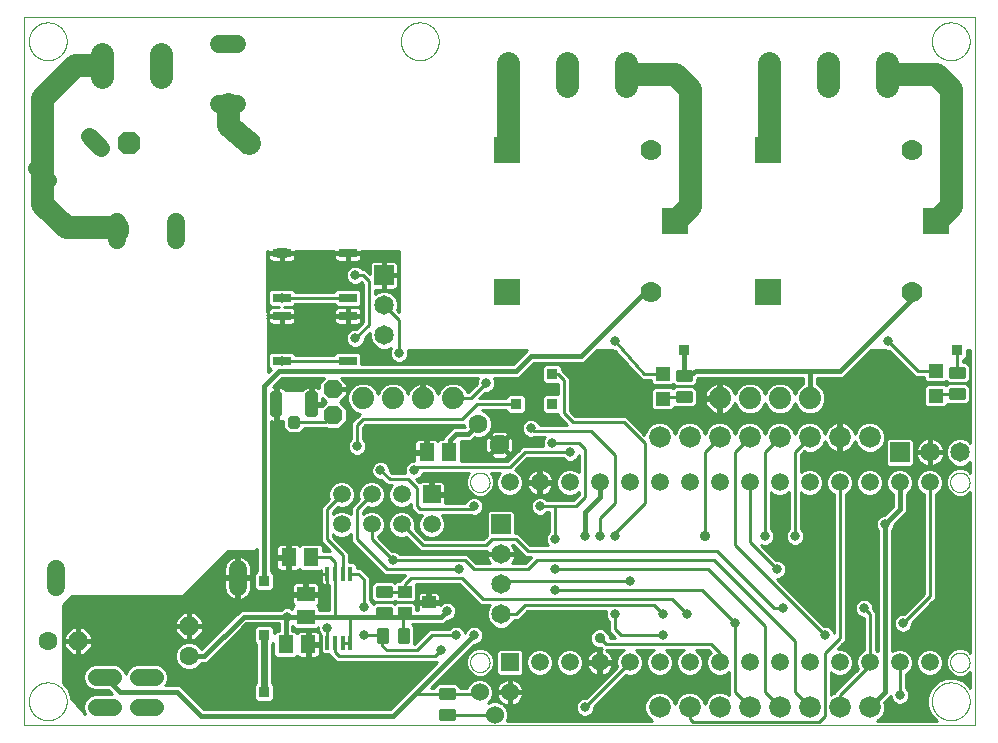
<source format=gtl>
G75*
%MOIN*%
%OFA0B0*%
%FSLAX25Y25*%
%IPPOS*%
%LPD*%
%AMOC8*
5,1,8,0,0,1.08239X$1,22.5*
%
%ADD10C,0.00000*%
%ADD11R,0.05937X0.05937*%
%ADD12C,0.05937*%
%ADD13C,0.01260*%
%ADD14C,0.06300*%
%ADD15R,0.05118X0.05906*%
%ADD16OC8,0.06300*%
%ADD17R,0.04500X0.04000*%
%ADD18C,0.01000*%
%ADD19R,0.08600X0.08600*%
%ADD20C,0.07000*%
%ADD21C,0.07800*%
%ADD22R,0.04724X0.04724*%
%ADD23C,0.07200*%
%ADD24C,0.05937*%
%ADD25C,0.05600*%
%ADD26C,0.06000*%
%ADD27C,0.07400*%
%ADD28R,0.01378X0.04724*%
%ADD29R,0.05906X0.05118*%
%ADD30OC8,0.07600*%
%ADD31C,0.06000*%
%ADD32R,0.06000X0.03000*%
%ADD33C,0.02067*%
%ADD34C,0.01969*%
%ADD35R,0.06500X0.06500*%
%ADD36C,0.06500*%
%ADD37C,0.03169*%
%ADD38R,0.03562X0.03562*%
%ADD39C,0.01600*%
%ADD40C,0.02400*%
%ADD41C,0.07600*%
%ADD42C,0.03562*%
D10*
X0006435Y0031850D02*
X0323435Y0031850D01*
X0323435Y0267850D01*
X0006435Y0267850D01*
X0006435Y0031850D01*
X0008136Y0039850D02*
X0008138Y0040008D01*
X0008144Y0040166D01*
X0008154Y0040324D01*
X0008168Y0040482D01*
X0008186Y0040639D01*
X0008207Y0040796D01*
X0008233Y0040952D01*
X0008263Y0041108D01*
X0008296Y0041263D01*
X0008334Y0041416D01*
X0008375Y0041569D01*
X0008420Y0041721D01*
X0008469Y0041872D01*
X0008522Y0042021D01*
X0008578Y0042169D01*
X0008638Y0042315D01*
X0008702Y0042460D01*
X0008770Y0042603D01*
X0008841Y0042745D01*
X0008915Y0042885D01*
X0008993Y0043022D01*
X0009075Y0043158D01*
X0009159Y0043292D01*
X0009248Y0043423D01*
X0009339Y0043552D01*
X0009434Y0043679D01*
X0009531Y0043804D01*
X0009632Y0043926D01*
X0009736Y0044045D01*
X0009843Y0044162D01*
X0009953Y0044276D01*
X0010066Y0044387D01*
X0010181Y0044496D01*
X0010299Y0044601D01*
X0010420Y0044703D01*
X0010543Y0044803D01*
X0010669Y0044899D01*
X0010797Y0044992D01*
X0010927Y0045082D01*
X0011060Y0045168D01*
X0011195Y0045252D01*
X0011331Y0045331D01*
X0011470Y0045408D01*
X0011611Y0045480D01*
X0011753Y0045550D01*
X0011897Y0045615D01*
X0012043Y0045677D01*
X0012190Y0045735D01*
X0012339Y0045790D01*
X0012489Y0045841D01*
X0012640Y0045888D01*
X0012792Y0045931D01*
X0012945Y0045970D01*
X0013100Y0046006D01*
X0013255Y0046037D01*
X0013411Y0046065D01*
X0013567Y0046089D01*
X0013724Y0046109D01*
X0013882Y0046125D01*
X0014039Y0046137D01*
X0014198Y0046145D01*
X0014356Y0046149D01*
X0014514Y0046149D01*
X0014672Y0046145D01*
X0014831Y0046137D01*
X0014988Y0046125D01*
X0015146Y0046109D01*
X0015303Y0046089D01*
X0015459Y0046065D01*
X0015615Y0046037D01*
X0015770Y0046006D01*
X0015925Y0045970D01*
X0016078Y0045931D01*
X0016230Y0045888D01*
X0016381Y0045841D01*
X0016531Y0045790D01*
X0016680Y0045735D01*
X0016827Y0045677D01*
X0016973Y0045615D01*
X0017117Y0045550D01*
X0017259Y0045480D01*
X0017400Y0045408D01*
X0017539Y0045331D01*
X0017675Y0045252D01*
X0017810Y0045168D01*
X0017943Y0045082D01*
X0018073Y0044992D01*
X0018201Y0044899D01*
X0018327Y0044803D01*
X0018450Y0044703D01*
X0018571Y0044601D01*
X0018689Y0044496D01*
X0018804Y0044387D01*
X0018917Y0044276D01*
X0019027Y0044162D01*
X0019134Y0044045D01*
X0019238Y0043926D01*
X0019339Y0043804D01*
X0019436Y0043679D01*
X0019531Y0043552D01*
X0019622Y0043423D01*
X0019711Y0043292D01*
X0019795Y0043158D01*
X0019877Y0043022D01*
X0019955Y0042885D01*
X0020029Y0042745D01*
X0020100Y0042603D01*
X0020168Y0042460D01*
X0020232Y0042315D01*
X0020292Y0042169D01*
X0020348Y0042021D01*
X0020401Y0041872D01*
X0020450Y0041721D01*
X0020495Y0041569D01*
X0020536Y0041416D01*
X0020574Y0041263D01*
X0020607Y0041108D01*
X0020637Y0040952D01*
X0020663Y0040796D01*
X0020684Y0040639D01*
X0020702Y0040482D01*
X0020716Y0040324D01*
X0020726Y0040166D01*
X0020732Y0040008D01*
X0020734Y0039850D01*
X0020732Y0039692D01*
X0020726Y0039534D01*
X0020716Y0039376D01*
X0020702Y0039218D01*
X0020684Y0039061D01*
X0020663Y0038904D01*
X0020637Y0038748D01*
X0020607Y0038592D01*
X0020574Y0038437D01*
X0020536Y0038284D01*
X0020495Y0038131D01*
X0020450Y0037979D01*
X0020401Y0037828D01*
X0020348Y0037679D01*
X0020292Y0037531D01*
X0020232Y0037385D01*
X0020168Y0037240D01*
X0020100Y0037097D01*
X0020029Y0036955D01*
X0019955Y0036815D01*
X0019877Y0036678D01*
X0019795Y0036542D01*
X0019711Y0036408D01*
X0019622Y0036277D01*
X0019531Y0036148D01*
X0019436Y0036021D01*
X0019339Y0035896D01*
X0019238Y0035774D01*
X0019134Y0035655D01*
X0019027Y0035538D01*
X0018917Y0035424D01*
X0018804Y0035313D01*
X0018689Y0035204D01*
X0018571Y0035099D01*
X0018450Y0034997D01*
X0018327Y0034897D01*
X0018201Y0034801D01*
X0018073Y0034708D01*
X0017943Y0034618D01*
X0017810Y0034532D01*
X0017675Y0034448D01*
X0017539Y0034369D01*
X0017400Y0034292D01*
X0017259Y0034220D01*
X0017117Y0034150D01*
X0016973Y0034085D01*
X0016827Y0034023D01*
X0016680Y0033965D01*
X0016531Y0033910D01*
X0016381Y0033859D01*
X0016230Y0033812D01*
X0016078Y0033769D01*
X0015925Y0033730D01*
X0015770Y0033694D01*
X0015615Y0033663D01*
X0015459Y0033635D01*
X0015303Y0033611D01*
X0015146Y0033591D01*
X0014988Y0033575D01*
X0014831Y0033563D01*
X0014672Y0033555D01*
X0014514Y0033551D01*
X0014356Y0033551D01*
X0014198Y0033555D01*
X0014039Y0033563D01*
X0013882Y0033575D01*
X0013724Y0033591D01*
X0013567Y0033611D01*
X0013411Y0033635D01*
X0013255Y0033663D01*
X0013100Y0033694D01*
X0012945Y0033730D01*
X0012792Y0033769D01*
X0012640Y0033812D01*
X0012489Y0033859D01*
X0012339Y0033910D01*
X0012190Y0033965D01*
X0012043Y0034023D01*
X0011897Y0034085D01*
X0011753Y0034150D01*
X0011611Y0034220D01*
X0011470Y0034292D01*
X0011331Y0034369D01*
X0011195Y0034448D01*
X0011060Y0034532D01*
X0010927Y0034618D01*
X0010797Y0034708D01*
X0010669Y0034801D01*
X0010543Y0034897D01*
X0010420Y0034997D01*
X0010299Y0035099D01*
X0010181Y0035204D01*
X0010066Y0035313D01*
X0009953Y0035424D01*
X0009843Y0035538D01*
X0009736Y0035655D01*
X0009632Y0035774D01*
X0009531Y0035896D01*
X0009434Y0036021D01*
X0009339Y0036148D01*
X0009248Y0036277D01*
X0009159Y0036408D01*
X0009075Y0036542D01*
X0008993Y0036678D01*
X0008915Y0036815D01*
X0008841Y0036955D01*
X0008770Y0037097D01*
X0008702Y0037240D01*
X0008638Y0037385D01*
X0008578Y0037531D01*
X0008522Y0037679D01*
X0008469Y0037828D01*
X0008420Y0037979D01*
X0008375Y0038131D01*
X0008334Y0038284D01*
X0008296Y0038437D01*
X0008263Y0038592D01*
X0008233Y0038748D01*
X0008207Y0038904D01*
X0008186Y0039061D01*
X0008168Y0039218D01*
X0008154Y0039376D01*
X0008144Y0039534D01*
X0008138Y0039692D01*
X0008136Y0039850D01*
X0155185Y0052850D02*
X0155187Y0052963D01*
X0155193Y0053077D01*
X0155203Y0053190D01*
X0155217Y0053302D01*
X0155234Y0053414D01*
X0155256Y0053526D01*
X0155282Y0053636D01*
X0155311Y0053746D01*
X0155344Y0053854D01*
X0155381Y0053962D01*
X0155422Y0054067D01*
X0155466Y0054172D01*
X0155514Y0054275D01*
X0155565Y0054376D01*
X0155620Y0054475D01*
X0155679Y0054572D01*
X0155741Y0054667D01*
X0155806Y0054760D01*
X0155874Y0054851D01*
X0155945Y0054939D01*
X0156020Y0055025D01*
X0156097Y0055108D01*
X0156177Y0055188D01*
X0156260Y0055265D01*
X0156346Y0055340D01*
X0156434Y0055411D01*
X0156525Y0055479D01*
X0156618Y0055544D01*
X0156713Y0055606D01*
X0156810Y0055665D01*
X0156909Y0055720D01*
X0157010Y0055771D01*
X0157113Y0055819D01*
X0157218Y0055863D01*
X0157323Y0055904D01*
X0157431Y0055941D01*
X0157539Y0055974D01*
X0157649Y0056003D01*
X0157759Y0056029D01*
X0157871Y0056051D01*
X0157983Y0056068D01*
X0158095Y0056082D01*
X0158208Y0056092D01*
X0158322Y0056098D01*
X0158435Y0056100D01*
X0158548Y0056098D01*
X0158662Y0056092D01*
X0158775Y0056082D01*
X0158887Y0056068D01*
X0158999Y0056051D01*
X0159111Y0056029D01*
X0159221Y0056003D01*
X0159331Y0055974D01*
X0159439Y0055941D01*
X0159547Y0055904D01*
X0159652Y0055863D01*
X0159757Y0055819D01*
X0159860Y0055771D01*
X0159961Y0055720D01*
X0160060Y0055665D01*
X0160157Y0055606D01*
X0160252Y0055544D01*
X0160345Y0055479D01*
X0160436Y0055411D01*
X0160524Y0055340D01*
X0160610Y0055265D01*
X0160693Y0055188D01*
X0160773Y0055108D01*
X0160850Y0055025D01*
X0160925Y0054939D01*
X0160996Y0054851D01*
X0161064Y0054760D01*
X0161129Y0054667D01*
X0161191Y0054572D01*
X0161250Y0054475D01*
X0161305Y0054376D01*
X0161356Y0054275D01*
X0161404Y0054172D01*
X0161448Y0054067D01*
X0161489Y0053962D01*
X0161526Y0053854D01*
X0161559Y0053746D01*
X0161588Y0053636D01*
X0161614Y0053526D01*
X0161636Y0053414D01*
X0161653Y0053302D01*
X0161667Y0053190D01*
X0161677Y0053077D01*
X0161683Y0052963D01*
X0161685Y0052850D01*
X0161683Y0052737D01*
X0161677Y0052623D01*
X0161667Y0052510D01*
X0161653Y0052398D01*
X0161636Y0052286D01*
X0161614Y0052174D01*
X0161588Y0052064D01*
X0161559Y0051954D01*
X0161526Y0051846D01*
X0161489Y0051738D01*
X0161448Y0051633D01*
X0161404Y0051528D01*
X0161356Y0051425D01*
X0161305Y0051324D01*
X0161250Y0051225D01*
X0161191Y0051128D01*
X0161129Y0051033D01*
X0161064Y0050940D01*
X0160996Y0050849D01*
X0160925Y0050761D01*
X0160850Y0050675D01*
X0160773Y0050592D01*
X0160693Y0050512D01*
X0160610Y0050435D01*
X0160524Y0050360D01*
X0160436Y0050289D01*
X0160345Y0050221D01*
X0160252Y0050156D01*
X0160157Y0050094D01*
X0160060Y0050035D01*
X0159961Y0049980D01*
X0159860Y0049929D01*
X0159757Y0049881D01*
X0159652Y0049837D01*
X0159547Y0049796D01*
X0159439Y0049759D01*
X0159331Y0049726D01*
X0159221Y0049697D01*
X0159111Y0049671D01*
X0158999Y0049649D01*
X0158887Y0049632D01*
X0158775Y0049618D01*
X0158662Y0049608D01*
X0158548Y0049602D01*
X0158435Y0049600D01*
X0158322Y0049602D01*
X0158208Y0049608D01*
X0158095Y0049618D01*
X0157983Y0049632D01*
X0157871Y0049649D01*
X0157759Y0049671D01*
X0157649Y0049697D01*
X0157539Y0049726D01*
X0157431Y0049759D01*
X0157323Y0049796D01*
X0157218Y0049837D01*
X0157113Y0049881D01*
X0157010Y0049929D01*
X0156909Y0049980D01*
X0156810Y0050035D01*
X0156713Y0050094D01*
X0156618Y0050156D01*
X0156525Y0050221D01*
X0156434Y0050289D01*
X0156346Y0050360D01*
X0156260Y0050435D01*
X0156177Y0050512D01*
X0156097Y0050592D01*
X0156020Y0050675D01*
X0155945Y0050761D01*
X0155874Y0050849D01*
X0155806Y0050940D01*
X0155741Y0051033D01*
X0155679Y0051128D01*
X0155620Y0051225D01*
X0155565Y0051324D01*
X0155514Y0051425D01*
X0155466Y0051528D01*
X0155422Y0051633D01*
X0155381Y0051738D01*
X0155344Y0051846D01*
X0155311Y0051954D01*
X0155282Y0052064D01*
X0155256Y0052174D01*
X0155234Y0052286D01*
X0155217Y0052398D01*
X0155203Y0052510D01*
X0155193Y0052623D01*
X0155187Y0052737D01*
X0155185Y0052850D01*
X0155185Y0112850D02*
X0155187Y0112963D01*
X0155193Y0113077D01*
X0155203Y0113190D01*
X0155217Y0113302D01*
X0155234Y0113414D01*
X0155256Y0113526D01*
X0155282Y0113636D01*
X0155311Y0113746D01*
X0155344Y0113854D01*
X0155381Y0113962D01*
X0155422Y0114067D01*
X0155466Y0114172D01*
X0155514Y0114275D01*
X0155565Y0114376D01*
X0155620Y0114475D01*
X0155679Y0114572D01*
X0155741Y0114667D01*
X0155806Y0114760D01*
X0155874Y0114851D01*
X0155945Y0114939D01*
X0156020Y0115025D01*
X0156097Y0115108D01*
X0156177Y0115188D01*
X0156260Y0115265D01*
X0156346Y0115340D01*
X0156434Y0115411D01*
X0156525Y0115479D01*
X0156618Y0115544D01*
X0156713Y0115606D01*
X0156810Y0115665D01*
X0156909Y0115720D01*
X0157010Y0115771D01*
X0157113Y0115819D01*
X0157218Y0115863D01*
X0157323Y0115904D01*
X0157431Y0115941D01*
X0157539Y0115974D01*
X0157649Y0116003D01*
X0157759Y0116029D01*
X0157871Y0116051D01*
X0157983Y0116068D01*
X0158095Y0116082D01*
X0158208Y0116092D01*
X0158322Y0116098D01*
X0158435Y0116100D01*
X0158548Y0116098D01*
X0158662Y0116092D01*
X0158775Y0116082D01*
X0158887Y0116068D01*
X0158999Y0116051D01*
X0159111Y0116029D01*
X0159221Y0116003D01*
X0159331Y0115974D01*
X0159439Y0115941D01*
X0159547Y0115904D01*
X0159652Y0115863D01*
X0159757Y0115819D01*
X0159860Y0115771D01*
X0159961Y0115720D01*
X0160060Y0115665D01*
X0160157Y0115606D01*
X0160252Y0115544D01*
X0160345Y0115479D01*
X0160436Y0115411D01*
X0160524Y0115340D01*
X0160610Y0115265D01*
X0160693Y0115188D01*
X0160773Y0115108D01*
X0160850Y0115025D01*
X0160925Y0114939D01*
X0160996Y0114851D01*
X0161064Y0114760D01*
X0161129Y0114667D01*
X0161191Y0114572D01*
X0161250Y0114475D01*
X0161305Y0114376D01*
X0161356Y0114275D01*
X0161404Y0114172D01*
X0161448Y0114067D01*
X0161489Y0113962D01*
X0161526Y0113854D01*
X0161559Y0113746D01*
X0161588Y0113636D01*
X0161614Y0113526D01*
X0161636Y0113414D01*
X0161653Y0113302D01*
X0161667Y0113190D01*
X0161677Y0113077D01*
X0161683Y0112963D01*
X0161685Y0112850D01*
X0161683Y0112737D01*
X0161677Y0112623D01*
X0161667Y0112510D01*
X0161653Y0112398D01*
X0161636Y0112286D01*
X0161614Y0112174D01*
X0161588Y0112064D01*
X0161559Y0111954D01*
X0161526Y0111846D01*
X0161489Y0111738D01*
X0161448Y0111633D01*
X0161404Y0111528D01*
X0161356Y0111425D01*
X0161305Y0111324D01*
X0161250Y0111225D01*
X0161191Y0111128D01*
X0161129Y0111033D01*
X0161064Y0110940D01*
X0160996Y0110849D01*
X0160925Y0110761D01*
X0160850Y0110675D01*
X0160773Y0110592D01*
X0160693Y0110512D01*
X0160610Y0110435D01*
X0160524Y0110360D01*
X0160436Y0110289D01*
X0160345Y0110221D01*
X0160252Y0110156D01*
X0160157Y0110094D01*
X0160060Y0110035D01*
X0159961Y0109980D01*
X0159860Y0109929D01*
X0159757Y0109881D01*
X0159652Y0109837D01*
X0159547Y0109796D01*
X0159439Y0109759D01*
X0159331Y0109726D01*
X0159221Y0109697D01*
X0159111Y0109671D01*
X0158999Y0109649D01*
X0158887Y0109632D01*
X0158775Y0109618D01*
X0158662Y0109608D01*
X0158548Y0109602D01*
X0158435Y0109600D01*
X0158322Y0109602D01*
X0158208Y0109608D01*
X0158095Y0109618D01*
X0157983Y0109632D01*
X0157871Y0109649D01*
X0157759Y0109671D01*
X0157649Y0109697D01*
X0157539Y0109726D01*
X0157431Y0109759D01*
X0157323Y0109796D01*
X0157218Y0109837D01*
X0157113Y0109881D01*
X0157010Y0109929D01*
X0156909Y0109980D01*
X0156810Y0110035D01*
X0156713Y0110094D01*
X0156618Y0110156D01*
X0156525Y0110221D01*
X0156434Y0110289D01*
X0156346Y0110360D01*
X0156260Y0110435D01*
X0156177Y0110512D01*
X0156097Y0110592D01*
X0156020Y0110675D01*
X0155945Y0110761D01*
X0155874Y0110849D01*
X0155806Y0110940D01*
X0155741Y0111033D01*
X0155679Y0111128D01*
X0155620Y0111225D01*
X0155565Y0111324D01*
X0155514Y0111425D01*
X0155466Y0111528D01*
X0155422Y0111633D01*
X0155381Y0111738D01*
X0155344Y0111846D01*
X0155311Y0111954D01*
X0155282Y0112064D01*
X0155256Y0112174D01*
X0155234Y0112286D01*
X0155217Y0112398D01*
X0155203Y0112510D01*
X0155193Y0112623D01*
X0155187Y0112737D01*
X0155185Y0112850D01*
X0309136Y0039850D02*
X0309138Y0040008D01*
X0309144Y0040166D01*
X0309154Y0040324D01*
X0309168Y0040482D01*
X0309186Y0040639D01*
X0309207Y0040796D01*
X0309233Y0040952D01*
X0309263Y0041108D01*
X0309296Y0041263D01*
X0309334Y0041416D01*
X0309375Y0041569D01*
X0309420Y0041721D01*
X0309469Y0041872D01*
X0309522Y0042021D01*
X0309578Y0042169D01*
X0309638Y0042315D01*
X0309702Y0042460D01*
X0309770Y0042603D01*
X0309841Y0042745D01*
X0309915Y0042885D01*
X0309993Y0043022D01*
X0310075Y0043158D01*
X0310159Y0043292D01*
X0310248Y0043423D01*
X0310339Y0043552D01*
X0310434Y0043679D01*
X0310531Y0043804D01*
X0310632Y0043926D01*
X0310736Y0044045D01*
X0310843Y0044162D01*
X0310953Y0044276D01*
X0311066Y0044387D01*
X0311181Y0044496D01*
X0311299Y0044601D01*
X0311420Y0044703D01*
X0311543Y0044803D01*
X0311669Y0044899D01*
X0311797Y0044992D01*
X0311927Y0045082D01*
X0312060Y0045168D01*
X0312195Y0045252D01*
X0312331Y0045331D01*
X0312470Y0045408D01*
X0312611Y0045480D01*
X0312753Y0045550D01*
X0312897Y0045615D01*
X0313043Y0045677D01*
X0313190Y0045735D01*
X0313339Y0045790D01*
X0313489Y0045841D01*
X0313640Y0045888D01*
X0313792Y0045931D01*
X0313945Y0045970D01*
X0314100Y0046006D01*
X0314255Y0046037D01*
X0314411Y0046065D01*
X0314567Y0046089D01*
X0314724Y0046109D01*
X0314882Y0046125D01*
X0315039Y0046137D01*
X0315198Y0046145D01*
X0315356Y0046149D01*
X0315514Y0046149D01*
X0315672Y0046145D01*
X0315831Y0046137D01*
X0315988Y0046125D01*
X0316146Y0046109D01*
X0316303Y0046089D01*
X0316459Y0046065D01*
X0316615Y0046037D01*
X0316770Y0046006D01*
X0316925Y0045970D01*
X0317078Y0045931D01*
X0317230Y0045888D01*
X0317381Y0045841D01*
X0317531Y0045790D01*
X0317680Y0045735D01*
X0317827Y0045677D01*
X0317973Y0045615D01*
X0318117Y0045550D01*
X0318259Y0045480D01*
X0318400Y0045408D01*
X0318539Y0045331D01*
X0318675Y0045252D01*
X0318810Y0045168D01*
X0318943Y0045082D01*
X0319073Y0044992D01*
X0319201Y0044899D01*
X0319327Y0044803D01*
X0319450Y0044703D01*
X0319571Y0044601D01*
X0319689Y0044496D01*
X0319804Y0044387D01*
X0319917Y0044276D01*
X0320027Y0044162D01*
X0320134Y0044045D01*
X0320238Y0043926D01*
X0320339Y0043804D01*
X0320436Y0043679D01*
X0320531Y0043552D01*
X0320622Y0043423D01*
X0320711Y0043292D01*
X0320795Y0043158D01*
X0320877Y0043022D01*
X0320955Y0042885D01*
X0321029Y0042745D01*
X0321100Y0042603D01*
X0321168Y0042460D01*
X0321232Y0042315D01*
X0321292Y0042169D01*
X0321348Y0042021D01*
X0321401Y0041872D01*
X0321450Y0041721D01*
X0321495Y0041569D01*
X0321536Y0041416D01*
X0321574Y0041263D01*
X0321607Y0041108D01*
X0321637Y0040952D01*
X0321663Y0040796D01*
X0321684Y0040639D01*
X0321702Y0040482D01*
X0321716Y0040324D01*
X0321726Y0040166D01*
X0321732Y0040008D01*
X0321734Y0039850D01*
X0321732Y0039692D01*
X0321726Y0039534D01*
X0321716Y0039376D01*
X0321702Y0039218D01*
X0321684Y0039061D01*
X0321663Y0038904D01*
X0321637Y0038748D01*
X0321607Y0038592D01*
X0321574Y0038437D01*
X0321536Y0038284D01*
X0321495Y0038131D01*
X0321450Y0037979D01*
X0321401Y0037828D01*
X0321348Y0037679D01*
X0321292Y0037531D01*
X0321232Y0037385D01*
X0321168Y0037240D01*
X0321100Y0037097D01*
X0321029Y0036955D01*
X0320955Y0036815D01*
X0320877Y0036678D01*
X0320795Y0036542D01*
X0320711Y0036408D01*
X0320622Y0036277D01*
X0320531Y0036148D01*
X0320436Y0036021D01*
X0320339Y0035896D01*
X0320238Y0035774D01*
X0320134Y0035655D01*
X0320027Y0035538D01*
X0319917Y0035424D01*
X0319804Y0035313D01*
X0319689Y0035204D01*
X0319571Y0035099D01*
X0319450Y0034997D01*
X0319327Y0034897D01*
X0319201Y0034801D01*
X0319073Y0034708D01*
X0318943Y0034618D01*
X0318810Y0034532D01*
X0318675Y0034448D01*
X0318539Y0034369D01*
X0318400Y0034292D01*
X0318259Y0034220D01*
X0318117Y0034150D01*
X0317973Y0034085D01*
X0317827Y0034023D01*
X0317680Y0033965D01*
X0317531Y0033910D01*
X0317381Y0033859D01*
X0317230Y0033812D01*
X0317078Y0033769D01*
X0316925Y0033730D01*
X0316770Y0033694D01*
X0316615Y0033663D01*
X0316459Y0033635D01*
X0316303Y0033611D01*
X0316146Y0033591D01*
X0315988Y0033575D01*
X0315831Y0033563D01*
X0315672Y0033555D01*
X0315514Y0033551D01*
X0315356Y0033551D01*
X0315198Y0033555D01*
X0315039Y0033563D01*
X0314882Y0033575D01*
X0314724Y0033591D01*
X0314567Y0033611D01*
X0314411Y0033635D01*
X0314255Y0033663D01*
X0314100Y0033694D01*
X0313945Y0033730D01*
X0313792Y0033769D01*
X0313640Y0033812D01*
X0313489Y0033859D01*
X0313339Y0033910D01*
X0313190Y0033965D01*
X0313043Y0034023D01*
X0312897Y0034085D01*
X0312753Y0034150D01*
X0312611Y0034220D01*
X0312470Y0034292D01*
X0312331Y0034369D01*
X0312195Y0034448D01*
X0312060Y0034532D01*
X0311927Y0034618D01*
X0311797Y0034708D01*
X0311669Y0034801D01*
X0311543Y0034897D01*
X0311420Y0034997D01*
X0311299Y0035099D01*
X0311181Y0035204D01*
X0311066Y0035313D01*
X0310953Y0035424D01*
X0310843Y0035538D01*
X0310736Y0035655D01*
X0310632Y0035774D01*
X0310531Y0035896D01*
X0310434Y0036021D01*
X0310339Y0036148D01*
X0310248Y0036277D01*
X0310159Y0036408D01*
X0310075Y0036542D01*
X0309993Y0036678D01*
X0309915Y0036815D01*
X0309841Y0036955D01*
X0309770Y0037097D01*
X0309702Y0037240D01*
X0309638Y0037385D01*
X0309578Y0037531D01*
X0309522Y0037679D01*
X0309469Y0037828D01*
X0309420Y0037979D01*
X0309375Y0038131D01*
X0309334Y0038284D01*
X0309296Y0038437D01*
X0309263Y0038592D01*
X0309233Y0038748D01*
X0309207Y0038904D01*
X0309186Y0039061D01*
X0309168Y0039218D01*
X0309154Y0039376D01*
X0309144Y0039534D01*
X0309138Y0039692D01*
X0309136Y0039850D01*
X0315185Y0052850D02*
X0315187Y0052963D01*
X0315193Y0053077D01*
X0315203Y0053190D01*
X0315217Y0053302D01*
X0315234Y0053414D01*
X0315256Y0053526D01*
X0315282Y0053636D01*
X0315311Y0053746D01*
X0315344Y0053854D01*
X0315381Y0053962D01*
X0315422Y0054067D01*
X0315466Y0054172D01*
X0315514Y0054275D01*
X0315565Y0054376D01*
X0315620Y0054475D01*
X0315679Y0054572D01*
X0315741Y0054667D01*
X0315806Y0054760D01*
X0315874Y0054851D01*
X0315945Y0054939D01*
X0316020Y0055025D01*
X0316097Y0055108D01*
X0316177Y0055188D01*
X0316260Y0055265D01*
X0316346Y0055340D01*
X0316434Y0055411D01*
X0316525Y0055479D01*
X0316618Y0055544D01*
X0316713Y0055606D01*
X0316810Y0055665D01*
X0316909Y0055720D01*
X0317010Y0055771D01*
X0317113Y0055819D01*
X0317218Y0055863D01*
X0317323Y0055904D01*
X0317431Y0055941D01*
X0317539Y0055974D01*
X0317649Y0056003D01*
X0317759Y0056029D01*
X0317871Y0056051D01*
X0317983Y0056068D01*
X0318095Y0056082D01*
X0318208Y0056092D01*
X0318322Y0056098D01*
X0318435Y0056100D01*
X0318548Y0056098D01*
X0318662Y0056092D01*
X0318775Y0056082D01*
X0318887Y0056068D01*
X0318999Y0056051D01*
X0319111Y0056029D01*
X0319221Y0056003D01*
X0319331Y0055974D01*
X0319439Y0055941D01*
X0319547Y0055904D01*
X0319652Y0055863D01*
X0319757Y0055819D01*
X0319860Y0055771D01*
X0319961Y0055720D01*
X0320060Y0055665D01*
X0320157Y0055606D01*
X0320252Y0055544D01*
X0320345Y0055479D01*
X0320436Y0055411D01*
X0320524Y0055340D01*
X0320610Y0055265D01*
X0320693Y0055188D01*
X0320773Y0055108D01*
X0320850Y0055025D01*
X0320925Y0054939D01*
X0320996Y0054851D01*
X0321064Y0054760D01*
X0321129Y0054667D01*
X0321191Y0054572D01*
X0321250Y0054475D01*
X0321305Y0054376D01*
X0321356Y0054275D01*
X0321404Y0054172D01*
X0321448Y0054067D01*
X0321489Y0053962D01*
X0321526Y0053854D01*
X0321559Y0053746D01*
X0321588Y0053636D01*
X0321614Y0053526D01*
X0321636Y0053414D01*
X0321653Y0053302D01*
X0321667Y0053190D01*
X0321677Y0053077D01*
X0321683Y0052963D01*
X0321685Y0052850D01*
X0321683Y0052737D01*
X0321677Y0052623D01*
X0321667Y0052510D01*
X0321653Y0052398D01*
X0321636Y0052286D01*
X0321614Y0052174D01*
X0321588Y0052064D01*
X0321559Y0051954D01*
X0321526Y0051846D01*
X0321489Y0051738D01*
X0321448Y0051633D01*
X0321404Y0051528D01*
X0321356Y0051425D01*
X0321305Y0051324D01*
X0321250Y0051225D01*
X0321191Y0051128D01*
X0321129Y0051033D01*
X0321064Y0050940D01*
X0320996Y0050849D01*
X0320925Y0050761D01*
X0320850Y0050675D01*
X0320773Y0050592D01*
X0320693Y0050512D01*
X0320610Y0050435D01*
X0320524Y0050360D01*
X0320436Y0050289D01*
X0320345Y0050221D01*
X0320252Y0050156D01*
X0320157Y0050094D01*
X0320060Y0050035D01*
X0319961Y0049980D01*
X0319860Y0049929D01*
X0319757Y0049881D01*
X0319652Y0049837D01*
X0319547Y0049796D01*
X0319439Y0049759D01*
X0319331Y0049726D01*
X0319221Y0049697D01*
X0319111Y0049671D01*
X0318999Y0049649D01*
X0318887Y0049632D01*
X0318775Y0049618D01*
X0318662Y0049608D01*
X0318548Y0049602D01*
X0318435Y0049600D01*
X0318322Y0049602D01*
X0318208Y0049608D01*
X0318095Y0049618D01*
X0317983Y0049632D01*
X0317871Y0049649D01*
X0317759Y0049671D01*
X0317649Y0049697D01*
X0317539Y0049726D01*
X0317431Y0049759D01*
X0317323Y0049796D01*
X0317218Y0049837D01*
X0317113Y0049881D01*
X0317010Y0049929D01*
X0316909Y0049980D01*
X0316810Y0050035D01*
X0316713Y0050094D01*
X0316618Y0050156D01*
X0316525Y0050221D01*
X0316434Y0050289D01*
X0316346Y0050360D01*
X0316260Y0050435D01*
X0316177Y0050512D01*
X0316097Y0050592D01*
X0316020Y0050675D01*
X0315945Y0050761D01*
X0315874Y0050849D01*
X0315806Y0050940D01*
X0315741Y0051033D01*
X0315679Y0051128D01*
X0315620Y0051225D01*
X0315565Y0051324D01*
X0315514Y0051425D01*
X0315466Y0051528D01*
X0315422Y0051633D01*
X0315381Y0051738D01*
X0315344Y0051846D01*
X0315311Y0051954D01*
X0315282Y0052064D01*
X0315256Y0052174D01*
X0315234Y0052286D01*
X0315217Y0052398D01*
X0315203Y0052510D01*
X0315193Y0052623D01*
X0315187Y0052737D01*
X0315185Y0052850D01*
X0315185Y0112850D02*
X0315187Y0112963D01*
X0315193Y0113077D01*
X0315203Y0113190D01*
X0315217Y0113302D01*
X0315234Y0113414D01*
X0315256Y0113526D01*
X0315282Y0113636D01*
X0315311Y0113746D01*
X0315344Y0113854D01*
X0315381Y0113962D01*
X0315422Y0114067D01*
X0315466Y0114172D01*
X0315514Y0114275D01*
X0315565Y0114376D01*
X0315620Y0114475D01*
X0315679Y0114572D01*
X0315741Y0114667D01*
X0315806Y0114760D01*
X0315874Y0114851D01*
X0315945Y0114939D01*
X0316020Y0115025D01*
X0316097Y0115108D01*
X0316177Y0115188D01*
X0316260Y0115265D01*
X0316346Y0115340D01*
X0316434Y0115411D01*
X0316525Y0115479D01*
X0316618Y0115544D01*
X0316713Y0115606D01*
X0316810Y0115665D01*
X0316909Y0115720D01*
X0317010Y0115771D01*
X0317113Y0115819D01*
X0317218Y0115863D01*
X0317323Y0115904D01*
X0317431Y0115941D01*
X0317539Y0115974D01*
X0317649Y0116003D01*
X0317759Y0116029D01*
X0317871Y0116051D01*
X0317983Y0116068D01*
X0318095Y0116082D01*
X0318208Y0116092D01*
X0318322Y0116098D01*
X0318435Y0116100D01*
X0318548Y0116098D01*
X0318662Y0116092D01*
X0318775Y0116082D01*
X0318887Y0116068D01*
X0318999Y0116051D01*
X0319111Y0116029D01*
X0319221Y0116003D01*
X0319331Y0115974D01*
X0319439Y0115941D01*
X0319547Y0115904D01*
X0319652Y0115863D01*
X0319757Y0115819D01*
X0319860Y0115771D01*
X0319961Y0115720D01*
X0320060Y0115665D01*
X0320157Y0115606D01*
X0320252Y0115544D01*
X0320345Y0115479D01*
X0320436Y0115411D01*
X0320524Y0115340D01*
X0320610Y0115265D01*
X0320693Y0115188D01*
X0320773Y0115108D01*
X0320850Y0115025D01*
X0320925Y0114939D01*
X0320996Y0114851D01*
X0321064Y0114760D01*
X0321129Y0114667D01*
X0321191Y0114572D01*
X0321250Y0114475D01*
X0321305Y0114376D01*
X0321356Y0114275D01*
X0321404Y0114172D01*
X0321448Y0114067D01*
X0321489Y0113962D01*
X0321526Y0113854D01*
X0321559Y0113746D01*
X0321588Y0113636D01*
X0321614Y0113526D01*
X0321636Y0113414D01*
X0321653Y0113302D01*
X0321667Y0113190D01*
X0321677Y0113077D01*
X0321683Y0112963D01*
X0321685Y0112850D01*
X0321683Y0112737D01*
X0321677Y0112623D01*
X0321667Y0112510D01*
X0321653Y0112398D01*
X0321636Y0112286D01*
X0321614Y0112174D01*
X0321588Y0112064D01*
X0321559Y0111954D01*
X0321526Y0111846D01*
X0321489Y0111738D01*
X0321448Y0111633D01*
X0321404Y0111528D01*
X0321356Y0111425D01*
X0321305Y0111324D01*
X0321250Y0111225D01*
X0321191Y0111128D01*
X0321129Y0111033D01*
X0321064Y0110940D01*
X0320996Y0110849D01*
X0320925Y0110761D01*
X0320850Y0110675D01*
X0320773Y0110592D01*
X0320693Y0110512D01*
X0320610Y0110435D01*
X0320524Y0110360D01*
X0320436Y0110289D01*
X0320345Y0110221D01*
X0320252Y0110156D01*
X0320157Y0110094D01*
X0320060Y0110035D01*
X0319961Y0109980D01*
X0319860Y0109929D01*
X0319757Y0109881D01*
X0319652Y0109837D01*
X0319547Y0109796D01*
X0319439Y0109759D01*
X0319331Y0109726D01*
X0319221Y0109697D01*
X0319111Y0109671D01*
X0318999Y0109649D01*
X0318887Y0109632D01*
X0318775Y0109618D01*
X0318662Y0109608D01*
X0318548Y0109602D01*
X0318435Y0109600D01*
X0318322Y0109602D01*
X0318208Y0109608D01*
X0318095Y0109618D01*
X0317983Y0109632D01*
X0317871Y0109649D01*
X0317759Y0109671D01*
X0317649Y0109697D01*
X0317539Y0109726D01*
X0317431Y0109759D01*
X0317323Y0109796D01*
X0317218Y0109837D01*
X0317113Y0109881D01*
X0317010Y0109929D01*
X0316909Y0109980D01*
X0316810Y0110035D01*
X0316713Y0110094D01*
X0316618Y0110156D01*
X0316525Y0110221D01*
X0316434Y0110289D01*
X0316346Y0110360D01*
X0316260Y0110435D01*
X0316177Y0110512D01*
X0316097Y0110592D01*
X0316020Y0110675D01*
X0315945Y0110761D01*
X0315874Y0110849D01*
X0315806Y0110940D01*
X0315741Y0111033D01*
X0315679Y0111128D01*
X0315620Y0111225D01*
X0315565Y0111324D01*
X0315514Y0111425D01*
X0315466Y0111528D01*
X0315422Y0111633D01*
X0315381Y0111738D01*
X0315344Y0111846D01*
X0315311Y0111954D01*
X0315282Y0112064D01*
X0315256Y0112174D01*
X0315234Y0112286D01*
X0315217Y0112398D01*
X0315203Y0112510D01*
X0315193Y0112623D01*
X0315187Y0112737D01*
X0315185Y0112850D01*
X0309136Y0259850D02*
X0309138Y0260008D01*
X0309144Y0260166D01*
X0309154Y0260324D01*
X0309168Y0260482D01*
X0309186Y0260639D01*
X0309207Y0260796D01*
X0309233Y0260952D01*
X0309263Y0261108D01*
X0309296Y0261263D01*
X0309334Y0261416D01*
X0309375Y0261569D01*
X0309420Y0261721D01*
X0309469Y0261872D01*
X0309522Y0262021D01*
X0309578Y0262169D01*
X0309638Y0262315D01*
X0309702Y0262460D01*
X0309770Y0262603D01*
X0309841Y0262745D01*
X0309915Y0262885D01*
X0309993Y0263022D01*
X0310075Y0263158D01*
X0310159Y0263292D01*
X0310248Y0263423D01*
X0310339Y0263552D01*
X0310434Y0263679D01*
X0310531Y0263804D01*
X0310632Y0263926D01*
X0310736Y0264045D01*
X0310843Y0264162D01*
X0310953Y0264276D01*
X0311066Y0264387D01*
X0311181Y0264496D01*
X0311299Y0264601D01*
X0311420Y0264703D01*
X0311543Y0264803D01*
X0311669Y0264899D01*
X0311797Y0264992D01*
X0311927Y0265082D01*
X0312060Y0265168D01*
X0312195Y0265252D01*
X0312331Y0265331D01*
X0312470Y0265408D01*
X0312611Y0265480D01*
X0312753Y0265550D01*
X0312897Y0265615D01*
X0313043Y0265677D01*
X0313190Y0265735D01*
X0313339Y0265790D01*
X0313489Y0265841D01*
X0313640Y0265888D01*
X0313792Y0265931D01*
X0313945Y0265970D01*
X0314100Y0266006D01*
X0314255Y0266037D01*
X0314411Y0266065D01*
X0314567Y0266089D01*
X0314724Y0266109D01*
X0314882Y0266125D01*
X0315039Y0266137D01*
X0315198Y0266145D01*
X0315356Y0266149D01*
X0315514Y0266149D01*
X0315672Y0266145D01*
X0315831Y0266137D01*
X0315988Y0266125D01*
X0316146Y0266109D01*
X0316303Y0266089D01*
X0316459Y0266065D01*
X0316615Y0266037D01*
X0316770Y0266006D01*
X0316925Y0265970D01*
X0317078Y0265931D01*
X0317230Y0265888D01*
X0317381Y0265841D01*
X0317531Y0265790D01*
X0317680Y0265735D01*
X0317827Y0265677D01*
X0317973Y0265615D01*
X0318117Y0265550D01*
X0318259Y0265480D01*
X0318400Y0265408D01*
X0318539Y0265331D01*
X0318675Y0265252D01*
X0318810Y0265168D01*
X0318943Y0265082D01*
X0319073Y0264992D01*
X0319201Y0264899D01*
X0319327Y0264803D01*
X0319450Y0264703D01*
X0319571Y0264601D01*
X0319689Y0264496D01*
X0319804Y0264387D01*
X0319917Y0264276D01*
X0320027Y0264162D01*
X0320134Y0264045D01*
X0320238Y0263926D01*
X0320339Y0263804D01*
X0320436Y0263679D01*
X0320531Y0263552D01*
X0320622Y0263423D01*
X0320711Y0263292D01*
X0320795Y0263158D01*
X0320877Y0263022D01*
X0320955Y0262885D01*
X0321029Y0262745D01*
X0321100Y0262603D01*
X0321168Y0262460D01*
X0321232Y0262315D01*
X0321292Y0262169D01*
X0321348Y0262021D01*
X0321401Y0261872D01*
X0321450Y0261721D01*
X0321495Y0261569D01*
X0321536Y0261416D01*
X0321574Y0261263D01*
X0321607Y0261108D01*
X0321637Y0260952D01*
X0321663Y0260796D01*
X0321684Y0260639D01*
X0321702Y0260482D01*
X0321716Y0260324D01*
X0321726Y0260166D01*
X0321732Y0260008D01*
X0321734Y0259850D01*
X0321732Y0259692D01*
X0321726Y0259534D01*
X0321716Y0259376D01*
X0321702Y0259218D01*
X0321684Y0259061D01*
X0321663Y0258904D01*
X0321637Y0258748D01*
X0321607Y0258592D01*
X0321574Y0258437D01*
X0321536Y0258284D01*
X0321495Y0258131D01*
X0321450Y0257979D01*
X0321401Y0257828D01*
X0321348Y0257679D01*
X0321292Y0257531D01*
X0321232Y0257385D01*
X0321168Y0257240D01*
X0321100Y0257097D01*
X0321029Y0256955D01*
X0320955Y0256815D01*
X0320877Y0256678D01*
X0320795Y0256542D01*
X0320711Y0256408D01*
X0320622Y0256277D01*
X0320531Y0256148D01*
X0320436Y0256021D01*
X0320339Y0255896D01*
X0320238Y0255774D01*
X0320134Y0255655D01*
X0320027Y0255538D01*
X0319917Y0255424D01*
X0319804Y0255313D01*
X0319689Y0255204D01*
X0319571Y0255099D01*
X0319450Y0254997D01*
X0319327Y0254897D01*
X0319201Y0254801D01*
X0319073Y0254708D01*
X0318943Y0254618D01*
X0318810Y0254532D01*
X0318675Y0254448D01*
X0318539Y0254369D01*
X0318400Y0254292D01*
X0318259Y0254220D01*
X0318117Y0254150D01*
X0317973Y0254085D01*
X0317827Y0254023D01*
X0317680Y0253965D01*
X0317531Y0253910D01*
X0317381Y0253859D01*
X0317230Y0253812D01*
X0317078Y0253769D01*
X0316925Y0253730D01*
X0316770Y0253694D01*
X0316615Y0253663D01*
X0316459Y0253635D01*
X0316303Y0253611D01*
X0316146Y0253591D01*
X0315988Y0253575D01*
X0315831Y0253563D01*
X0315672Y0253555D01*
X0315514Y0253551D01*
X0315356Y0253551D01*
X0315198Y0253555D01*
X0315039Y0253563D01*
X0314882Y0253575D01*
X0314724Y0253591D01*
X0314567Y0253611D01*
X0314411Y0253635D01*
X0314255Y0253663D01*
X0314100Y0253694D01*
X0313945Y0253730D01*
X0313792Y0253769D01*
X0313640Y0253812D01*
X0313489Y0253859D01*
X0313339Y0253910D01*
X0313190Y0253965D01*
X0313043Y0254023D01*
X0312897Y0254085D01*
X0312753Y0254150D01*
X0312611Y0254220D01*
X0312470Y0254292D01*
X0312331Y0254369D01*
X0312195Y0254448D01*
X0312060Y0254532D01*
X0311927Y0254618D01*
X0311797Y0254708D01*
X0311669Y0254801D01*
X0311543Y0254897D01*
X0311420Y0254997D01*
X0311299Y0255099D01*
X0311181Y0255204D01*
X0311066Y0255313D01*
X0310953Y0255424D01*
X0310843Y0255538D01*
X0310736Y0255655D01*
X0310632Y0255774D01*
X0310531Y0255896D01*
X0310434Y0256021D01*
X0310339Y0256148D01*
X0310248Y0256277D01*
X0310159Y0256408D01*
X0310075Y0256542D01*
X0309993Y0256678D01*
X0309915Y0256815D01*
X0309841Y0256955D01*
X0309770Y0257097D01*
X0309702Y0257240D01*
X0309638Y0257385D01*
X0309578Y0257531D01*
X0309522Y0257679D01*
X0309469Y0257828D01*
X0309420Y0257979D01*
X0309375Y0258131D01*
X0309334Y0258284D01*
X0309296Y0258437D01*
X0309263Y0258592D01*
X0309233Y0258748D01*
X0309207Y0258904D01*
X0309186Y0259061D01*
X0309168Y0259218D01*
X0309154Y0259376D01*
X0309144Y0259534D01*
X0309138Y0259692D01*
X0309136Y0259850D01*
X0132136Y0259850D02*
X0132138Y0260008D01*
X0132144Y0260166D01*
X0132154Y0260324D01*
X0132168Y0260482D01*
X0132186Y0260639D01*
X0132207Y0260796D01*
X0132233Y0260952D01*
X0132263Y0261108D01*
X0132296Y0261263D01*
X0132334Y0261416D01*
X0132375Y0261569D01*
X0132420Y0261721D01*
X0132469Y0261872D01*
X0132522Y0262021D01*
X0132578Y0262169D01*
X0132638Y0262315D01*
X0132702Y0262460D01*
X0132770Y0262603D01*
X0132841Y0262745D01*
X0132915Y0262885D01*
X0132993Y0263022D01*
X0133075Y0263158D01*
X0133159Y0263292D01*
X0133248Y0263423D01*
X0133339Y0263552D01*
X0133434Y0263679D01*
X0133531Y0263804D01*
X0133632Y0263926D01*
X0133736Y0264045D01*
X0133843Y0264162D01*
X0133953Y0264276D01*
X0134066Y0264387D01*
X0134181Y0264496D01*
X0134299Y0264601D01*
X0134420Y0264703D01*
X0134543Y0264803D01*
X0134669Y0264899D01*
X0134797Y0264992D01*
X0134927Y0265082D01*
X0135060Y0265168D01*
X0135195Y0265252D01*
X0135331Y0265331D01*
X0135470Y0265408D01*
X0135611Y0265480D01*
X0135753Y0265550D01*
X0135897Y0265615D01*
X0136043Y0265677D01*
X0136190Y0265735D01*
X0136339Y0265790D01*
X0136489Y0265841D01*
X0136640Y0265888D01*
X0136792Y0265931D01*
X0136945Y0265970D01*
X0137100Y0266006D01*
X0137255Y0266037D01*
X0137411Y0266065D01*
X0137567Y0266089D01*
X0137724Y0266109D01*
X0137882Y0266125D01*
X0138039Y0266137D01*
X0138198Y0266145D01*
X0138356Y0266149D01*
X0138514Y0266149D01*
X0138672Y0266145D01*
X0138831Y0266137D01*
X0138988Y0266125D01*
X0139146Y0266109D01*
X0139303Y0266089D01*
X0139459Y0266065D01*
X0139615Y0266037D01*
X0139770Y0266006D01*
X0139925Y0265970D01*
X0140078Y0265931D01*
X0140230Y0265888D01*
X0140381Y0265841D01*
X0140531Y0265790D01*
X0140680Y0265735D01*
X0140827Y0265677D01*
X0140973Y0265615D01*
X0141117Y0265550D01*
X0141259Y0265480D01*
X0141400Y0265408D01*
X0141539Y0265331D01*
X0141675Y0265252D01*
X0141810Y0265168D01*
X0141943Y0265082D01*
X0142073Y0264992D01*
X0142201Y0264899D01*
X0142327Y0264803D01*
X0142450Y0264703D01*
X0142571Y0264601D01*
X0142689Y0264496D01*
X0142804Y0264387D01*
X0142917Y0264276D01*
X0143027Y0264162D01*
X0143134Y0264045D01*
X0143238Y0263926D01*
X0143339Y0263804D01*
X0143436Y0263679D01*
X0143531Y0263552D01*
X0143622Y0263423D01*
X0143711Y0263292D01*
X0143795Y0263158D01*
X0143877Y0263022D01*
X0143955Y0262885D01*
X0144029Y0262745D01*
X0144100Y0262603D01*
X0144168Y0262460D01*
X0144232Y0262315D01*
X0144292Y0262169D01*
X0144348Y0262021D01*
X0144401Y0261872D01*
X0144450Y0261721D01*
X0144495Y0261569D01*
X0144536Y0261416D01*
X0144574Y0261263D01*
X0144607Y0261108D01*
X0144637Y0260952D01*
X0144663Y0260796D01*
X0144684Y0260639D01*
X0144702Y0260482D01*
X0144716Y0260324D01*
X0144726Y0260166D01*
X0144732Y0260008D01*
X0144734Y0259850D01*
X0144732Y0259692D01*
X0144726Y0259534D01*
X0144716Y0259376D01*
X0144702Y0259218D01*
X0144684Y0259061D01*
X0144663Y0258904D01*
X0144637Y0258748D01*
X0144607Y0258592D01*
X0144574Y0258437D01*
X0144536Y0258284D01*
X0144495Y0258131D01*
X0144450Y0257979D01*
X0144401Y0257828D01*
X0144348Y0257679D01*
X0144292Y0257531D01*
X0144232Y0257385D01*
X0144168Y0257240D01*
X0144100Y0257097D01*
X0144029Y0256955D01*
X0143955Y0256815D01*
X0143877Y0256678D01*
X0143795Y0256542D01*
X0143711Y0256408D01*
X0143622Y0256277D01*
X0143531Y0256148D01*
X0143436Y0256021D01*
X0143339Y0255896D01*
X0143238Y0255774D01*
X0143134Y0255655D01*
X0143027Y0255538D01*
X0142917Y0255424D01*
X0142804Y0255313D01*
X0142689Y0255204D01*
X0142571Y0255099D01*
X0142450Y0254997D01*
X0142327Y0254897D01*
X0142201Y0254801D01*
X0142073Y0254708D01*
X0141943Y0254618D01*
X0141810Y0254532D01*
X0141675Y0254448D01*
X0141539Y0254369D01*
X0141400Y0254292D01*
X0141259Y0254220D01*
X0141117Y0254150D01*
X0140973Y0254085D01*
X0140827Y0254023D01*
X0140680Y0253965D01*
X0140531Y0253910D01*
X0140381Y0253859D01*
X0140230Y0253812D01*
X0140078Y0253769D01*
X0139925Y0253730D01*
X0139770Y0253694D01*
X0139615Y0253663D01*
X0139459Y0253635D01*
X0139303Y0253611D01*
X0139146Y0253591D01*
X0138988Y0253575D01*
X0138831Y0253563D01*
X0138672Y0253555D01*
X0138514Y0253551D01*
X0138356Y0253551D01*
X0138198Y0253555D01*
X0138039Y0253563D01*
X0137882Y0253575D01*
X0137724Y0253591D01*
X0137567Y0253611D01*
X0137411Y0253635D01*
X0137255Y0253663D01*
X0137100Y0253694D01*
X0136945Y0253730D01*
X0136792Y0253769D01*
X0136640Y0253812D01*
X0136489Y0253859D01*
X0136339Y0253910D01*
X0136190Y0253965D01*
X0136043Y0254023D01*
X0135897Y0254085D01*
X0135753Y0254150D01*
X0135611Y0254220D01*
X0135470Y0254292D01*
X0135331Y0254369D01*
X0135195Y0254448D01*
X0135060Y0254532D01*
X0134927Y0254618D01*
X0134797Y0254708D01*
X0134669Y0254801D01*
X0134543Y0254897D01*
X0134420Y0254997D01*
X0134299Y0255099D01*
X0134181Y0255204D01*
X0134066Y0255313D01*
X0133953Y0255424D01*
X0133843Y0255538D01*
X0133736Y0255655D01*
X0133632Y0255774D01*
X0133531Y0255896D01*
X0133434Y0256021D01*
X0133339Y0256148D01*
X0133248Y0256277D01*
X0133159Y0256408D01*
X0133075Y0256542D01*
X0132993Y0256678D01*
X0132915Y0256815D01*
X0132841Y0256955D01*
X0132770Y0257097D01*
X0132702Y0257240D01*
X0132638Y0257385D01*
X0132578Y0257531D01*
X0132522Y0257679D01*
X0132469Y0257828D01*
X0132420Y0257979D01*
X0132375Y0258131D01*
X0132334Y0258284D01*
X0132296Y0258437D01*
X0132263Y0258592D01*
X0132233Y0258748D01*
X0132207Y0258904D01*
X0132186Y0259061D01*
X0132168Y0259218D01*
X0132154Y0259376D01*
X0132144Y0259534D01*
X0132138Y0259692D01*
X0132136Y0259850D01*
X0008136Y0259850D02*
X0008138Y0260008D01*
X0008144Y0260166D01*
X0008154Y0260324D01*
X0008168Y0260482D01*
X0008186Y0260639D01*
X0008207Y0260796D01*
X0008233Y0260952D01*
X0008263Y0261108D01*
X0008296Y0261263D01*
X0008334Y0261416D01*
X0008375Y0261569D01*
X0008420Y0261721D01*
X0008469Y0261872D01*
X0008522Y0262021D01*
X0008578Y0262169D01*
X0008638Y0262315D01*
X0008702Y0262460D01*
X0008770Y0262603D01*
X0008841Y0262745D01*
X0008915Y0262885D01*
X0008993Y0263022D01*
X0009075Y0263158D01*
X0009159Y0263292D01*
X0009248Y0263423D01*
X0009339Y0263552D01*
X0009434Y0263679D01*
X0009531Y0263804D01*
X0009632Y0263926D01*
X0009736Y0264045D01*
X0009843Y0264162D01*
X0009953Y0264276D01*
X0010066Y0264387D01*
X0010181Y0264496D01*
X0010299Y0264601D01*
X0010420Y0264703D01*
X0010543Y0264803D01*
X0010669Y0264899D01*
X0010797Y0264992D01*
X0010927Y0265082D01*
X0011060Y0265168D01*
X0011195Y0265252D01*
X0011331Y0265331D01*
X0011470Y0265408D01*
X0011611Y0265480D01*
X0011753Y0265550D01*
X0011897Y0265615D01*
X0012043Y0265677D01*
X0012190Y0265735D01*
X0012339Y0265790D01*
X0012489Y0265841D01*
X0012640Y0265888D01*
X0012792Y0265931D01*
X0012945Y0265970D01*
X0013100Y0266006D01*
X0013255Y0266037D01*
X0013411Y0266065D01*
X0013567Y0266089D01*
X0013724Y0266109D01*
X0013882Y0266125D01*
X0014039Y0266137D01*
X0014198Y0266145D01*
X0014356Y0266149D01*
X0014514Y0266149D01*
X0014672Y0266145D01*
X0014831Y0266137D01*
X0014988Y0266125D01*
X0015146Y0266109D01*
X0015303Y0266089D01*
X0015459Y0266065D01*
X0015615Y0266037D01*
X0015770Y0266006D01*
X0015925Y0265970D01*
X0016078Y0265931D01*
X0016230Y0265888D01*
X0016381Y0265841D01*
X0016531Y0265790D01*
X0016680Y0265735D01*
X0016827Y0265677D01*
X0016973Y0265615D01*
X0017117Y0265550D01*
X0017259Y0265480D01*
X0017400Y0265408D01*
X0017539Y0265331D01*
X0017675Y0265252D01*
X0017810Y0265168D01*
X0017943Y0265082D01*
X0018073Y0264992D01*
X0018201Y0264899D01*
X0018327Y0264803D01*
X0018450Y0264703D01*
X0018571Y0264601D01*
X0018689Y0264496D01*
X0018804Y0264387D01*
X0018917Y0264276D01*
X0019027Y0264162D01*
X0019134Y0264045D01*
X0019238Y0263926D01*
X0019339Y0263804D01*
X0019436Y0263679D01*
X0019531Y0263552D01*
X0019622Y0263423D01*
X0019711Y0263292D01*
X0019795Y0263158D01*
X0019877Y0263022D01*
X0019955Y0262885D01*
X0020029Y0262745D01*
X0020100Y0262603D01*
X0020168Y0262460D01*
X0020232Y0262315D01*
X0020292Y0262169D01*
X0020348Y0262021D01*
X0020401Y0261872D01*
X0020450Y0261721D01*
X0020495Y0261569D01*
X0020536Y0261416D01*
X0020574Y0261263D01*
X0020607Y0261108D01*
X0020637Y0260952D01*
X0020663Y0260796D01*
X0020684Y0260639D01*
X0020702Y0260482D01*
X0020716Y0260324D01*
X0020726Y0260166D01*
X0020732Y0260008D01*
X0020734Y0259850D01*
X0020732Y0259692D01*
X0020726Y0259534D01*
X0020716Y0259376D01*
X0020702Y0259218D01*
X0020684Y0259061D01*
X0020663Y0258904D01*
X0020637Y0258748D01*
X0020607Y0258592D01*
X0020574Y0258437D01*
X0020536Y0258284D01*
X0020495Y0258131D01*
X0020450Y0257979D01*
X0020401Y0257828D01*
X0020348Y0257679D01*
X0020292Y0257531D01*
X0020232Y0257385D01*
X0020168Y0257240D01*
X0020100Y0257097D01*
X0020029Y0256955D01*
X0019955Y0256815D01*
X0019877Y0256678D01*
X0019795Y0256542D01*
X0019711Y0256408D01*
X0019622Y0256277D01*
X0019531Y0256148D01*
X0019436Y0256021D01*
X0019339Y0255896D01*
X0019238Y0255774D01*
X0019134Y0255655D01*
X0019027Y0255538D01*
X0018917Y0255424D01*
X0018804Y0255313D01*
X0018689Y0255204D01*
X0018571Y0255099D01*
X0018450Y0254997D01*
X0018327Y0254897D01*
X0018201Y0254801D01*
X0018073Y0254708D01*
X0017943Y0254618D01*
X0017810Y0254532D01*
X0017675Y0254448D01*
X0017539Y0254369D01*
X0017400Y0254292D01*
X0017259Y0254220D01*
X0017117Y0254150D01*
X0016973Y0254085D01*
X0016827Y0254023D01*
X0016680Y0253965D01*
X0016531Y0253910D01*
X0016381Y0253859D01*
X0016230Y0253812D01*
X0016078Y0253769D01*
X0015925Y0253730D01*
X0015770Y0253694D01*
X0015615Y0253663D01*
X0015459Y0253635D01*
X0015303Y0253611D01*
X0015146Y0253591D01*
X0014988Y0253575D01*
X0014831Y0253563D01*
X0014672Y0253555D01*
X0014514Y0253551D01*
X0014356Y0253551D01*
X0014198Y0253555D01*
X0014039Y0253563D01*
X0013882Y0253575D01*
X0013724Y0253591D01*
X0013567Y0253611D01*
X0013411Y0253635D01*
X0013255Y0253663D01*
X0013100Y0253694D01*
X0012945Y0253730D01*
X0012792Y0253769D01*
X0012640Y0253812D01*
X0012489Y0253859D01*
X0012339Y0253910D01*
X0012190Y0253965D01*
X0012043Y0254023D01*
X0011897Y0254085D01*
X0011753Y0254150D01*
X0011611Y0254220D01*
X0011470Y0254292D01*
X0011331Y0254369D01*
X0011195Y0254448D01*
X0011060Y0254532D01*
X0010927Y0254618D01*
X0010797Y0254708D01*
X0010669Y0254801D01*
X0010543Y0254897D01*
X0010420Y0254997D01*
X0010299Y0255099D01*
X0010181Y0255204D01*
X0010066Y0255313D01*
X0009953Y0255424D01*
X0009843Y0255538D01*
X0009736Y0255655D01*
X0009632Y0255774D01*
X0009531Y0255896D01*
X0009434Y0256021D01*
X0009339Y0256148D01*
X0009248Y0256277D01*
X0009159Y0256408D01*
X0009075Y0256542D01*
X0008993Y0256678D01*
X0008915Y0256815D01*
X0008841Y0256955D01*
X0008770Y0257097D01*
X0008702Y0257240D01*
X0008638Y0257385D01*
X0008578Y0257531D01*
X0008522Y0257679D01*
X0008469Y0257828D01*
X0008420Y0257979D01*
X0008375Y0258131D01*
X0008334Y0258284D01*
X0008296Y0258437D01*
X0008263Y0258592D01*
X0008233Y0258748D01*
X0008207Y0258904D01*
X0008186Y0259061D01*
X0008168Y0259218D01*
X0008154Y0259376D01*
X0008144Y0259534D01*
X0008138Y0259692D01*
X0008136Y0259850D01*
D11*
X0142435Y0108850D03*
X0168435Y0052850D03*
D12*
X0178435Y0052850D03*
X0188435Y0052850D03*
X0198435Y0052850D03*
X0208435Y0052850D03*
X0218435Y0052850D03*
X0228435Y0052850D03*
X0238435Y0052850D03*
X0248435Y0052850D03*
X0258435Y0052850D03*
X0268435Y0052850D03*
X0278435Y0052850D03*
X0288435Y0052850D03*
X0298435Y0052850D03*
X0308435Y0052850D03*
X0308435Y0112850D03*
X0298435Y0112850D03*
X0288435Y0112850D03*
X0278435Y0112850D03*
X0268435Y0112850D03*
X0258435Y0112850D03*
X0248435Y0112850D03*
X0238435Y0112850D03*
X0228435Y0112850D03*
X0218435Y0112850D03*
X0208435Y0112850D03*
X0198435Y0112850D03*
X0188435Y0112850D03*
X0178435Y0112850D03*
X0168435Y0112850D03*
X0142435Y0098850D03*
X0132435Y0098850D03*
X0122435Y0098850D03*
X0112435Y0098850D03*
X0112435Y0108850D03*
X0122435Y0108850D03*
X0132435Y0108850D03*
D13*
X0165385Y0123425D02*
X0166015Y0122795D01*
X0163927Y0122795D01*
X0162452Y0124270D01*
X0162452Y0126358D01*
X0163927Y0127833D01*
X0166015Y0127833D01*
X0167490Y0126358D01*
X0167490Y0124270D01*
X0166015Y0122795D01*
X0165623Y0123740D01*
X0164319Y0123740D01*
X0163397Y0124662D01*
X0163397Y0125966D01*
X0164319Y0126888D01*
X0165623Y0126888D01*
X0166545Y0125966D01*
X0166545Y0124662D01*
X0165623Y0123740D01*
X0165232Y0124685D01*
X0164710Y0124685D01*
X0164342Y0125053D01*
X0164342Y0125575D01*
X0164710Y0125943D01*
X0165232Y0125943D01*
X0165600Y0125575D01*
X0165600Y0125053D01*
X0165232Y0124685D01*
D14*
X0157900Y0132386D03*
X0061435Y0054850D03*
X0014435Y0059850D03*
D15*
X0093695Y0058850D03*
X0101176Y0058850D03*
X0102176Y0087850D03*
X0094695Y0087850D03*
X0140695Y0122850D03*
X0148176Y0122850D03*
D16*
X0109435Y0135350D03*
X0109435Y0143850D03*
X0061435Y0064850D03*
X0024435Y0059850D03*
D17*
X0133435Y0069350D03*
X0141435Y0072850D03*
X0133435Y0076350D03*
D18*
X0133435Y0078850D01*
X0135435Y0080850D01*
X0152435Y0080850D01*
X0159435Y0073850D01*
X0222435Y0073850D01*
X0227435Y0068850D01*
X0219435Y0068850D02*
X0216435Y0071850D01*
X0173435Y0071850D01*
X0170435Y0068850D01*
X0165435Y0068850D01*
X0169748Y0066850D02*
X0171264Y0066850D01*
X0172435Y0068022D01*
X0174264Y0069850D01*
X0200511Y0069850D01*
X0200351Y0069463D01*
X0200351Y0068236D01*
X0200821Y0067103D01*
X0201435Y0066488D01*
X0201435Y0063022D01*
X0202607Y0061850D01*
X0203607Y0060850D01*
X0201716Y0060850D01*
X0201716Y0061503D01*
X0201217Y0062709D01*
X0200294Y0063632D01*
X0199088Y0064131D01*
X0197783Y0064131D01*
X0196577Y0063632D01*
X0195654Y0062709D01*
X0195154Y0061503D01*
X0195154Y0060197D01*
X0195654Y0058991D01*
X0196577Y0058068D01*
X0197783Y0057569D01*
X0198888Y0057569D01*
X0199205Y0057252D01*
X0198920Y0057297D01*
X0198920Y0053334D01*
X0202883Y0053334D01*
X0202794Y0053896D01*
X0202577Y0054565D01*
X0202257Y0055192D01*
X0201844Y0055761D01*
X0201346Y0056258D01*
X0200777Y0056672D01*
X0200428Y0056850D01*
X0206416Y0056850D01*
X0205904Y0056638D01*
X0204647Y0055381D01*
X0203967Y0053739D01*
X0203967Y0051961D01*
X0204187Y0051430D01*
X0193691Y0040934D01*
X0192822Y0040934D01*
X0191688Y0040465D01*
X0190821Y0039597D01*
X0190351Y0038463D01*
X0190351Y0037236D01*
X0190821Y0036103D01*
X0191688Y0035235D01*
X0192822Y0034766D01*
X0194049Y0034766D01*
X0195182Y0035235D01*
X0196050Y0036103D01*
X0196520Y0037236D01*
X0196520Y0038106D01*
X0207015Y0048602D01*
X0207547Y0048381D01*
X0209324Y0048381D01*
X0210967Y0049062D01*
X0212224Y0050319D01*
X0212904Y0051961D01*
X0212904Y0053739D01*
X0212224Y0055381D01*
X0210967Y0056638D01*
X0210455Y0056850D01*
X0216416Y0056850D01*
X0215904Y0056638D01*
X0214647Y0055381D01*
X0213967Y0053739D01*
X0213967Y0051961D01*
X0214647Y0050319D01*
X0215904Y0049062D01*
X0217547Y0048381D01*
X0219324Y0048381D01*
X0220967Y0049062D01*
X0222224Y0050319D01*
X0222904Y0051961D01*
X0222904Y0053739D01*
X0222224Y0055381D01*
X0220967Y0056638D01*
X0220455Y0056850D01*
X0226416Y0056850D01*
X0225904Y0056638D01*
X0224647Y0055381D01*
X0223967Y0053739D01*
X0223967Y0051961D01*
X0224647Y0050319D01*
X0225904Y0049062D01*
X0227547Y0048381D01*
X0229324Y0048381D01*
X0230967Y0049062D01*
X0232224Y0050319D01*
X0232904Y0051961D01*
X0232904Y0053739D01*
X0232224Y0055381D01*
X0230967Y0056638D01*
X0230455Y0056850D01*
X0234607Y0056850D01*
X0235361Y0056095D01*
X0234647Y0055381D01*
X0233967Y0053739D01*
X0233967Y0051961D01*
X0234647Y0050319D01*
X0235904Y0049062D01*
X0237547Y0048381D01*
X0239324Y0048381D01*
X0240967Y0049062D01*
X0241435Y0049531D01*
X0241435Y0042062D01*
X0241324Y0042174D01*
X0239450Y0042950D01*
X0237421Y0042950D01*
X0235546Y0042174D01*
X0234112Y0040739D01*
X0233435Y0039106D01*
X0232759Y0040739D01*
X0231324Y0042174D01*
X0229450Y0042950D01*
X0227421Y0042950D01*
X0225546Y0042174D01*
X0224112Y0040739D01*
X0223435Y0039106D01*
X0222759Y0040739D01*
X0221324Y0042174D01*
X0219450Y0042950D01*
X0217421Y0042950D01*
X0215546Y0042174D01*
X0214112Y0040739D01*
X0213335Y0038864D01*
X0213335Y0036836D01*
X0214112Y0034961D01*
X0215546Y0033526D01*
X0215972Y0033350D01*
X0167478Y0033350D01*
X0167935Y0034455D01*
X0167935Y0036245D01*
X0167250Y0037899D01*
X0166222Y0038927D01*
X0166708Y0038680D01*
X0167382Y0038461D01*
X0168081Y0038350D01*
X0168135Y0038350D01*
X0168135Y0042550D01*
X0163935Y0042550D01*
X0163935Y0042496D01*
X0164046Y0041796D01*
X0164265Y0041123D01*
X0164587Y0040491D01*
X0165003Y0039918D01*
X0165504Y0039418D01*
X0165676Y0039293D01*
X0164330Y0039850D01*
X0162540Y0039850D01*
X0161275Y0039326D01*
X0162250Y0040301D01*
X0162935Y0041955D01*
X0162935Y0043745D01*
X0162250Y0045399D01*
X0160984Y0046665D01*
X0159330Y0047350D01*
X0157540Y0047350D01*
X0155886Y0046665D01*
X0154620Y0045399D01*
X0154186Y0044350D01*
X0151685Y0044350D01*
X0151685Y0044678D01*
X0150514Y0045850D01*
X0144357Y0045850D01*
X0143185Y0044678D01*
X0143185Y0044350D01*
X0142188Y0044350D01*
X0149388Y0051550D01*
X0149388Y0051550D01*
X0156604Y0058766D01*
X0157049Y0058766D01*
X0158182Y0059235D01*
X0159050Y0060103D01*
X0159520Y0061236D01*
X0159520Y0062463D01*
X0159050Y0063597D01*
X0158182Y0064465D01*
X0157049Y0064934D01*
X0155822Y0064934D01*
X0154688Y0064465D01*
X0153821Y0063597D01*
X0153435Y0062667D01*
X0153050Y0063597D01*
X0152182Y0064465D01*
X0151049Y0064934D01*
X0149822Y0064934D01*
X0148688Y0064465D01*
X0148074Y0063850D01*
X0141607Y0063850D01*
X0136607Y0058850D01*
X0136435Y0058850D01*
X0136435Y0064928D01*
X0135814Y0065550D01*
X0146388Y0065550D01*
X0147604Y0066766D01*
X0148049Y0066766D01*
X0149182Y0067235D01*
X0150050Y0068103D01*
X0150520Y0069236D01*
X0150520Y0070463D01*
X0150050Y0071597D01*
X0149182Y0072465D01*
X0148049Y0072934D01*
X0146822Y0072934D01*
X0145688Y0072465D01*
X0145185Y0071962D01*
X0145185Y0072350D01*
X0141935Y0072350D01*
X0141935Y0073350D01*
X0140935Y0073350D01*
X0140935Y0072350D01*
X0137685Y0072350D01*
X0137685Y0070653D01*
X0137788Y0070271D01*
X0137857Y0070150D01*
X0137185Y0070150D01*
X0137185Y0071971D01*
X0136307Y0072850D01*
X0137185Y0073729D01*
X0137185Y0078850D01*
X0151607Y0078850D01*
X0157435Y0073022D01*
X0158607Y0071850D01*
X0161718Y0071850D01*
X0161409Y0071541D01*
X0160685Y0069795D01*
X0160685Y0067905D01*
X0161409Y0066159D01*
X0162745Y0064823D01*
X0164491Y0064100D01*
X0166380Y0064100D01*
X0168126Y0064823D01*
X0169462Y0066159D01*
X0169748Y0066850D01*
X0169727Y0066798D02*
X0201126Y0066798D01*
X0201435Y0065799D02*
X0169102Y0065799D01*
X0168072Y0064801D02*
X0201435Y0064801D01*
X0201435Y0063802D02*
X0199882Y0063802D01*
X0201122Y0062804D02*
X0201653Y0062804D01*
X0201591Y0061805D02*
X0202652Y0061805D01*
X0203435Y0063850D02*
X0203435Y0068850D01*
X0200351Y0068795D02*
X0173209Y0068795D01*
X0172435Y0068022D02*
X0172435Y0068022D01*
X0172210Y0067796D02*
X0200533Y0067796D01*
X0200488Y0069793D02*
X0174207Y0069793D01*
X0183435Y0076850D02*
X0232435Y0076850D01*
X0243435Y0065850D01*
X0243435Y0042850D01*
X0248435Y0037850D01*
X0253435Y0042850D02*
X0258435Y0037850D01*
X0263435Y0042850D02*
X0263435Y0059850D01*
X0236435Y0086850D01*
X0177435Y0086850D01*
X0174435Y0083850D01*
X0156435Y0083850D01*
X0153435Y0086850D01*
X0129435Y0086850D01*
X0122435Y0093850D01*
X0122435Y0098850D01*
X0125660Y0095755D02*
X0129211Y0095755D01*
X0128647Y0096319D02*
X0129904Y0095062D01*
X0131547Y0094381D01*
X0133324Y0094381D01*
X0133855Y0094602D01*
X0137435Y0091022D01*
X0138607Y0089850D01*
X0160785Y0089850D01*
X0160686Y0089225D01*
X0165060Y0089225D01*
X0165060Y0088475D01*
X0160686Y0088475D01*
X0160802Y0087738D01*
X0161033Y0087027D01*
X0161373Y0086360D01*
X0161744Y0085850D01*
X0157264Y0085850D01*
X0155435Y0087678D01*
X0154264Y0088850D01*
X0131797Y0088850D01*
X0131182Y0089465D01*
X0130049Y0089934D01*
X0129180Y0089934D01*
X0124435Y0094678D01*
X0124435Y0094842D01*
X0124967Y0095062D01*
X0126224Y0096319D01*
X0126904Y0097961D01*
X0126904Y0099739D01*
X0126224Y0101381D01*
X0124967Y0102638D01*
X0123324Y0103318D01*
X0121547Y0103318D01*
X0119904Y0102638D01*
X0119435Y0102169D01*
X0119435Y0103022D01*
X0121015Y0104602D01*
X0121547Y0104381D01*
X0123324Y0104381D01*
X0124967Y0105062D01*
X0126224Y0106319D01*
X0126904Y0107961D01*
X0126904Y0109739D01*
X0126224Y0111381D01*
X0124967Y0112638D01*
X0123324Y0113318D01*
X0121547Y0113318D01*
X0119904Y0112638D01*
X0118647Y0111381D01*
X0117967Y0109739D01*
X0117967Y0107961D01*
X0118187Y0107430D01*
X0115435Y0104678D01*
X0115435Y0102169D01*
X0114967Y0102638D01*
X0113324Y0103318D01*
X0111547Y0103318D01*
X0109904Y0102638D01*
X0109435Y0102169D01*
X0109435Y0103022D01*
X0111015Y0104602D01*
X0111547Y0104381D01*
X0113324Y0104381D01*
X0114967Y0105062D01*
X0116224Y0106319D01*
X0116904Y0107961D01*
X0116904Y0109739D01*
X0116224Y0111381D01*
X0114967Y0112638D01*
X0113324Y0113318D01*
X0111547Y0113318D01*
X0109904Y0112638D01*
X0108647Y0111381D01*
X0107967Y0109739D01*
X0107967Y0107961D01*
X0108187Y0107430D01*
X0105435Y0104678D01*
X0105435Y0093022D01*
X0106607Y0091850D01*
X0108607Y0089850D01*
X0106235Y0089850D01*
X0106235Y0091424D01*
X0105356Y0092303D01*
X0098995Y0092303D01*
X0098435Y0091743D01*
X0098175Y0092003D01*
X0097833Y0092201D01*
X0097452Y0092303D01*
X0095195Y0092303D01*
X0095195Y0088350D01*
X0094195Y0088350D01*
X0094195Y0087350D01*
X0090636Y0087350D01*
X0090636Y0084700D01*
X0090738Y0084318D01*
X0090936Y0083976D01*
X0091215Y0083697D01*
X0091557Y0083499D01*
X0091939Y0083397D01*
X0094195Y0083397D01*
X0094195Y0087350D01*
X0095195Y0087350D01*
X0095195Y0083397D01*
X0097452Y0083397D01*
X0097833Y0083499D01*
X0098175Y0083697D01*
X0098435Y0083957D01*
X0098995Y0083397D01*
X0105356Y0083397D01*
X0105408Y0083449D01*
X0105408Y0082366D01*
X0107597Y0082366D01*
X0107597Y0082366D01*
X0107597Y0078504D01*
X0108156Y0078504D01*
X0108156Y0070150D01*
X0104888Y0070150D01*
X0104888Y0071290D01*
X0104328Y0071850D01*
X0104588Y0072110D01*
X0104786Y0072452D01*
X0104888Y0072834D01*
X0104888Y0075090D01*
X0100935Y0075090D01*
X0100935Y0076090D01*
X0099935Y0076090D01*
X0099935Y0075090D01*
X0095983Y0075090D01*
X0095983Y0072834D01*
X0096085Y0072452D01*
X0096282Y0072110D01*
X0096542Y0071850D01*
X0095983Y0071290D01*
X0095983Y0070665D01*
X0095923Y0070725D01*
X0094789Y0071194D01*
X0093562Y0071194D01*
X0092428Y0070725D01*
X0092114Y0070410D01*
X0078743Y0070410D01*
X0065506Y0057173D01*
X0065377Y0057484D01*
X0064069Y0058792D01*
X0062360Y0059500D01*
X0060510Y0059500D01*
X0058801Y0058792D01*
X0057493Y0057484D01*
X0056785Y0055775D01*
X0056785Y0053925D01*
X0057493Y0052216D01*
X0058801Y0050908D01*
X0060510Y0050200D01*
X0062360Y0050200D01*
X0064069Y0050908D01*
X0065377Y0052216D01*
X0065516Y0052550D01*
X0067388Y0052550D01*
X0080648Y0065810D01*
X0091395Y0065810D01*
X0091395Y0063303D01*
X0090515Y0063303D01*
X0089716Y0062504D01*
X0089716Y0064252D01*
X0088838Y0065131D01*
X0084033Y0065131D01*
X0083154Y0064252D01*
X0083154Y0059448D01*
X0083735Y0058866D01*
X0083735Y0045834D01*
X0083154Y0045252D01*
X0083154Y0040448D01*
X0084033Y0039569D01*
X0088838Y0039569D01*
X0089716Y0040448D01*
X0089716Y0045252D01*
X0089135Y0045834D01*
X0089135Y0058866D01*
X0089636Y0059367D01*
X0089636Y0055276D01*
X0090515Y0054397D01*
X0096876Y0054397D01*
X0097435Y0054957D01*
X0097695Y0054697D01*
X0098037Y0054499D01*
X0098419Y0054397D01*
X0100676Y0054397D01*
X0100676Y0058350D01*
X0101676Y0058350D01*
X0101676Y0059350D01*
X0105235Y0059350D01*
X0105235Y0062000D01*
X0105143Y0062342D01*
X0105408Y0062077D01*
X0105408Y0056351D01*
X0106286Y0055472D01*
X0108156Y0055472D01*
X0108156Y0055301D01*
X0109435Y0054022D01*
X0110607Y0052850D01*
X0144183Y0052850D01*
X0135483Y0044150D01*
X0135483Y0044150D01*
X0128483Y0037150D01*
X0066388Y0037150D01*
X0058388Y0045150D01*
X0053616Y0045150D01*
X0053881Y0045414D01*
X0054535Y0046995D01*
X0054535Y0048705D01*
X0053881Y0050286D01*
X0052671Y0051495D01*
X0051091Y0052150D01*
X0043780Y0052150D01*
X0042200Y0051495D01*
X0040990Y0050286D01*
X0040435Y0048947D01*
X0039881Y0050286D01*
X0038671Y0051495D01*
X0037091Y0052150D01*
X0029780Y0052150D01*
X0028200Y0051495D01*
X0026990Y0050286D01*
X0026335Y0048705D01*
X0026335Y0046995D01*
X0026990Y0045414D01*
X0028200Y0044205D01*
X0029780Y0043550D01*
X0034483Y0043550D01*
X0035883Y0042150D01*
X0029780Y0042150D01*
X0028200Y0041495D01*
X0026990Y0040286D01*
X0026335Y0038705D01*
X0026335Y0036995D01*
X0026843Y0035769D01*
X0022235Y0040796D01*
X0022235Y0041401D01*
X0021047Y0044268D01*
X0019435Y0045880D01*
X0019435Y0071850D01*
X0022435Y0074850D01*
X0059435Y0074850D01*
X0074435Y0089850D01*
X0083435Y0089850D01*
X0084135Y0090550D01*
X0084135Y0083131D01*
X0084033Y0083131D01*
X0083154Y0082252D01*
X0083154Y0077448D01*
X0084033Y0076569D01*
X0088838Y0076569D01*
X0089716Y0077448D01*
X0089716Y0082252D01*
X0088838Y0083131D01*
X0088735Y0083131D01*
X0088735Y0133126D01*
X0088757Y0133117D01*
X0089247Y0133019D01*
X0090030Y0133019D01*
X0090030Y0138350D01*
X0091030Y0138350D01*
X0091030Y0133019D01*
X0091813Y0133019D01*
X0092302Y0133117D01*
X0092763Y0133308D01*
X0092967Y0133444D01*
X0092967Y0131273D01*
X0093345Y0130360D01*
X0094044Y0129661D01*
X0094957Y0129283D01*
X0097914Y0129283D01*
X0098827Y0129661D01*
X0099526Y0130360D01*
X0099727Y0130846D01*
X0107363Y0130846D01*
X0107509Y0130700D01*
X0111361Y0130700D01*
X0114085Y0133424D01*
X0114085Y0137276D01*
X0111761Y0139600D01*
X0114085Y0141924D01*
X0114085Y0143550D01*
X0109735Y0143550D01*
X0109735Y0144150D01*
X0114085Y0144150D01*
X0114085Y0145776D01*
X0112311Y0147550D01*
X0157801Y0147550D01*
X0157351Y0146463D01*
X0157351Y0145594D01*
X0154607Y0142850D01*
X0154235Y0142850D01*
X0153844Y0143796D01*
X0152381Y0145258D01*
X0150470Y0146050D01*
X0148401Y0146050D01*
X0146490Y0145258D01*
X0145027Y0143796D01*
X0144421Y0142333D01*
X0144254Y0142846D01*
X0143883Y0143575D01*
X0143402Y0144238D01*
X0142823Y0144816D01*
X0142161Y0145297D01*
X0141431Y0145669D01*
X0140653Y0145922D01*
X0139935Y0146036D01*
X0139935Y0141350D01*
X0138935Y0141350D01*
X0138935Y0146036D01*
X0138218Y0145922D01*
X0137439Y0145669D01*
X0136710Y0145297D01*
X0136048Y0144816D01*
X0135469Y0144238D01*
X0134988Y0143575D01*
X0134616Y0142846D01*
X0134450Y0142333D01*
X0133844Y0143796D01*
X0132381Y0145258D01*
X0130470Y0146050D01*
X0128401Y0146050D01*
X0126490Y0145258D01*
X0125027Y0143796D01*
X0124435Y0142367D01*
X0123844Y0143796D01*
X0122381Y0145258D01*
X0120470Y0146050D01*
X0118401Y0146050D01*
X0116490Y0145258D01*
X0115027Y0143796D01*
X0114235Y0141884D01*
X0114235Y0139816D01*
X0115027Y0137904D01*
X0116490Y0136442D01*
X0118401Y0135650D01*
X0118407Y0135650D01*
X0117435Y0134678D01*
X0116670Y0133913D01*
X0115498Y0132741D01*
X0115498Y0127212D01*
X0114884Y0126597D01*
X0114414Y0125463D01*
X0114414Y0124236D01*
X0114884Y0123103D01*
X0115751Y0122235D01*
X0116885Y0121766D01*
X0118112Y0121766D01*
X0119245Y0122235D01*
X0120113Y0123103D01*
X0120583Y0124236D01*
X0120583Y0125463D01*
X0120113Y0126597D01*
X0119498Y0127212D01*
X0119498Y0131085D01*
X0120264Y0131850D01*
X0153250Y0131850D01*
X0153250Y0131461D01*
X0153378Y0131150D01*
X0149483Y0131150D01*
X0147483Y0129150D01*
X0146135Y0127803D01*
X0146135Y0127303D01*
X0144995Y0127303D01*
X0144435Y0126743D01*
X0144175Y0127003D01*
X0143833Y0127201D01*
X0143452Y0127303D01*
X0141195Y0127303D01*
X0141195Y0123350D01*
X0140195Y0123350D01*
X0140195Y0122350D01*
X0136636Y0122350D01*
X0136636Y0119934D01*
X0135822Y0119934D01*
X0134688Y0119465D01*
X0133821Y0118597D01*
X0133351Y0117463D01*
X0133351Y0116236D01*
X0133511Y0115850D01*
X0129245Y0115850D01*
X0128420Y0116648D01*
X0128420Y0117463D01*
X0127950Y0118597D01*
X0127082Y0119465D01*
X0125949Y0119934D01*
X0124722Y0119934D01*
X0123588Y0119465D01*
X0122721Y0118597D01*
X0122251Y0117463D01*
X0122251Y0116236D01*
X0122721Y0115103D01*
X0123588Y0114235D01*
X0124722Y0113766D01*
X0125646Y0113766D01*
X0127033Y0112424D01*
X0127607Y0111850D01*
X0127626Y0111850D01*
X0127640Y0111837D01*
X0128452Y0111850D01*
X0129116Y0111850D01*
X0128647Y0111381D01*
X0127967Y0109739D01*
X0127967Y0107961D01*
X0128647Y0106319D01*
X0129904Y0105062D01*
X0131547Y0104381D01*
X0133324Y0104381D01*
X0134967Y0105062D01*
X0135435Y0105531D01*
X0135435Y0104022D01*
X0136435Y0103022D01*
X0137607Y0101850D01*
X0139116Y0101850D01*
X0138647Y0101381D01*
X0137967Y0099739D01*
X0137967Y0097961D01*
X0138647Y0096319D01*
X0139904Y0095062D01*
X0141547Y0094381D01*
X0143324Y0094381D01*
X0144967Y0095062D01*
X0146224Y0096319D01*
X0146904Y0097961D01*
X0146904Y0099739D01*
X0146224Y0101381D01*
X0145755Y0101850D01*
X0155618Y0101850D01*
X0155822Y0101766D01*
X0157049Y0101766D01*
X0158182Y0102235D01*
X0159050Y0103103D01*
X0159520Y0104236D01*
X0159520Y0105463D01*
X0159050Y0106597D01*
X0158182Y0107465D01*
X0157049Y0107934D01*
X0155822Y0107934D01*
X0154688Y0107465D01*
X0153821Y0106597D01*
X0153511Y0105850D01*
X0146904Y0105850D01*
X0146904Y0108366D01*
X0142920Y0108366D01*
X0142920Y0109334D01*
X0146904Y0109334D01*
X0146904Y0112016D01*
X0146802Y0112397D01*
X0146604Y0112740D01*
X0146325Y0113019D01*
X0145983Y0113216D01*
X0145601Y0113318D01*
X0142920Y0113318D01*
X0142920Y0109334D01*
X0141951Y0109334D01*
X0141951Y0113318D01*
X0139269Y0113318D01*
X0138888Y0113216D01*
X0138546Y0113019D01*
X0138320Y0112793D01*
X0138264Y0112850D01*
X0138264Y0112850D01*
X0137260Y0113853D01*
X0138182Y0114235D01*
X0139050Y0115103D01*
X0139360Y0115850D01*
X0154718Y0115850D01*
X0154409Y0115541D01*
X0153685Y0113795D01*
X0153685Y0111905D01*
X0154409Y0110159D01*
X0155745Y0108823D01*
X0157491Y0108100D01*
X0159380Y0108100D01*
X0161126Y0108823D01*
X0162462Y0110159D01*
X0163185Y0111905D01*
X0163185Y0113795D01*
X0162462Y0115541D01*
X0162153Y0115850D01*
X0165116Y0115850D01*
X0164647Y0115381D01*
X0163967Y0113739D01*
X0163967Y0111961D01*
X0164647Y0110319D01*
X0165904Y0109062D01*
X0167547Y0108381D01*
X0169324Y0108381D01*
X0170967Y0109062D01*
X0172224Y0110319D01*
X0172904Y0111961D01*
X0172904Y0113739D01*
X0172224Y0115381D01*
X0170967Y0116638D01*
X0170320Y0116906D01*
X0174264Y0120850D01*
X0186074Y0120850D01*
X0186688Y0120235D01*
X0187822Y0119766D01*
X0189049Y0119766D01*
X0190182Y0120235D01*
X0191050Y0121103D01*
X0191435Y0122033D01*
X0191435Y0116169D01*
X0190967Y0116638D01*
X0189324Y0117318D01*
X0187547Y0117318D01*
X0185904Y0116638D01*
X0184647Y0115381D01*
X0183967Y0113739D01*
X0183967Y0111961D01*
X0184647Y0110319D01*
X0185904Y0109062D01*
X0187547Y0108381D01*
X0189324Y0108381D01*
X0190967Y0109062D01*
X0191435Y0109531D01*
X0191435Y0108678D01*
X0189607Y0106850D01*
X0180797Y0106850D01*
X0180182Y0107465D01*
X0179049Y0107934D01*
X0177822Y0107934D01*
X0176688Y0107465D01*
X0175821Y0106597D01*
X0175351Y0105463D01*
X0175351Y0104236D01*
X0175821Y0103103D01*
X0176688Y0102235D01*
X0177822Y0101766D01*
X0179049Y0101766D01*
X0180182Y0102235D01*
X0180797Y0102850D01*
X0181435Y0102850D01*
X0181435Y0096212D01*
X0180821Y0095597D01*
X0180351Y0094463D01*
X0180351Y0093236D01*
X0180821Y0092103D01*
X0181074Y0091850D01*
X0175264Y0091850D01*
X0172435Y0094678D01*
X0172435Y0094678D01*
X0171264Y0095850D01*
X0170185Y0095850D01*
X0170185Y0102721D01*
X0169307Y0103600D01*
X0161564Y0103600D01*
X0160685Y0102721D01*
X0160685Y0094979D01*
X0160711Y0094954D01*
X0160435Y0094678D01*
X0159607Y0093850D01*
X0140264Y0093850D01*
X0136684Y0097430D01*
X0136904Y0097961D01*
X0136904Y0099739D01*
X0136224Y0101381D01*
X0134967Y0102638D01*
X0133324Y0103318D01*
X0131547Y0103318D01*
X0129904Y0102638D01*
X0128647Y0101381D01*
X0127967Y0099739D01*
X0127967Y0097961D01*
X0128647Y0096319D01*
X0128467Y0096753D02*
X0126404Y0096753D01*
X0126817Y0097752D02*
X0128054Y0097752D01*
X0127967Y0098750D02*
X0126904Y0098750D01*
X0126900Y0099749D02*
X0127971Y0099749D01*
X0128385Y0100747D02*
X0126486Y0100747D01*
X0125859Y0101746D02*
X0129012Y0101746D01*
X0130160Y0102744D02*
X0124710Y0102744D01*
X0124193Y0104741D02*
X0130678Y0104741D01*
X0129226Y0105740D02*
X0125645Y0105740D01*
X0126397Y0106738D02*
X0128473Y0106738D01*
X0128060Y0107737D02*
X0126811Y0107737D01*
X0126904Y0108735D02*
X0127967Y0108735D01*
X0127967Y0109734D02*
X0126904Y0109734D01*
X0126492Y0110732D02*
X0128378Y0110732D01*
X0128997Y0111731D02*
X0125874Y0111731D01*
X0126717Y0112729D02*
X0124746Y0112729D01*
X0125686Y0113728D02*
X0088735Y0113728D01*
X0088735Y0114726D02*
X0123097Y0114726D01*
X0122463Y0115725D02*
X0088735Y0115725D01*
X0088735Y0116723D02*
X0122251Y0116723D01*
X0122358Y0117722D02*
X0088735Y0117722D01*
X0088735Y0118720D02*
X0122844Y0118720D01*
X0124202Y0119719D02*
X0088735Y0119719D01*
X0088735Y0120718D02*
X0136636Y0120718D01*
X0136636Y0121716D02*
X0088735Y0121716D01*
X0088735Y0122715D02*
X0115272Y0122715D01*
X0114631Y0123713D02*
X0088735Y0123713D01*
X0088735Y0124712D02*
X0114414Y0124712D01*
X0114516Y0125710D02*
X0088735Y0125710D01*
X0088735Y0126709D02*
X0114995Y0126709D01*
X0115498Y0127707D02*
X0088735Y0127707D01*
X0088735Y0128706D02*
X0115498Y0128706D01*
X0115498Y0129704D02*
X0098870Y0129704D01*
X0099668Y0130703D02*
X0107507Y0130703D01*
X0106931Y0132846D02*
X0097439Y0132846D01*
X0096435Y0132850D01*
X0092967Y0132700D02*
X0088735Y0132700D01*
X0088735Y0131701D02*
X0092967Y0131701D01*
X0093203Y0130703D02*
X0088735Y0130703D01*
X0088735Y0129704D02*
X0094001Y0129704D01*
X0091030Y0133698D02*
X0090030Y0133698D01*
X0090030Y0134697D02*
X0091030Y0134697D01*
X0091030Y0135695D02*
X0090030Y0135695D01*
X0090030Y0136694D02*
X0091030Y0136694D01*
X0091030Y0137692D02*
X0090030Y0137692D01*
X0090030Y0139350D02*
X0090030Y0144681D01*
X0089519Y0144681D01*
X0092388Y0147550D01*
X0106559Y0147550D01*
X0104785Y0145776D01*
X0104785Y0144251D01*
X0104574Y0144392D01*
X0104113Y0144583D01*
X0103624Y0144681D01*
X0102841Y0144681D01*
X0102841Y0139350D01*
X0105908Y0139350D01*
X0105908Y0140801D01*
X0107109Y0139600D01*
X0105859Y0138350D01*
X0102841Y0138350D01*
X0102841Y0139350D01*
X0101841Y0139350D01*
X0101841Y0144681D01*
X0101058Y0144681D01*
X0100568Y0144583D01*
X0100107Y0144392D01*
X0099692Y0144115D01*
X0099340Y0143762D01*
X0099285Y0143681D01*
X0093586Y0143681D01*
X0093531Y0143762D01*
X0093178Y0144115D01*
X0092763Y0144392D01*
X0092302Y0144583D01*
X0091813Y0144681D01*
X0091030Y0144681D01*
X0091030Y0139350D01*
X0090030Y0139350D01*
X0090030Y0139689D02*
X0091030Y0139689D01*
X0091030Y0140688D02*
X0090030Y0140688D01*
X0090030Y0141686D02*
X0091030Y0141686D01*
X0091030Y0142685D02*
X0090030Y0142685D01*
X0090030Y0143683D02*
X0091030Y0143683D01*
X0089520Y0144682D02*
X0104785Y0144682D01*
X0104785Y0145680D02*
X0090518Y0145680D01*
X0091517Y0146679D02*
X0105688Y0146679D01*
X0102841Y0143683D02*
X0101841Y0143683D01*
X0101841Y0142685D02*
X0102841Y0142685D01*
X0102841Y0141686D02*
X0101841Y0141686D01*
X0101841Y0140688D02*
X0102841Y0140688D01*
X0102841Y0139689D02*
X0101841Y0139689D01*
X0102841Y0138691D02*
X0106200Y0138691D01*
X0105908Y0139689D02*
X0107020Y0139689D01*
X0106022Y0140688D02*
X0105908Y0140688D01*
X0109735Y0143683D02*
X0114981Y0143683D01*
X0114567Y0142685D02*
X0114085Y0142685D01*
X0114235Y0141686D02*
X0113848Y0141686D01*
X0114235Y0140688D02*
X0112849Y0140688D01*
X0111851Y0139689D02*
X0114288Y0139689D01*
X0114701Y0138691D02*
X0112671Y0138691D01*
X0113669Y0137692D02*
X0115239Y0137692D01*
X0116238Y0136694D02*
X0114085Y0136694D01*
X0114085Y0135695D02*
X0118292Y0135695D01*
X0117454Y0134697D02*
X0114085Y0134697D01*
X0114085Y0133698D02*
X0116455Y0133698D01*
X0115498Y0132700D02*
X0113361Y0132700D01*
X0112363Y0131701D02*
X0115498Y0131701D01*
X0115498Y0130703D02*
X0111364Y0130703D01*
X0106931Y0132846D02*
X0109435Y0135350D01*
X0117498Y0131913D02*
X0117498Y0124850D01*
X0120366Y0123713D02*
X0136636Y0123713D01*
X0136636Y0123350D02*
X0136636Y0126000D01*
X0136738Y0126382D01*
X0136936Y0126724D01*
X0137215Y0127003D01*
X0137557Y0127201D01*
X0137939Y0127303D01*
X0140195Y0127303D01*
X0140195Y0123350D01*
X0136636Y0123350D01*
X0136636Y0124712D02*
X0120583Y0124712D01*
X0120480Y0125710D02*
X0136636Y0125710D01*
X0136927Y0126709D02*
X0120002Y0126709D01*
X0119498Y0127707D02*
X0146135Y0127707D01*
X0147038Y0128706D02*
X0119498Y0128706D01*
X0119498Y0129704D02*
X0148037Y0129704D01*
X0149035Y0130703D02*
X0119498Y0130703D01*
X0120115Y0131701D02*
X0153250Y0131701D01*
X0152435Y0133850D02*
X0157435Y0138850D01*
X0170435Y0138850D01*
X0173716Y0138691D02*
X0179154Y0138691D01*
X0179154Y0139689D02*
X0173716Y0139689D01*
X0173716Y0140688D02*
X0179154Y0140688D01*
X0179154Y0141252D02*
X0179154Y0136448D01*
X0180033Y0135569D01*
X0184435Y0135569D01*
X0184435Y0135022D01*
X0185607Y0133850D01*
X0187607Y0131850D01*
X0178360Y0131850D01*
X0178050Y0132597D01*
X0177182Y0133465D01*
X0176049Y0133934D01*
X0174822Y0133934D01*
X0173688Y0133465D01*
X0172821Y0132597D01*
X0172351Y0131463D01*
X0172351Y0130236D01*
X0172821Y0129103D01*
X0173688Y0128235D01*
X0174822Y0127766D01*
X0176049Y0127766D01*
X0176252Y0127850D01*
X0180074Y0127850D01*
X0179821Y0127597D01*
X0179351Y0126463D01*
X0179351Y0125236D01*
X0179511Y0124850D01*
X0172607Y0124850D01*
X0171435Y0123678D01*
X0167607Y0119850D01*
X0152235Y0119850D01*
X0152235Y0126424D01*
X0152109Y0126550D01*
X0155388Y0126550D01*
X0156691Y0127853D01*
X0156975Y0127736D01*
X0158825Y0127736D01*
X0160534Y0128443D01*
X0161842Y0129752D01*
X0162550Y0131461D01*
X0162550Y0133310D01*
X0161842Y0135020D01*
X0160534Y0136328D01*
X0159273Y0136850D01*
X0167154Y0136850D01*
X0167154Y0136448D01*
X0168033Y0135569D01*
X0172838Y0135569D01*
X0173716Y0136448D01*
X0173716Y0141252D01*
X0172838Y0142131D01*
X0168033Y0142131D01*
X0167154Y0141252D01*
X0167154Y0140850D01*
X0158264Y0140850D01*
X0160180Y0142766D01*
X0161049Y0142766D01*
X0162182Y0143235D01*
X0163050Y0144103D01*
X0163520Y0145236D01*
X0163520Y0146463D01*
X0163070Y0147550D01*
X0171388Y0147550D01*
X0176388Y0152550D01*
X0193089Y0152550D01*
X0197389Y0156850D01*
X0202619Y0156850D01*
X0202822Y0156766D01*
X0203534Y0156766D01*
X0211302Y0148211D01*
X0211302Y0148155D01*
X0211853Y0147604D01*
X0212378Y0147026D01*
X0212434Y0147023D01*
X0212473Y0146984D01*
X0213253Y0146984D01*
X0214033Y0146946D01*
X0214074Y0146984D01*
X0215573Y0146984D01*
X0215573Y0146000D01*
X0216452Y0145122D01*
X0222419Y0145122D01*
X0222752Y0145455D01*
X0223357Y0144850D01*
X0222752Y0144245D01*
X0222419Y0144578D01*
X0216452Y0144578D01*
X0215573Y0143700D01*
X0215573Y0137733D01*
X0216452Y0136854D01*
X0222419Y0136854D01*
X0223298Y0137733D01*
X0223298Y0137909D01*
X0223357Y0137850D01*
X0229514Y0137850D01*
X0230685Y0139022D01*
X0230685Y0143678D01*
X0229514Y0144850D01*
X0223357Y0144850D01*
X0229514Y0144850D01*
X0230685Y0146022D01*
X0230685Y0147318D01*
X0231072Y0147550D01*
X0266135Y0147550D01*
X0266135Y0145526D01*
X0265490Y0145258D01*
X0264027Y0143796D01*
X0263435Y0142367D01*
X0262844Y0143796D01*
X0261381Y0145258D01*
X0259470Y0146050D01*
X0257401Y0146050D01*
X0255490Y0145258D01*
X0254027Y0143796D01*
X0253435Y0142367D01*
X0252844Y0143796D01*
X0251381Y0145258D01*
X0249470Y0146050D01*
X0247401Y0146050D01*
X0245490Y0145258D01*
X0244027Y0143796D01*
X0243421Y0142333D01*
X0243254Y0142846D01*
X0242883Y0143575D01*
X0242402Y0144238D01*
X0241823Y0144816D01*
X0241161Y0145297D01*
X0240431Y0145669D01*
X0239653Y0145922D01*
X0238935Y0146036D01*
X0238935Y0141350D01*
X0237935Y0141350D01*
X0237935Y0140350D01*
X0233250Y0140350D01*
X0233363Y0139632D01*
X0233616Y0138854D01*
X0233988Y0138125D01*
X0234469Y0137462D01*
X0235048Y0136884D01*
X0235710Y0136403D01*
X0236439Y0136031D01*
X0237218Y0135778D01*
X0237935Y0135664D01*
X0237935Y0140350D01*
X0238935Y0140350D01*
X0238935Y0135664D01*
X0239653Y0135778D01*
X0240431Y0136031D01*
X0241161Y0136403D01*
X0241823Y0136884D01*
X0242402Y0137462D01*
X0242883Y0138125D01*
X0243254Y0138854D01*
X0243421Y0139367D01*
X0244027Y0137904D01*
X0245490Y0136442D01*
X0247401Y0135650D01*
X0249470Y0135650D01*
X0251381Y0136442D01*
X0252844Y0137904D01*
X0253435Y0139333D01*
X0254027Y0137904D01*
X0255490Y0136442D01*
X0257401Y0135650D01*
X0259470Y0135650D01*
X0261381Y0136442D01*
X0262844Y0137904D01*
X0263435Y0139333D01*
X0264027Y0137904D01*
X0265490Y0136442D01*
X0267401Y0135650D01*
X0269470Y0135650D01*
X0271381Y0136442D01*
X0272844Y0137904D01*
X0273635Y0139816D01*
X0273635Y0141884D01*
X0272844Y0143796D01*
X0271381Y0145258D01*
X0270735Y0145526D01*
X0270735Y0147550D01*
X0279388Y0147550D01*
X0288688Y0156850D01*
X0293619Y0156850D01*
X0293822Y0156766D01*
X0294691Y0156766D01*
X0302435Y0149022D01*
X0303607Y0147850D01*
X0306573Y0147850D01*
X0306573Y0147000D01*
X0307452Y0146122D01*
X0313419Y0146122D01*
X0313752Y0146455D01*
X0314357Y0145850D01*
X0313752Y0145245D01*
X0313419Y0145578D01*
X0307452Y0145578D01*
X0306573Y0144700D01*
X0306573Y0138733D01*
X0307452Y0137854D01*
X0313419Y0137854D01*
X0314298Y0138733D01*
X0314298Y0138909D01*
X0314357Y0138850D01*
X0320514Y0138850D01*
X0321685Y0140022D01*
X0321685Y0144678D01*
X0320514Y0145850D01*
X0314357Y0145850D01*
X0320514Y0145850D01*
X0321685Y0147022D01*
X0321685Y0151678D01*
X0320514Y0152850D01*
X0319435Y0152850D01*
X0319435Y0153569D01*
X0319838Y0153569D01*
X0320716Y0154448D01*
X0320716Y0156850D01*
X0321935Y0156850D01*
X0321935Y0126067D01*
X0321126Y0126877D01*
X0319380Y0127600D01*
X0317491Y0127600D01*
X0315745Y0126877D01*
X0314409Y0125541D01*
X0313685Y0123795D01*
X0313685Y0121905D01*
X0314409Y0120159D01*
X0315745Y0118823D01*
X0317491Y0118100D01*
X0319380Y0118100D01*
X0321126Y0118823D01*
X0321935Y0119633D01*
X0321935Y0116067D01*
X0321126Y0116877D01*
X0319380Y0117600D01*
X0317491Y0117600D01*
X0315745Y0116877D01*
X0314409Y0115541D01*
X0313685Y0113795D01*
X0313685Y0111905D01*
X0314409Y0110159D01*
X0315745Y0108823D01*
X0317491Y0108100D01*
X0319380Y0108100D01*
X0321126Y0108823D01*
X0321935Y0109633D01*
X0321935Y0056067D01*
X0321126Y0056877D01*
X0319380Y0057600D01*
X0317491Y0057600D01*
X0315745Y0056877D01*
X0314409Y0055541D01*
X0313685Y0053795D01*
X0313685Y0051905D01*
X0314409Y0050159D01*
X0315745Y0048823D01*
X0317491Y0048100D01*
X0319380Y0048100D01*
X0321126Y0048823D01*
X0321935Y0049633D01*
X0321935Y0044380D01*
X0319853Y0046462D01*
X0316987Y0047649D01*
X0313884Y0047649D01*
X0311017Y0046462D01*
X0308824Y0044268D01*
X0307636Y0041401D01*
X0307636Y0038299D01*
X0308824Y0035432D01*
X0310906Y0033350D01*
X0290898Y0033350D01*
X0291324Y0033526D01*
X0292759Y0034961D01*
X0293535Y0036836D01*
X0293535Y0038864D01*
X0293291Y0039453D01*
X0294388Y0040550D01*
X0295351Y0041513D01*
X0295351Y0041236D01*
X0295821Y0040103D01*
X0296688Y0039235D01*
X0297822Y0038766D01*
X0299049Y0038766D01*
X0300182Y0039235D01*
X0301050Y0040103D01*
X0301520Y0041236D01*
X0301520Y0042463D01*
X0301050Y0043597D01*
X0300435Y0044212D01*
X0300435Y0048842D01*
X0300967Y0049062D01*
X0302224Y0050319D01*
X0302904Y0051961D01*
X0302904Y0053739D01*
X0302224Y0055381D01*
X0300967Y0056638D01*
X0299324Y0057318D01*
X0297547Y0057318D01*
X0295904Y0056638D01*
X0295735Y0056469D01*
X0295735Y0096788D01*
X0296050Y0097103D01*
X0296520Y0098236D01*
X0296520Y0098682D01*
X0299388Y0101550D01*
X0300735Y0102897D01*
X0300735Y0108966D01*
X0300967Y0109062D01*
X0302224Y0110319D01*
X0302904Y0111961D01*
X0302904Y0113739D01*
X0302224Y0115381D01*
X0300967Y0116638D01*
X0299324Y0117318D01*
X0297547Y0117318D01*
X0295904Y0116638D01*
X0294647Y0115381D01*
X0293967Y0113739D01*
X0293967Y0111961D01*
X0294647Y0110319D01*
X0295904Y0109062D01*
X0296135Y0108966D01*
X0296135Y0104803D01*
X0293267Y0101934D01*
X0292822Y0101934D01*
X0291688Y0101465D01*
X0290821Y0100597D01*
X0290351Y0099463D01*
X0290351Y0098236D01*
X0290821Y0097103D01*
X0291135Y0096788D01*
X0291135Y0056469D01*
X0290967Y0056638D01*
X0290435Y0056858D01*
X0290435Y0069678D01*
X0289520Y0070594D01*
X0289520Y0071463D01*
X0289050Y0072597D01*
X0288182Y0073465D01*
X0287049Y0073934D01*
X0285822Y0073934D01*
X0284688Y0073465D01*
X0283821Y0072597D01*
X0283351Y0071463D01*
X0283351Y0070236D01*
X0283821Y0069103D01*
X0284688Y0068235D01*
X0285822Y0067766D01*
X0286435Y0067766D01*
X0286435Y0056858D01*
X0285904Y0056638D01*
X0284647Y0055381D01*
X0283967Y0053739D01*
X0283967Y0051961D01*
X0284480Y0050723D01*
X0277607Y0043850D01*
X0277607Y0043850D01*
X0276435Y0042678D01*
X0276435Y0042542D01*
X0275546Y0042174D01*
X0275435Y0042062D01*
X0275435Y0049531D01*
X0275904Y0049062D01*
X0277547Y0048381D01*
X0279324Y0048381D01*
X0280967Y0049062D01*
X0282224Y0050319D01*
X0282904Y0051961D01*
X0282904Y0053739D01*
X0282224Y0055381D01*
X0280967Y0056638D01*
X0279324Y0057318D01*
X0277732Y0057318D01*
X0279264Y0058850D01*
X0280435Y0060022D01*
X0280435Y0108842D01*
X0280967Y0109062D01*
X0282224Y0110319D01*
X0282904Y0111961D01*
X0282904Y0113739D01*
X0282224Y0115381D01*
X0280967Y0116638D01*
X0279324Y0117318D01*
X0277547Y0117318D01*
X0275904Y0116638D01*
X0274647Y0115381D01*
X0273967Y0113739D01*
X0273967Y0111961D01*
X0274647Y0110319D01*
X0275904Y0109062D01*
X0276435Y0108842D01*
X0276435Y0062667D01*
X0276050Y0063597D01*
X0275182Y0064465D01*
X0274049Y0064934D01*
X0273180Y0064934D01*
X0257348Y0080766D01*
X0258049Y0080766D01*
X0259182Y0081235D01*
X0260050Y0082103D01*
X0260520Y0083236D01*
X0260520Y0084463D01*
X0260050Y0085597D01*
X0259182Y0086465D01*
X0258049Y0086934D01*
X0257180Y0086934D01*
X0252013Y0092101D01*
X0252822Y0091766D01*
X0254049Y0091766D01*
X0255182Y0092235D01*
X0256050Y0093103D01*
X0256520Y0094236D01*
X0256520Y0095463D01*
X0256050Y0096597D01*
X0255435Y0097212D01*
X0255435Y0109531D01*
X0255904Y0109062D01*
X0257547Y0108381D01*
X0259324Y0108381D01*
X0260967Y0109062D01*
X0261435Y0109531D01*
X0261435Y0097212D01*
X0260821Y0096597D01*
X0260351Y0095463D01*
X0260351Y0094236D01*
X0260821Y0093103D01*
X0261688Y0092235D01*
X0262822Y0091766D01*
X0264049Y0091766D01*
X0265182Y0092235D01*
X0266050Y0093103D01*
X0266520Y0094236D01*
X0266520Y0095463D01*
X0266050Y0096597D01*
X0265435Y0097212D01*
X0265435Y0109531D01*
X0265904Y0109062D01*
X0267547Y0108381D01*
X0269324Y0108381D01*
X0270967Y0109062D01*
X0272224Y0110319D01*
X0272904Y0111961D01*
X0272904Y0113739D01*
X0272224Y0115381D01*
X0270967Y0116638D01*
X0269324Y0117318D01*
X0267547Y0117318D01*
X0265904Y0116638D01*
X0265435Y0116169D01*
X0265435Y0122022D01*
X0266532Y0123118D01*
X0267421Y0122750D01*
X0269450Y0122750D01*
X0271324Y0123526D01*
X0272759Y0124961D01*
X0273461Y0126656D01*
X0273461Y0126656D01*
X0273709Y0125892D01*
X0274073Y0125177D01*
X0274545Y0124528D01*
X0275113Y0123960D01*
X0275762Y0123488D01*
X0276478Y0123124D01*
X0277241Y0122876D01*
X0277935Y0122766D01*
X0277935Y0127350D01*
X0278935Y0127350D01*
X0278935Y0122766D01*
X0279630Y0122876D01*
X0280393Y0123124D01*
X0281108Y0123488D01*
X0281758Y0123960D01*
X0282325Y0124528D01*
X0282797Y0125177D01*
X0283162Y0125892D01*
X0283410Y0126656D01*
X0284112Y0124961D01*
X0285546Y0123526D01*
X0287421Y0122750D01*
X0289450Y0122750D01*
X0291324Y0123526D01*
X0292759Y0124961D01*
X0293535Y0126836D01*
X0293535Y0128864D01*
X0292759Y0130739D01*
X0291324Y0132174D01*
X0289450Y0132950D01*
X0287421Y0132950D01*
X0285546Y0132174D01*
X0284112Y0130739D01*
X0283410Y0129044D01*
X0283410Y0129044D01*
X0283162Y0129808D01*
X0282797Y0130523D01*
X0282325Y0131172D01*
X0281758Y0131740D01*
X0281108Y0132212D01*
X0280393Y0132576D01*
X0279630Y0132824D01*
X0278935Y0132934D01*
X0278935Y0128350D01*
X0277935Y0128350D01*
X0277935Y0132934D01*
X0277241Y0132824D01*
X0276478Y0132576D01*
X0275762Y0132212D01*
X0275113Y0131740D01*
X0274545Y0131172D01*
X0274073Y0130523D01*
X0273709Y0129808D01*
X0273461Y0129044D01*
X0272759Y0130739D01*
X0271324Y0132174D01*
X0269450Y0132950D01*
X0267421Y0132950D01*
X0265546Y0132174D01*
X0264112Y0130739D01*
X0263435Y0129106D01*
X0262759Y0130739D01*
X0261324Y0132174D01*
X0259450Y0132950D01*
X0257421Y0132950D01*
X0255546Y0132174D01*
X0254112Y0130739D01*
X0253435Y0129106D01*
X0252759Y0130739D01*
X0251324Y0132174D01*
X0249450Y0132950D01*
X0247421Y0132950D01*
X0245546Y0132174D01*
X0244112Y0130739D01*
X0243435Y0129106D01*
X0242759Y0130739D01*
X0241324Y0132174D01*
X0239450Y0132950D01*
X0237421Y0132950D01*
X0235546Y0132174D01*
X0234112Y0130739D01*
X0233435Y0129106D01*
X0232759Y0130739D01*
X0231324Y0132174D01*
X0229450Y0132950D01*
X0227421Y0132950D01*
X0225546Y0132174D01*
X0224112Y0130739D01*
X0223435Y0129106D01*
X0222759Y0130739D01*
X0221324Y0132174D01*
X0219450Y0132950D01*
X0217421Y0132950D01*
X0215546Y0132174D01*
X0214112Y0130739D01*
X0213335Y0128864D01*
X0213335Y0128778D01*
X0208435Y0133678D01*
X0207264Y0134850D01*
X0190264Y0134850D01*
X0188435Y0136678D01*
X0188435Y0147678D01*
X0186435Y0149678D01*
X0185716Y0150397D01*
X0185716Y0151252D01*
X0184838Y0152131D01*
X0180033Y0152131D01*
X0179154Y0151252D01*
X0179154Y0146448D01*
X0180033Y0145569D01*
X0184435Y0145569D01*
X0184435Y0142131D01*
X0180033Y0142131D01*
X0179154Y0141252D01*
X0179588Y0141686D02*
X0173283Y0141686D01*
X0173716Y0137692D02*
X0179154Y0137692D01*
X0179154Y0136694D02*
X0173716Y0136694D01*
X0172964Y0135695D02*
X0179907Y0135695D01*
X0177948Y0132700D02*
X0186757Y0132700D01*
X0185759Y0133698D02*
X0176619Y0133698D01*
X0174252Y0133698D02*
X0162389Y0133698D01*
X0162550Y0132700D02*
X0172923Y0132700D01*
X0172450Y0131701D02*
X0162550Y0131701D01*
X0162236Y0130703D02*
X0172351Y0130703D01*
X0172572Y0129704D02*
X0167157Y0129704D01*
X0166897Y0129964D02*
X0163045Y0129964D01*
X0161895Y0128815D01*
X0164971Y0125739D01*
X0168047Y0128815D01*
X0166897Y0129964D01*
X0167938Y0128706D02*
X0173218Y0128706D01*
X0175435Y0130850D02*
X0176435Y0129850D01*
X0195435Y0129850D01*
X0203435Y0121850D01*
X0203435Y0105850D01*
X0198435Y0100850D01*
X0198435Y0094850D01*
X0203435Y0094850D02*
X0203435Y0095850D01*
X0213435Y0105850D01*
X0213435Y0125850D01*
X0206435Y0132850D01*
X0189435Y0132850D01*
X0186435Y0135850D01*
X0186435Y0146850D01*
X0184435Y0148850D01*
X0182435Y0148850D01*
X0179154Y0148676D02*
X0172514Y0148676D01*
X0173512Y0149674D02*
X0179154Y0149674D01*
X0179154Y0150673D02*
X0174511Y0150673D01*
X0175509Y0151671D02*
X0179573Y0151671D01*
X0179154Y0147677D02*
X0171515Y0147677D01*
X0169483Y0152150D02*
X0118935Y0152150D01*
X0118935Y0155471D01*
X0118057Y0156350D01*
X0110814Y0156350D01*
X0109935Y0155471D01*
X0109935Y0155350D01*
X0096935Y0155350D01*
X0096935Y0155471D01*
X0096057Y0156350D01*
X0093252Y0156350D01*
X0093049Y0156434D01*
X0091822Y0156434D01*
X0091618Y0156350D01*
X0088814Y0156350D01*
X0087935Y0155471D01*
X0087935Y0151229D01*
X0088748Y0150416D01*
X0087860Y0149527D01*
X0087435Y0189850D01*
X0087935Y0189850D01*
X0087935Y0189600D01*
X0092185Y0189600D01*
X0092185Y0189100D01*
X0087935Y0189100D01*
X0087935Y0187653D01*
X0088038Y0187271D01*
X0088235Y0186929D01*
X0088514Y0186650D01*
X0088856Y0186452D01*
X0089238Y0186350D01*
X0092185Y0186350D01*
X0092185Y0189100D01*
X0092685Y0189100D01*
X0092685Y0186350D01*
X0095633Y0186350D01*
X0096014Y0186452D01*
X0096356Y0186650D01*
X0096636Y0186929D01*
X0096833Y0187271D01*
X0096935Y0187653D01*
X0096935Y0189100D01*
X0092685Y0189100D01*
X0092685Y0189600D01*
X0096935Y0189600D01*
X0096935Y0189850D01*
X0109935Y0189850D01*
X0109935Y0189600D01*
X0114185Y0189600D01*
X0114185Y0189100D01*
X0109935Y0189100D01*
X0109935Y0187653D01*
X0110038Y0187271D01*
X0110235Y0186929D01*
X0110514Y0186650D01*
X0110856Y0186452D01*
X0111238Y0186350D01*
X0114185Y0186350D01*
X0114185Y0189100D01*
X0114685Y0189100D01*
X0114685Y0186350D01*
X0117633Y0186350D01*
X0118014Y0186452D01*
X0118356Y0186650D01*
X0118636Y0186929D01*
X0118833Y0187271D01*
X0118935Y0187653D01*
X0118935Y0189100D01*
X0114685Y0189100D01*
X0114685Y0189600D01*
X0118935Y0189600D01*
X0118935Y0189850D01*
X0131435Y0189850D01*
X0131435Y0169678D01*
X0130899Y0170214D01*
X0131185Y0170905D01*
X0131185Y0172795D01*
X0130462Y0174541D01*
X0129126Y0175877D01*
X0127380Y0176600D01*
X0125491Y0176600D01*
X0123745Y0175877D01*
X0123435Y0175567D01*
X0123435Y0177100D01*
X0126060Y0177100D01*
X0126060Y0181475D01*
X0126810Y0181475D01*
X0126810Y0177100D01*
X0129883Y0177100D01*
X0130264Y0177202D01*
X0130606Y0177400D01*
X0130886Y0177679D01*
X0131083Y0178021D01*
X0131185Y0178403D01*
X0131185Y0181475D01*
X0126810Y0181475D01*
X0126810Y0182225D01*
X0126060Y0182225D01*
X0126060Y0186600D01*
X0122988Y0186600D01*
X0122606Y0186498D01*
X0122264Y0186300D01*
X0121985Y0186021D01*
X0121788Y0185679D01*
X0121685Y0185297D01*
X0121685Y0182428D01*
X0120264Y0183850D01*
X0119297Y0183850D01*
X0118682Y0184465D01*
X0117549Y0184934D01*
X0116322Y0184934D01*
X0115188Y0184465D01*
X0114321Y0183597D01*
X0113851Y0182463D01*
X0113851Y0181236D01*
X0114321Y0180103D01*
X0115188Y0179235D01*
X0116322Y0178766D01*
X0117549Y0178766D01*
X0118682Y0179235D01*
X0118952Y0179505D01*
X0119435Y0179022D01*
X0119435Y0166178D01*
X0117191Y0163934D01*
X0116322Y0163934D01*
X0115188Y0163465D01*
X0114321Y0162597D01*
X0113851Y0161463D01*
X0113851Y0160236D01*
X0114321Y0159103D01*
X0115188Y0158235D01*
X0116322Y0157766D01*
X0117549Y0157766D01*
X0118682Y0158235D01*
X0119550Y0159103D01*
X0120020Y0160236D01*
X0120020Y0161106D01*
X0121685Y0162772D01*
X0121685Y0160905D01*
X0122409Y0159159D01*
X0123745Y0157823D01*
X0125491Y0157100D01*
X0127380Y0157100D01*
X0128991Y0157767D01*
X0128821Y0157597D01*
X0128351Y0156463D01*
X0128351Y0155236D01*
X0128821Y0154103D01*
X0129688Y0153235D01*
X0130822Y0152766D01*
X0132049Y0152766D01*
X0133182Y0153235D01*
X0134050Y0154103D01*
X0134520Y0155236D01*
X0134520Y0156463D01*
X0134360Y0156850D01*
X0174183Y0156850D01*
X0173135Y0155803D01*
X0173135Y0155803D01*
X0169483Y0152150D01*
X0170003Y0152670D02*
X0118935Y0152670D01*
X0118935Y0153668D02*
X0129255Y0153668D01*
X0128587Y0154667D02*
X0118935Y0154667D01*
X0118741Y0155665D02*
X0128351Y0155665D01*
X0128434Y0156664D02*
X0087785Y0156664D01*
X0087774Y0157662D02*
X0124133Y0157662D01*
X0122907Y0158661D02*
X0119108Y0158661D01*
X0119781Y0159659D02*
X0122201Y0159659D01*
X0121788Y0160658D02*
X0120020Y0160658D01*
X0120570Y0161656D02*
X0121685Y0161656D01*
X0121685Y0162655D02*
X0121569Y0162655D01*
X0121435Y0165350D02*
X0116935Y0160850D01*
X0114090Y0159659D02*
X0087753Y0159659D01*
X0087764Y0158661D02*
X0114763Y0158661D01*
X0113851Y0160658D02*
X0087743Y0160658D01*
X0087732Y0161656D02*
X0113931Y0161656D01*
X0114379Y0162655D02*
X0087722Y0162655D01*
X0087711Y0163653D02*
X0115644Y0163653D01*
X0114685Y0165350D02*
X0117633Y0165350D01*
X0118014Y0165452D01*
X0118356Y0165650D01*
X0118636Y0165929D01*
X0118833Y0166271D01*
X0118935Y0166653D01*
X0118935Y0168100D01*
X0114685Y0168100D01*
X0114685Y0165350D01*
X0114685Y0165651D02*
X0114185Y0165651D01*
X0114185Y0165350D02*
X0114185Y0168100D01*
X0109935Y0168100D01*
X0109935Y0166653D01*
X0110038Y0166271D01*
X0110235Y0165929D01*
X0110514Y0165650D01*
X0110856Y0165452D01*
X0111238Y0165350D01*
X0114185Y0165350D01*
X0114185Y0166649D02*
X0114685Y0166649D01*
X0114685Y0167648D02*
X0114185Y0167648D01*
X0114185Y0168100D02*
X0114685Y0168100D01*
X0114685Y0168600D01*
X0114185Y0168600D01*
X0114185Y0168100D01*
X0114185Y0168600D02*
X0109935Y0168600D01*
X0109935Y0170047D01*
X0110038Y0170429D01*
X0110235Y0170771D01*
X0110514Y0171050D01*
X0110856Y0171248D01*
X0111238Y0171350D01*
X0114185Y0171350D01*
X0114185Y0168600D01*
X0114185Y0168646D02*
X0114685Y0168646D01*
X0114685Y0168600D02*
X0114685Y0171350D01*
X0117633Y0171350D01*
X0118014Y0171248D01*
X0118356Y0171050D01*
X0118636Y0170771D01*
X0118833Y0170429D01*
X0118935Y0170047D01*
X0118935Y0168600D01*
X0114685Y0168600D01*
X0114685Y0169645D02*
X0114185Y0169645D01*
X0114185Y0170643D02*
X0114685Y0170643D01*
X0118057Y0171350D02*
X0110814Y0171350D01*
X0109935Y0172229D01*
X0109935Y0172350D01*
X0096935Y0172350D01*
X0096935Y0172229D01*
X0096057Y0171350D01*
X0093252Y0171350D01*
X0093252Y0171350D01*
X0095633Y0171350D01*
X0096014Y0171248D01*
X0096356Y0171050D01*
X0096636Y0170771D01*
X0096833Y0170429D01*
X0096935Y0170047D01*
X0096935Y0168600D01*
X0092685Y0168600D01*
X0092685Y0168100D01*
X0092685Y0165350D01*
X0095633Y0165350D01*
X0096014Y0165452D01*
X0096356Y0165650D01*
X0096636Y0165929D01*
X0096833Y0166271D01*
X0096935Y0166653D01*
X0096935Y0168100D01*
X0092685Y0168100D01*
X0092185Y0168100D01*
X0087935Y0168100D01*
X0087935Y0166653D01*
X0088038Y0166271D01*
X0088235Y0165929D01*
X0088514Y0165650D01*
X0088856Y0165452D01*
X0089238Y0165350D01*
X0092185Y0165350D01*
X0092185Y0168100D01*
X0092185Y0168600D01*
X0087935Y0168600D01*
X0087935Y0170047D01*
X0088038Y0170429D01*
X0088235Y0170771D01*
X0088514Y0171050D01*
X0088856Y0171248D01*
X0089238Y0171350D01*
X0091619Y0171350D01*
X0091618Y0171350D01*
X0088814Y0171350D01*
X0087935Y0172229D01*
X0087935Y0176471D01*
X0088814Y0177350D01*
X0091618Y0177350D01*
X0091822Y0177434D01*
X0093049Y0177434D01*
X0093252Y0177350D01*
X0096057Y0177350D01*
X0096935Y0176471D01*
X0096935Y0176350D01*
X0109935Y0176350D01*
X0109935Y0176471D01*
X0110814Y0177350D01*
X0118057Y0177350D01*
X0118935Y0176471D01*
X0118935Y0172229D01*
X0118057Y0171350D01*
X0118348Y0171642D02*
X0119435Y0171642D01*
X0119435Y0172640D02*
X0118935Y0172640D01*
X0118935Y0173639D02*
X0119435Y0173639D01*
X0119435Y0174637D02*
X0118935Y0174637D01*
X0118935Y0175636D02*
X0119435Y0175636D01*
X0119435Y0176634D02*
X0118773Y0176634D01*
X0119435Y0177633D02*
X0087564Y0177633D01*
X0087553Y0178631D02*
X0119435Y0178631D01*
X0121435Y0179850D02*
X0121435Y0165350D01*
X0119435Y0166649D02*
X0118934Y0166649D01*
X0118935Y0167648D02*
X0119435Y0167648D01*
X0119435Y0168646D02*
X0118935Y0168646D01*
X0118935Y0169645D02*
X0119435Y0169645D01*
X0119435Y0170643D02*
X0118710Y0170643D01*
X0118907Y0165651D02*
X0118357Y0165651D01*
X0117909Y0164652D02*
X0087701Y0164652D01*
X0087690Y0165651D02*
X0088514Y0165651D01*
X0087936Y0166649D02*
X0087680Y0166649D01*
X0087669Y0167648D02*
X0087935Y0167648D01*
X0087935Y0168646D02*
X0087659Y0168646D01*
X0087648Y0169645D02*
X0087935Y0169645D01*
X0088161Y0170643D02*
X0087638Y0170643D01*
X0087627Y0171642D02*
X0088522Y0171642D01*
X0087935Y0172640D02*
X0087617Y0172640D01*
X0087606Y0173639D02*
X0087935Y0173639D01*
X0087935Y0174637D02*
X0087596Y0174637D01*
X0087585Y0175636D02*
X0087935Y0175636D01*
X0088098Y0176634D02*
X0087575Y0176634D01*
X0087543Y0179630D02*
X0114794Y0179630D01*
X0114103Y0180628D02*
X0087532Y0180628D01*
X0087522Y0181627D02*
X0113851Y0181627D01*
X0113918Y0182625D02*
X0087511Y0182625D01*
X0087501Y0183624D02*
X0114347Y0183624D01*
X0115569Y0184622D02*
X0087490Y0184622D01*
X0087480Y0185621D02*
X0121772Y0185621D01*
X0121685Y0184622D02*
X0118302Y0184622D01*
X0118304Y0186619D02*
X0131435Y0186619D01*
X0130886Y0186021D02*
X0130606Y0186300D01*
X0130264Y0186498D01*
X0129883Y0186600D01*
X0126810Y0186600D01*
X0126810Y0182225D01*
X0131185Y0182225D01*
X0131185Y0185297D01*
X0131083Y0185679D01*
X0130886Y0186021D01*
X0131099Y0185621D02*
X0131435Y0185621D01*
X0131435Y0184622D02*
X0131185Y0184622D01*
X0131185Y0183624D02*
X0131435Y0183624D01*
X0131435Y0182625D02*
X0131185Y0182625D01*
X0131435Y0181627D02*
X0126810Y0181627D01*
X0126810Y0182625D02*
X0126060Y0182625D01*
X0126060Y0183624D02*
X0126810Y0183624D01*
X0126810Y0184622D02*
X0126060Y0184622D01*
X0126060Y0185621D02*
X0126810Y0185621D01*
X0131435Y0187618D02*
X0118926Y0187618D01*
X0118935Y0188616D02*
X0131435Y0188616D01*
X0131435Y0189615D02*
X0118935Y0189615D01*
X0114685Y0188616D02*
X0114185Y0188616D01*
X0114185Y0187618D02*
X0114685Y0187618D01*
X0114685Y0186619D02*
X0114185Y0186619D01*
X0110567Y0186619D02*
X0096304Y0186619D01*
X0096926Y0187618D02*
X0109945Y0187618D01*
X0109935Y0188616D02*
X0096935Y0188616D01*
X0096935Y0189615D02*
X0109935Y0189615D01*
X0116935Y0181850D02*
X0119435Y0181850D01*
X0121435Y0179850D01*
X0121489Y0182625D02*
X0121685Y0182625D01*
X0121685Y0183624D02*
X0120490Y0183624D01*
X0126060Y0180628D02*
X0126810Y0180628D01*
X0126810Y0179630D02*
X0126060Y0179630D01*
X0126060Y0178631D02*
X0126810Y0178631D01*
X0126810Y0177633D02*
X0126060Y0177633D01*
X0123435Y0176634D02*
X0131435Y0176634D01*
X0131435Y0175636D02*
X0129367Y0175636D01*
X0130366Y0174637D02*
X0131435Y0174637D01*
X0131435Y0173639D02*
X0130836Y0173639D01*
X0131185Y0172640D02*
X0131435Y0172640D01*
X0131435Y0171642D02*
X0131185Y0171642D01*
X0131077Y0170643D02*
X0131435Y0170643D01*
X0131435Y0166850D02*
X0126435Y0171850D01*
X0131435Y0166850D02*
X0131435Y0155850D01*
X0133616Y0153668D02*
X0171001Y0153668D01*
X0172000Y0154667D02*
X0134284Y0154667D01*
X0134520Y0155665D02*
X0172998Y0155665D01*
X0173997Y0156664D02*
X0134437Y0156664D01*
X0128886Y0157662D02*
X0128738Y0157662D01*
X0127509Y0145680D02*
X0121362Y0145680D01*
X0122958Y0144682D02*
X0125913Y0144682D01*
X0124981Y0143683D02*
X0123890Y0143683D01*
X0124304Y0142685D02*
X0124567Y0142685D01*
X0131362Y0145680D02*
X0137474Y0145680D01*
X0138935Y0145680D02*
X0139935Y0145680D01*
X0139935Y0144682D02*
X0138935Y0144682D01*
X0138935Y0143683D02*
X0139935Y0143683D01*
X0139935Y0142685D02*
X0138935Y0142685D01*
X0138935Y0141686D02*
X0139935Y0141686D01*
X0142957Y0144682D02*
X0145913Y0144682D01*
X0144981Y0143683D02*
X0143804Y0143683D01*
X0144307Y0142685D02*
X0144567Y0142685D01*
X0147509Y0145680D02*
X0141397Y0145680D01*
X0135913Y0144682D02*
X0132958Y0144682D01*
X0133890Y0143683D02*
X0135066Y0143683D01*
X0134564Y0142685D02*
X0134304Y0142685D01*
X0119435Y0133850D02*
X0152435Y0133850D01*
X0156545Y0127707D02*
X0160787Y0127707D01*
X0160321Y0127241D02*
X0160321Y0123388D01*
X0161471Y0122239D01*
X0164547Y0125314D01*
X0164971Y0124890D01*
X0165395Y0125314D01*
X0168471Y0122239D01*
X0169621Y0123388D01*
X0169621Y0127241D01*
X0168471Y0128390D01*
X0165395Y0125314D01*
X0164971Y0125739D01*
X0164547Y0125314D01*
X0161471Y0128390D01*
X0160321Y0127241D01*
X0160321Y0126709D02*
X0155547Y0126709D01*
X0152235Y0125710D02*
X0160321Y0125710D01*
X0160321Y0124712D02*
X0152235Y0124712D01*
X0152235Y0123713D02*
X0160321Y0123713D01*
X0160995Y0122715D02*
X0152235Y0122715D01*
X0152235Y0121716D02*
X0161993Y0121716D01*
X0161895Y0121814D02*
X0163045Y0120664D01*
X0166897Y0120664D01*
X0168047Y0121814D01*
X0164971Y0124890D01*
X0161895Y0121814D01*
X0161947Y0122715D02*
X0162795Y0122715D01*
X0162945Y0123713D02*
X0163794Y0123713D01*
X0163944Y0124712D02*
X0164792Y0124712D01*
X0165150Y0124712D02*
X0165998Y0124712D01*
X0166148Y0123713D02*
X0166997Y0123713D01*
X0167147Y0122715D02*
X0167995Y0122715D01*
X0168947Y0122715D02*
X0170471Y0122715D01*
X0169621Y0123713D02*
X0171470Y0123713D01*
X0172469Y0124712D02*
X0169621Y0124712D01*
X0169621Y0125710D02*
X0179351Y0125710D01*
X0179453Y0126709D02*
X0169621Y0126709D01*
X0169154Y0127707D02*
X0179931Y0127707D01*
X0182435Y0125850D02*
X0191435Y0125850D01*
X0193435Y0123850D01*
X0193435Y0107850D01*
X0190435Y0104850D01*
X0183435Y0104850D01*
X0183435Y0093850D01*
X0180351Y0093758D02*
X0173356Y0093758D01*
X0172358Y0094756D02*
X0180472Y0094756D01*
X0180978Y0095755D02*
X0171359Y0095755D01*
X0170185Y0096753D02*
X0181435Y0096753D01*
X0181435Y0097752D02*
X0170185Y0097752D01*
X0170185Y0098750D02*
X0181435Y0098750D01*
X0181435Y0099749D02*
X0170185Y0099749D01*
X0170185Y0100747D02*
X0181435Y0100747D01*
X0181435Y0101746D02*
X0170185Y0101746D01*
X0170162Y0102744D02*
X0176179Y0102744D01*
X0175556Y0103743D02*
X0159315Y0103743D01*
X0159520Y0104741D02*
X0175351Y0104741D01*
X0175466Y0105740D02*
X0159405Y0105740D01*
X0158909Y0106738D02*
X0175962Y0106738D01*
X0177345Y0107737D02*
X0157525Y0107737D01*
X0155957Y0108735D02*
X0142920Y0108735D01*
X0142920Y0109734D02*
X0141951Y0109734D01*
X0141951Y0110732D02*
X0142920Y0110732D01*
X0142920Y0111731D02*
X0141951Y0111731D01*
X0141951Y0112729D02*
X0142920Y0112729D01*
X0146610Y0112729D02*
X0153685Y0112729D01*
X0153685Y0113728D02*
X0137386Y0113728D01*
X0138674Y0114726D02*
X0154071Y0114726D01*
X0154593Y0115725D02*
X0139308Y0115725D01*
X0137435Y0117850D02*
X0168435Y0117850D01*
X0173435Y0122850D01*
X0188435Y0122850D01*
X0186206Y0120718D02*
X0174131Y0120718D01*
X0173133Y0119719D02*
X0191435Y0119719D01*
X0191435Y0120718D02*
X0190665Y0120718D01*
X0191304Y0121716D02*
X0191435Y0121716D01*
X0191435Y0118720D02*
X0172134Y0118720D01*
X0171136Y0117722D02*
X0191435Y0117722D01*
X0191435Y0116723D02*
X0190761Y0116723D01*
X0186110Y0116723D02*
X0180676Y0116723D01*
X0180777Y0116672D02*
X0180151Y0116991D01*
X0179482Y0117208D01*
X0178920Y0117297D01*
X0178920Y0113334D01*
X0182883Y0113334D01*
X0182794Y0113896D01*
X0182577Y0114565D01*
X0182257Y0115192D01*
X0181844Y0115761D01*
X0181346Y0116258D01*
X0180777Y0116672D01*
X0181870Y0115725D02*
X0184991Y0115725D01*
X0184376Y0114726D02*
X0182494Y0114726D01*
X0182821Y0113728D02*
X0183967Y0113728D01*
X0183967Y0112729D02*
X0178920Y0112729D01*
X0178920Y0112366D02*
X0178920Y0113334D01*
X0177951Y0113334D01*
X0177951Y0112366D01*
X0173988Y0112366D01*
X0174077Y0111804D01*
X0174294Y0111135D01*
X0174614Y0110508D01*
X0175027Y0109939D01*
X0175524Y0109442D01*
X0176093Y0109028D01*
X0176720Y0108709D01*
X0177389Y0108492D01*
X0177951Y0108402D01*
X0177951Y0112366D01*
X0178920Y0112366D01*
X0182883Y0112366D01*
X0182794Y0111804D01*
X0182577Y0111135D01*
X0182257Y0110508D01*
X0181844Y0109939D01*
X0181346Y0109442D01*
X0180777Y0109028D01*
X0180151Y0108709D01*
X0179482Y0108492D01*
X0178920Y0108402D01*
X0178920Y0112366D01*
X0178920Y0111731D02*
X0177951Y0111731D01*
X0177951Y0112729D02*
X0172904Y0112729D01*
X0172904Y0113728D02*
X0174050Y0113728D01*
X0174077Y0113896D02*
X0173988Y0113334D01*
X0177951Y0113334D01*
X0177951Y0117297D01*
X0177389Y0117208D01*
X0176720Y0116991D01*
X0176093Y0116672D01*
X0175524Y0116258D01*
X0175027Y0115761D01*
X0174614Y0115192D01*
X0174294Y0114565D01*
X0174077Y0113896D01*
X0174376Y0114726D02*
X0172495Y0114726D01*
X0171880Y0115725D02*
X0175001Y0115725D01*
X0176195Y0116723D02*
X0170761Y0116723D01*
X0168474Y0120718D02*
X0166950Y0120718D01*
X0167949Y0121716D02*
X0169473Y0121716D01*
X0165791Y0125710D02*
X0165000Y0125710D01*
X0164942Y0125710D02*
X0164151Y0125710D01*
X0164001Y0126709D02*
X0163152Y0126709D01*
X0163003Y0127707D02*
X0162154Y0127707D01*
X0162004Y0128706D02*
X0160796Y0128706D01*
X0161795Y0129704D02*
X0162785Y0129704D01*
X0165941Y0126709D02*
X0166789Y0126709D01*
X0166939Y0127707D02*
X0167788Y0127707D01*
X0167907Y0135695D02*
X0161166Y0135695D01*
X0161976Y0134697D02*
X0184760Y0134697D01*
X0188435Y0136694D02*
X0235309Y0136694D01*
X0234302Y0137692D02*
X0223257Y0137692D01*
X0226435Y0141350D02*
X0220069Y0141350D01*
X0219435Y0140716D01*
X0215573Y0140688D02*
X0188435Y0140688D01*
X0188435Y0141686D02*
X0215573Y0141686D01*
X0215573Y0142685D02*
X0188435Y0142685D01*
X0188435Y0143683D02*
X0215573Y0143683D01*
X0215893Y0145680D02*
X0188435Y0145680D01*
X0188435Y0144682D02*
X0223189Y0144682D01*
X0228685Y0142850D02*
X0228685Y0139850D01*
X0224185Y0139850D01*
X0224185Y0142850D01*
X0228685Y0142850D01*
X0228685Y0140849D02*
X0224185Y0140849D01*
X0224185Y0141848D02*
X0228685Y0141848D01*
X0228685Y0142847D02*
X0224185Y0142847D01*
X0229682Y0144682D02*
X0234913Y0144682D01*
X0235048Y0144816D02*
X0234469Y0144238D01*
X0233988Y0143575D01*
X0233616Y0142846D01*
X0233363Y0142068D01*
X0233250Y0141350D01*
X0237935Y0141350D01*
X0237935Y0146036D01*
X0237218Y0145922D01*
X0236439Y0145669D01*
X0235710Y0145297D01*
X0235048Y0144816D01*
X0234066Y0143683D02*
X0230681Y0143683D01*
X0230685Y0142685D02*
X0233564Y0142685D01*
X0233303Y0141686D02*
X0230685Y0141686D01*
X0230685Y0140688D02*
X0237935Y0140688D01*
X0237935Y0141686D02*
X0238935Y0141686D01*
X0238935Y0142685D02*
X0237935Y0142685D01*
X0237935Y0143683D02*
X0238935Y0143683D01*
X0238935Y0144682D02*
X0237935Y0144682D01*
X0237935Y0145680D02*
X0238935Y0145680D01*
X0240397Y0145680D02*
X0246509Y0145680D01*
X0244913Y0144682D02*
X0241957Y0144682D01*
X0242804Y0143683D02*
X0243981Y0143683D01*
X0243567Y0142685D02*
X0243307Y0142685D01*
X0243171Y0138691D02*
X0243701Y0138691D01*
X0244239Y0137692D02*
X0242569Y0137692D01*
X0241561Y0136694D02*
X0245238Y0136694D01*
X0247292Y0135695D02*
X0239130Y0135695D01*
X0238935Y0135695D02*
X0237935Y0135695D01*
X0237741Y0135695D02*
X0189419Y0135695D01*
X0188435Y0137692D02*
X0215614Y0137692D01*
X0215573Y0138691D02*
X0188435Y0138691D01*
X0188435Y0139689D02*
X0215573Y0139689D01*
X0216817Y0132700D02*
X0209414Y0132700D01*
X0208416Y0133698D02*
X0321935Y0133698D01*
X0321935Y0132700D02*
X0290054Y0132700D01*
X0291797Y0131701D02*
X0321935Y0131701D01*
X0321935Y0130703D02*
X0292774Y0130703D01*
X0293188Y0129704D02*
X0321935Y0129704D01*
X0321935Y0128706D02*
X0293535Y0128706D01*
X0293535Y0127707D02*
X0321935Y0127707D01*
X0321935Y0126709D02*
X0321294Y0126709D01*
X0315576Y0126709D02*
X0311206Y0126709D01*
X0310925Y0126913D02*
X0310259Y0127252D01*
X0309548Y0127483D01*
X0308810Y0127600D01*
X0308810Y0123225D01*
X0308060Y0123225D01*
X0308060Y0122475D01*
X0303686Y0122475D01*
X0303802Y0121738D01*
X0304033Y0121027D01*
X0304373Y0120360D01*
X0304812Y0119756D01*
X0305341Y0119227D01*
X0305946Y0118787D01*
X0306612Y0118448D01*
X0307323Y0118217D01*
X0308060Y0118100D01*
X0308060Y0122475D01*
X0308810Y0122475D01*
X0308810Y0118100D01*
X0309548Y0118217D01*
X0310259Y0118448D01*
X0310925Y0118787D01*
X0311530Y0119227D01*
X0312058Y0119756D01*
X0312498Y0120360D01*
X0312837Y0121027D01*
X0313068Y0121738D01*
X0313185Y0122475D01*
X0308810Y0122475D01*
X0308810Y0123225D01*
X0313185Y0123225D01*
X0313068Y0123962D01*
X0312837Y0124673D01*
X0312498Y0125340D01*
X0312058Y0125944D01*
X0311530Y0126473D01*
X0310925Y0126913D01*
X0312229Y0125710D02*
X0314578Y0125710D01*
X0314065Y0124712D02*
X0312818Y0124712D01*
X0313108Y0123713D02*
X0313685Y0123713D01*
X0313685Y0122715D02*
X0308810Y0122715D01*
X0308060Y0122715D02*
X0303185Y0122715D01*
X0303686Y0123225D02*
X0303802Y0123962D01*
X0304033Y0124673D01*
X0304373Y0125340D01*
X0304812Y0125944D01*
X0305341Y0126473D01*
X0305946Y0126913D01*
X0306612Y0127252D01*
X0307323Y0127483D01*
X0308060Y0127600D01*
X0308060Y0123225D01*
X0303686Y0123225D01*
X0303763Y0123713D02*
X0303185Y0123713D01*
X0303185Y0124712D02*
X0304053Y0124712D01*
X0304642Y0125710D02*
X0303185Y0125710D01*
X0303185Y0126709D02*
X0305665Y0126709D01*
X0308060Y0126709D02*
X0308810Y0126709D01*
X0308810Y0125710D02*
X0308060Y0125710D01*
X0308060Y0124712D02*
X0308810Y0124712D01*
X0308810Y0123713D02*
X0308060Y0123713D01*
X0308060Y0121716D02*
X0308810Y0121716D01*
X0308810Y0120718D02*
X0308060Y0120718D01*
X0308060Y0119719D02*
X0308810Y0119719D01*
X0308810Y0118720D02*
X0308060Y0118720D01*
X0307547Y0117318D02*
X0305904Y0116638D01*
X0304647Y0115381D01*
X0303967Y0113739D01*
X0303967Y0111961D01*
X0304647Y0110319D01*
X0305904Y0109062D01*
X0306435Y0108842D01*
X0306435Y0075678D01*
X0299691Y0068934D01*
X0298822Y0068934D01*
X0297688Y0068465D01*
X0296821Y0067597D01*
X0296351Y0066463D01*
X0296351Y0065236D01*
X0296821Y0064103D01*
X0297688Y0063235D01*
X0298822Y0062766D01*
X0300049Y0062766D01*
X0301182Y0063235D01*
X0302050Y0064103D01*
X0302520Y0065236D01*
X0302520Y0066106D01*
X0309264Y0072850D01*
X0310435Y0074022D01*
X0310435Y0108842D01*
X0310967Y0109062D01*
X0312224Y0110319D01*
X0312904Y0111961D01*
X0312904Y0113739D01*
X0312224Y0115381D01*
X0310967Y0116638D01*
X0309324Y0117318D01*
X0307547Y0117318D01*
X0306110Y0116723D02*
X0300761Y0116723D01*
X0301880Y0115725D02*
X0304991Y0115725D01*
X0304376Y0114726D02*
X0302495Y0114726D01*
X0302904Y0113728D02*
X0303967Y0113728D01*
X0303967Y0112729D02*
X0302904Y0112729D01*
X0302809Y0111731D02*
X0304062Y0111731D01*
X0304476Y0110732D02*
X0302395Y0110732D01*
X0301639Y0109734D02*
X0305232Y0109734D01*
X0306435Y0108735D02*
X0300735Y0108735D01*
X0300735Y0107737D02*
X0306435Y0107737D01*
X0306435Y0106738D02*
X0300735Y0106738D01*
X0300735Y0105740D02*
X0306435Y0105740D01*
X0306435Y0104741D02*
X0300735Y0104741D01*
X0300735Y0103743D02*
X0306435Y0103743D01*
X0306435Y0102744D02*
X0300582Y0102744D01*
X0299584Y0101746D02*
X0306435Y0101746D01*
X0306435Y0100747D02*
X0298585Y0100747D01*
X0297587Y0099749D02*
X0306435Y0099749D01*
X0306435Y0098750D02*
X0296588Y0098750D01*
X0296319Y0097752D02*
X0306435Y0097752D01*
X0306435Y0096753D02*
X0295735Y0096753D01*
X0295735Y0095755D02*
X0306435Y0095755D01*
X0306435Y0094756D02*
X0295735Y0094756D01*
X0295735Y0093758D02*
X0306435Y0093758D01*
X0306435Y0092759D02*
X0295735Y0092759D01*
X0295735Y0091761D02*
X0306435Y0091761D01*
X0306435Y0090762D02*
X0295735Y0090762D01*
X0295735Y0089764D02*
X0306435Y0089764D01*
X0306435Y0088765D02*
X0295735Y0088765D01*
X0295735Y0087767D02*
X0306435Y0087767D01*
X0306435Y0086768D02*
X0295735Y0086768D01*
X0295735Y0085770D02*
X0306435Y0085770D01*
X0306435Y0084771D02*
X0295735Y0084771D01*
X0295735Y0083773D02*
X0306435Y0083773D01*
X0306435Y0082774D02*
X0295735Y0082774D01*
X0295735Y0081776D02*
X0306435Y0081776D01*
X0306435Y0080777D02*
X0295735Y0080777D01*
X0295735Y0079779D02*
X0306435Y0079779D01*
X0306435Y0078780D02*
X0295735Y0078780D01*
X0295735Y0077782D02*
X0306435Y0077782D01*
X0306435Y0076783D02*
X0295735Y0076783D01*
X0295735Y0075784D02*
X0306435Y0075784D01*
X0305543Y0074786D02*
X0295735Y0074786D01*
X0295735Y0073787D02*
X0304544Y0073787D01*
X0303546Y0072789D02*
X0295735Y0072789D01*
X0295735Y0071790D02*
X0302547Y0071790D01*
X0301549Y0070792D02*
X0295735Y0070792D01*
X0295735Y0069793D02*
X0300550Y0069793D01*
X0298486Y0068795D02*
X0295735Y0068795D01*
X0295735Y0067796D02*
X0297020Y0067796D01*
X0296490Y0066798D02*
X0295735Y0066798D01*
X0295735Y0065799D02*
X0296351Y0065799D01*
X0296532Y0064801D02*
X0295735Y0064801D01*
X0295735Y0063802D02*
X0297121Y0063802D01*
X0295735Y0062804D02*
X0298730Y0062804D01*
X0300141Y0062804D02*
X0321935Y0062804D01*
X0321935Y0063802D02*
X0301750Y0063802D01*
X0302339Y0064801D02*
X0321935Y0064801D01*
X0321935Y0065799D02*
X0302520Y0065799D01*
X0303212Y0066798D02*
X0321935Y0066798D01*
X0321935Y0067796D02*
X0304210Y0067796D01*
X0305209Y0068795D02*
X0321935Y0068795D01*
X0321935Y0069793D02*
X0306207Y0069793D01*
X0307206Y0070792D02*
X0321935Y0070792D01*
X0321935Y0071790D02*
X0308204Y0071790D01*
X0309203Y0072789D02*
X0321935Y0072789D01*
X0321935Y0073787D02*
X0310201Y0073787D01*
X0310435Y0074786D02*
X0321935Y0074786D01*
X0321935Y0075784D02*
X0310435Y0075784D01*
X0310435Y0076783D02*
X0321935Y0076783D01*
X0321935Y0077782D02*
X0310435Y0077782D01*
X0310435Y0078780D02*
X0321935Y0078780D01*
X0321935Y0079779D02*
X0310435Y0079779D01*
X0310435Y0080777D02*
X0321935Y0080777D01*
X0321935Y0081776D02*
X0310435Y0081776D01*
X0310435Y0082774D02*
X0321935Y0082774D01*
X0321935Y0083773D02*
X0310435Y0083773D01*
X0310435Y0084771D02*
X0321935Y0084771D01*
X0321935Y0085770D02*
X0310435Y0085770D01*
X0310435Y0086768D02*
X0321935Y0086768D01*
X0321935Y0087767D02*
X0310435Y0087767D01*
X0310435Y0088765D02*
X0321935Y0088765D01*
X0321935Y0089764D02*
X0310435Y0089764D01*
X0310435Y0090762D02*
X0321935Y0090762D01*
X0321935Y0091761D02*
X0310435Y0091761D01*
X0310435Y0092759D02*
X0321935Y0092759D01*
X0321935Y0093758D02*
X0310435Y0093758D01*
X0310435Y0094756D02*
X0321935Y0094756D01*
X0321935Y0095755D02*
X0310435Y0095755D01*
X0310435Y0096753D02*
X0321935Y0096753D01*
X0321935Y0097752D02*
X0310435Y0097752D01*
X0310435Y0098750D02*
X0321935Y0098750D01*
X0321935Y0099749D02*
X0310435Y0099749D01*
X0310435Y0100747D02*
X0321935Y0100747D01*
X0321935Y0101746D02*
X0310435Y0101746D01*
X0310435Y0102744D02*
X0321935Y0102744D01*
X0321935Y0103743D02*
X0310435Y0103743D01*
X0310435Y0104741D02*
X0321935Y0104741D01*
X0321935Y0105740D02*
X0310435Y0105740D01*
X0310435Y0106738D02*
X0321935Y0106738D01*
X0321935Y0107737D02*
X0310435Y0107737D01*
X0310435Y0108735D02*
X0315957Y0108735D01*
X0314834Y0109734D02*
X0311639Y0109734D01*
X0312395Y0110732D02*
X0314171Y0110732D01*
X0313758Y0111731D02*
X0312809Y0111731D01*
X0312904Y0112729D02*
X0313685Y0112729D01*
X0313685Y0113728D02*
X0312904Y0113728D01*
X0312495Y0114726D02*
X0314071Y0114726D01*
X0314593Y0115725D02*
X0311880Y0115725D01*
X0310761Y0116723D02*
X0315591Y0116723D01*
X0315993Y0118720D02*
X0310794Y0118720D01*
X0312022Y0119719D02*
X0314849Y0119719D01*
X0314177Y0120718D02*
X0312680Y0120718D01*
X0313061Y0121716D02*
X0313764Y0121716D01*
X0320878Y0118720D02*
X0321935Y0118720D01*
X0321935Y0117722D02*
X0265435Y0117722D01*
X0265435Y0118720D02*
X0293944Y0118720D01*
X0293685Y0118979D02*
X0294564Y0118100D01*
X0302307Y0118100D01*
X0303185Y0118979D01*
X0303185Y0126721D01*
X0302307Y0127600D01*
X0294564Y0127600D01*
X0293685Y0126721D01*
X0293685Y0118979D01*
X0293685Y0119719D02*
X0265435Y0119719D01*
X0265435Y0120718D02*
X0293685Y0120718D01*
X0293685Y0121716D02*
X0265435Y0121716D01*
X0266128Y0122715D02*
X0293685Y0122715D01*
X0293685Y0123713D02*
X0291511Y0123713D01*
X0292509Y0124712D02*
X0293685Y0124712D01*
X0293685Y0125710D02*
X0293069Y0125710D01*
X0293483Y0126709D02*
X0293685Y0126709D01*
X0303185Y0121716D02*
X0303809Y0121716D01*
X0304191Y0120718D02*
X0303185Y0120718D01*
X0303185Y0119719D02*
X0304849Y0119719D01*
X0306077Y0118720D02*
X0302927Y0118720D01*
X0296110Y0116723D02*
X0290761Y0116723D01*
X0290967Y0116638D02*
X0289324Y0117318D01*
X0287547Y0117318D01*
X0285904Y0116638D01*
X0284647Y0115381D01*
X0283967Y0113739D01*
X0283967Y0111961D01*
X0284647Y0110319D01*
X0285904Y0109062D01*
X0287547Y0108381D01*
X0289324Y0108381D01*
X0290967Y0109062D01*
X0292224Y0110319D01*
X0292904Y0111961D01*
X0292904Y0113739D01*
X0292224Y0115381D01*
X0290967Y0116638D01*
X0291880Y0115725D02*
X0294991Y0115725D01*
X0294376Y0114726D02*
X0292495Y0114726D01*
X0292904Y0113728D02*
X0293967Y0113728D01*
X0293967Y0112729D02*
X0292904Y0112729D01*
X0292809Y0111731D02*
X0294062Y0111731D01*
X0294476Y0110732D02*
X0292395Y0110732D01*
X0291639Y0109734D02*
X0295232Y0109734D01*
X0296135Y0108735D02*
X0290179Y0108735D01*
X0296135Y0107737D02*
X0280435Y0107737D01*
X0280435Y0108735D02*
X0286692Y0108735D01*
X0285232Y0109734D02*
X0281639Y0109734D01*
X0282395Y0110732D02*
X0284476Y0110732D01*
X0284062Y0111731D02*
X0282809Y0111731D01*
X0282904Y0112729D02*
X0283967Y0112729D01*
X0283967Y0113728D02*
X0282904Y0113728D01*
X0282495Y0114726D02*
X0284376Y0114726D01*
X0284991Y0115725D02*
X0281880Y0115725D01*
X0280761Y0116723D02*
X0286110Y0116723D01*
X0278435Y0112850D02*
X0278435Y0060850D01*
X0273435Y0055850D01*
X0273435Y0034850D01*
X0271435Y0033050D01*
X0229435Y0033050D01*
X0228435Y0033850D01*
X0228435Y0037850D01*
X0233132Y0039838D02*
X0233739Y0039838D01*
X0234209Y0040837D02*
X0232661Y0040837D01*
X0231663Y0041835D02*
X0235208Y0041835D01*
X0237140Y0042834D02*
X0229731Y0042834D01*
X0227140Y0042834D02*
X0219731Y0042834D01*
X0221663Y0041835D02*
X0225208Y0041835D01*
X0224209Y0040837D02*
X0222661Y0040837D01*
X0223132Y0039838D02*
X0223739Y0039838D01*
X0217140Y0042834D02*
X0201247Y0042834D01*
X0200249Y0041835D02*
X0215208Y0041835D01*
X0214209Y0040837D02*
X0199250Y0040837D01*
X0198252Y0039838D02*
X0213739Y0039838D01*
X0213335Y0038840D02*
X0197253Y0038840D01*
X0196520Y0037841D02*
X0213335Y0037841D01*
X0213335Y0036843D02*
X0196356Y0036843D01*
X0195791Y0035844D02*
X0213746Y0035844D01*
X0214227Y0034846D02*
X0194241Y0034846D01*
X0192629Y0034846D02*
X0167935Y0034846D01*
X0167935Y0035844D02*
X0191080Y0035844D01*
X0190514Y0036843D02*
X0167688Y0036843D01*
X0167274Y0037841D02*
X0190351Y0037841D01*
X0190507Y0038840D02*
X0170477Y0038840D01*
X0170163Y0038680D02*
X0170794Y0039001D01*
X0171367Y0039418D01*
X0171868Y0039918D01*
X0172284Y0040491D01*
X0172606Y0041123D01*
X0172825Y0041796D01*
X0172935Y0042496D01*
X0172935Y0042550D01*
X0168735Y0042550D01*
X0168735Y0038350D01*
X0168790Y0038350D01*
X0169489Y0038461D01*
X0170163Y0038680D01*
X0168735Y0038840D02*
X0168135Y0038840D01*
X0168135Y0039838D02*
X0168735Y0039838D01*
X0168735Y0040837D02*
X0168135Y0040837D01*
X0168135Y0041835D02*
X0168735Y0041835D01*
X0168735Y0042550D02*
X0168135Y0042550D01*
X0168135Y0043150D01*
X0163935Y0043150D01*
X0163935Y0043204D01*
X0164046Y0043904D01*
X0164265Y0044577D01*
X0164587Y0045209D01*
X0165003Y0045782D01*
X0165504Y0046282D01*
X0166077Y0046699D01*
X0166708Y0047020D01*
X0167382Y0047239D01*
X0168081Y0047350D01*
X0168135Y0047350D01*
X0168135Y0043150D01*
X0168735Y0043150D01*
X0168735Y0047350D01*
X0168790Y0047350D01*
X0169489Y0047239D01*
X0170163Y0047020D01*
X0170794Y0046699D01*
X0171367Y0046282D01*
X0171868Y0045782D01*
X0172284Y0045209D01*
X0172606Y0044577D01*
X0172825Y0043904D01*
X0172935Y0043204D01*
X0172935Y0043150D01*
X0168735Y0043150D01*
X0168735Y0042550D01*
X0168735Y0042834D02*
X0195591Y0042834D01*
X0196589Y0043832D02*
X0172836Y0043832D01*
X0172477Y0044831D02*
X0197588Y0044831D01*
X0198586Y0045829D02*
X0171820Y0045829D01*
X0170541Y0046828D02*
X0199585Y0046828D01*
X0200583Y0047826D02*
X0145664Y0047826D01*
X0144666Y0046828D02*
X0156279Y0046828D01*
X0155051Y0045829D02*
X0150535Y0045829D01*
X0151533Y0044831D02*
X0154385Y0044831D01*
X0156935Y0042350D02*
X0158435Y0042850D01*
X0156935Y0042350D02*
X0147435Y0042350D01*
X0149685Y0043850D02*
X0149685Y0040850D01*
X0145185Y0040850D01*
X0145185Y0043850D01*
X0149685Y0043850D01*
X0149685Y0041849D02*
X0145185Y0041849D01*
X0145185Y0042848D02*
X0149685Y0042848D01*
X0149685Y0043847D02*
X0145185Y0043847D01*
X0143338Y0044831D02*
X0142669Y0044831D01*
X0143667Y0045829D02*
X0144336Y0045829D01*
X0146663Y0048825D02*
X0155743Y0048825D01*
X0155745Y0048823D02*
X0157491Y0048100D01*
X0159380Y0048100D01*
X0161126Y0048823D01*
X0162462Y0050159D01*
X0163185Y0051905D01*
X0163185Y0053795D01*
X0162462Y0055541D01*
X0161126Y0056877D01*
X0159380Y0057600D01*
X0157491Y0057600D01*
X0155745Y0056877D01*
X0154409Y0055541D01*
X0153685Y0053795D01*
X0153685Y0051905D01*
X0154409Y0050159D01*
X0155745Y0048823D01*
X0154745Y0049823D02*
X0147661Y0049823D01*
X0148660Y0050822D02*
X0154134Y0050822D01*
X0153721Y0051820D02*
X0149658Y0051820D01*
X0150657Y0052819D02*
X0153685Y0052819D01*
X0153695Y0053817D02*
X0151655Y0053817D01*
X0152654Y0054816D02*
X0154108Y0054816D01*
X0153652Y0055814D02*
X0154682Y0055814D01*
X0154651Y0056813D02*
X0155681Y0056813D01*
X0155649Y0057811D02*
X0197198Y0057811D01*
X0197389Y0057208D02*
X0196720Y0056991D01*
X0196093Y0056672D01*
X0195524Y0056258D01*
X0195027Y0055761D01*
X0194614Y0055192D01*
X0194294Y0054565D01*
X0194077Y0053896D01*
X0193988Y0053334D01*
X0197951Y0053334D01*
X0197951Y0052366D01*
X0193988Y0052366D01*
X0194077Y0051804D01*
X0194294Y0051135D01*
X0194614Y0050508D01*
X0195027Y0049939D01*
X0195524Y0049442D01*
X0196093Y0049028D01*
X0196720Y0048709D01*
X0197389Y0048492D01*
X0197951Y0048402D01*
X0197951Y0052366D01*
X0198920Y0052366D01*
X0198920Y0053334D01*
X0197951Y0053334D01*
X0197951Y0057297D01*
X0197389Y0057208D01*
X0197951Y0056813D02*
X0198920Y0056813D01*
X0198920Y0055814D02*
X0197951Y0055814D01*
X0197951Y0054816D02*
X0198920Y0054816D01*
X0198920Y0053817D02*
X0197951Y0053817D01*
X0197951Y0052819D02*
X0192904Y0052819D01*
X0192904Y0051961D02*
X0192224Y0050319D01*
X0190967Y0049062D01*
X0189324Y0048381D01*
X0187547Y0048381D01*
X0185904Y0049062D01*
X0184647Y0050319D01*
X0183967Y0051961D01*
X0183967Y0053739D01*
X0184647Y0055381D01*
X0185904Y0056638D01*
X0187547Y0057318D01*
X0189324Y0057318D01*
X0190967Y0056638D01*
X0192224Y0055381D01*
X0192904Y0053739D01*
X0192904Y0051961D01*
X0192845Y0051820D02*
X0194074Y0051820D01*
X0194454Y0050822D02*
X0192432Y0050822D01*
X0191728Y0049823D02*
X0195143Y0049823D01*
X0196493Y0048825D02*
X0190394Y0048825D01*
X0186477Y0048825D02*
X0180394Y0048825D01*
X0180967Y0049062D02*
X0182224Y0050319D01*
X0182904Y0051961D01*
X0182904Y0053739D01*
X0182224Y0055381D01*
X0180967Y0056638D01*
X0179324Y0057318D01*
X0177547Y0057318D01*
X0175904Y0056638D01*
X0174647Y0055381D01*
X0173967Y0053739D01*
X0173967Y0051961D01*
X0174647Y0050319D01*
X0175904Y0049062D01*
X0177547Y0048381D01*
X0179324Y0048381D01*
X0180967Y0049062D01*
X0181728Y0049823D02*
X0185143Y0049823D01*
X0184439Y0050822D02*
X0182432Y0050822D01*
X0182845Y0051820D02*
X0184025Y0051820D01*
X0183967Y0052819D02*
X0182904Y0052819D01*
X0182871Y0053817D02*
X0183999Y0053817D01*
X0184413Y0054816D02*
X0182458Y0054816D01*
X0181791Y0055814D02*
X0185080Y0055814D01*
X0186326Y0056813D02*
X0180545Y0056813D01*
X0176326Y0056813D02*
X0172531Y0056813D01*
X0172904Y0056440D02*
X0172025Y0057318D01*
X0164846Y0057318D01*
X0163967Y0056440D01*
X0163967Y0049260D01*
X0164846Y0048381D01*
X0172025Y0048381D01*
X0172904Y0049260D01*
X0172904Y0056440D01*
X0172904Y0055814D02*
X0175080Y0055814D01*
X0174413Y0054816D02*
X0172904Y0054816D01*
X0172904Y0053817D02*
X0173999Y0053817D01*
X0173967Y0052819D02*
X0172904Y0052819D01*
X0172904Y0051820D02*
X0174025Y0051820D01*
X0174439Y0050822D02*
X0172904Y0050822D01*
X0172904Y0049823D02*
X0175143Y0049823D01*
X0176477Y0048825D02*
X0172468Y0048825D01*
X0168735Y0046828D02*
X0168135Y0046828D01*
X0168135Y0045829D02*
X0168735Y0045829D01*
X0168735Y0044831D02*
X0168135Y0044831D01*
X0168135Y0043832D02*
X0168735Y0043832D01*
X0168135Y0042834D02*
X0162935Y0042834D01*
X0162899Y0043832D02*
X0164035Y0043832D01*
X0164394Y0044831D02*
X0162486Y0044831D01*
X0161820Y0045829D02*
X0165051Y0045829D01*
X0166330Y0046828D02*
X0160591Y0046828D01*
X0161128Y0048825D02*
X0164402Y0048825D01*
X0163967Y0049823D02*
X0162126Y0049823D01*
X0162737Y0050822D02*
X0163967Y0050822D01*
X0163967Y0051820D02*
X0163150Y0051820D01*
X0163185Y0052819D02*
X0163967Y0052819D01*
X0163967Y0053817D02*
X0163176Y0053817D01*
X0162763Y0054816D02*
X0163967Y0054816D01*
X0163967Y0055814D02*
X0162189Y0055814D01*
X0161190Y0056813D02*
X0164340Y0056813D01*
X0158755Y0059808D02*
X0195315Y0059808D01*
X0195154Y0060807D02*
X0159342Y0060807D01*
X0159520Y0061805D02*
X0195280Y0061805D01*
X0195749Y0062804D02*
X0159379Y0062804D01*
X0158845Y0063802D02*
X0196989Y0063802D01*
X0198435Y0060850D02*
X0200435Y0058850D01*
X0235435Y0058850D01*
X0238435Y0055850D01*
X0238435Y0052850D01*
X0235143Y0049823D02*
X0231728Y0049823D01*
X0232432Y0050822D02*
X0234439Y0050822D01*
X0234025Y0051820D02*
X0232845Y0051820D01*
X0232904Y0052819D02*
X0233967Y0052819D01*
X0233999Y0053817D02*
X0232871Y0053817D01*
X0232458Y0054816D02*
X0234413Y0054816D01*
X0235080Y0055814D02*
X0231791Y0055814D01*
X0230545Y0056813D02*
X0234644Y0056813D01*
X0236477Y0048825D02*
X0230394Y0048825D01*
X0226477Y0048825D02*
X0220394Y0048825D01*
X0221728Y0049823D02*
X0225143Y0049823D01*
X0224439Y0050822D02*
X0222432Y0050822D01*
X0222845Y0051820D02*
X0224025Y0051820D01*
X0223967Y0052819D02*
X0222904Y0052819D01*
X0222871Y0053817D02*
X0223999Y0053817D01*
X0224413Y0054816D02*
X0222458Y0054816D01*
X0221791Y0055814D02*
X0225080Y0055814D01*
X0226326Y0056813D02*
X0220545Y0056813D01*
X0216326Y0056813D02*
X0210545Y0056813D01*
X0211791Y0055814D02*
X0215080Y0055814D01*
X0214413Y0054816D02*
X0212458Y0054816D01*
X0212871Y0053817D02*
X0213999Y0053817D01*
X0213967Y0052819D02*
X0212904Y0052819D01*
X0212845Y0051820D02*
X0214025Y0051820D01*
X0214439Y0050822D02*
X0212432Y0050822D01*
X0211728Y0049823D02*
X0215143Y0049823D01*
X0216477Y0048825D02*
X0210394Y0048825D01*
X0206240Y0047826D02*
X0241435Y0047826D01*
X0241435Y0046828D02*
X0205241Y0046828D01*
X0204243Y0045829D02*
X0241435Y0045829D01*
X0241435Y0044831D02*
X0203244Y0044831D01*
X0202246Y0043832D02*
X0241435Y0043832D01*
X0241435Y0042834D02*
X0239731Y0042834D01*
X0240394Y0048825D02*
X0241435Y0048825D01*
X0253435Y0042850D02*
X0253435Y0064850D01*
X0234435Y0083850D01*
X0183435Y0083850D01*
X0175607Y0087850D02*
X0173607Y0085850D01*
X0169127Y0085850D01*
X0169498Y0086360D01*
X0169837Y0087027D01*
X0170068Y0087738D01*
X0170185Y0088475D01*
X0165810Y0088475D01*
X0165810Y0089225D01*
X0170185Y0089225D01*
X0170068Y0089962D01*
X0169837Y0090673D01*
X0169498Y0091340D01*
X0169127Y0091850D01*
X0169607Y0091850D01*
X0172435Y0089022D01*
X0172435Y0089022D01*
X0173607Y0087850D01*
X0175607Y0087850D01*
X0175524Y0087767D02*
X0170073Y0087767D01*
X0169706Y0086768D02*
X0174525Y0086768D01*
X0172692Y0088765D02*
X0165810Y0088765D01*
X0165060Y0088765D02*
X0154349Y0088765D01*
X0155347Y0087767D02*
X0160798Y0087767D01*
X0161165Y0086768D02*
X0156346Y0086768D01*
X0160771Y0089764D02*
X0130461Y0089764D01*
X0128352Y0090762D02*
X0137695Y0090762D01*
X0136696Y0091761D02*
X0127353Y0091761D01*
X0126355Y0092759D02*
X0135698Y0092759D01*
X0134699Y0093758D02*
X0125356Y0093758D01*
X0124435Y0094756D02*
X0130642Y0094756D01*
X0132435Y0098850D02*
X0139435Y0091850D01*
X0160435Y0091850D01*
X0162435Y0093850D01*
X0170435Y0093850D01*
X0174435Y0089850D01*
X0237435Y0089850D01*
X0256435Y0070850D01*
X0259435Y0070850D01*
X0263328Y0074786D02*
X0276435Y0074786D01*
X0276435Y0075784D02*
X0262329Y0075784D01*
X0261331Y0076783D02*
X0276435Y0076783D01*
X0276435Y0077782D02*
X0260332Y0077782D01*
X0259334Y0078780D02*
X0276435Y0078780D01*
X0276435Y0079779D02*
X0258335Y0079779D01*
X0258076Y0080777D02*
X0276435Y0080777D01*
X0276435Y0081776D02*
X0259723Y0081776D01*
X0260328Y0082774D02*
X0276435Y0082774D01*
X0276435Y0083773D02*
X0260520Y0083773D01*
X0260392Y0084771D02*
X0276435Y0084771D01*
X0276435Y0085770D02*
X0259878Y0085770D01*
X0258450Y0086768D02*
X0276435Y0086768D01*
X0276435Y0087767D02*
X0256347Y0087767D01*
X0255349Y0088765D02*
X0276435Y0088765D01*
X0276435Y0089764D02*
X0254350Y0089764D01*
X0253352Y0090762D02*
X0276435Y0090762D01*
X0276435Y0091761D02*
X0252353Y0091761D01*
X0253435Y0094850D02*
X0253435Y0122850D01*
X0258435Y0127850D01*
X0263188Y0129704D02*
X0263683Y0129704D01*
X0264097Y0130703D02*
X0262774Y0130703D01*
X0261797Y0131701D02*
X0265074Y0131701D01*
X0266817Y0132700D02*
X0260054Y0132700D01*
X0259579Y0135695D02*
X0267292Y0135695D01*
X0265238Y0136694D02*
X0261633Y0136694D01*
X0262631Y0137692D02*
X0264239Y0137692D01*
X0263701Y0138691D02*
X0263169Y0138691D01*
X0257292Y0135695D02*
X0249579Y0135695D01*
X0251633Y0136694D02*
X0255238Y0136694D01*
X0254239Y0137692D02*
X0252631Y0137692D01*
X0253169Y0138691D02*
X0253701Y0138691D01*
X0253567Y0142685D02*
X0253304Y0142685D01*
X0252890Y0143683D02*
X0253981Y0143683D01*
X0254913Y0144682D02*
X0251958Y0144682D01*
X0250362Y0145680D02*
X0256509Y0145680D01*
X0260362Y0145680D02*
X0266135Y0145680D01*
X0266135Y0146679D02*
X0230685Y0146679D01*
X0230344Y0145680D02*
X0236474Y0145680D01*
X0237935Y0139689D02*
X0238935Y0139689D01*
X0238935Y0138691D02*
X0237935Y0138691D01*
X0237935Y0137692D02*
X0238935Y0137692D01*
X0238935Y0136694D02*
X0237935Y0136694D01*
X0236817Y0132700D02*
X0230054Y0132700D01*
X0231797Y0131701D02*
X0235074Y0131701D01*
X0234097Y0130703D02*
X0232774Y0130703D01*
X0233188Y0129704D02*
X0233683Y0129704D01*
X0238435Y0127850D02*
X0233435Y0122850D01*
X0233435Y0094850D01*
X0243435Y0091850D02*
X0273435Y0061850D01*
X0276379Y0062804D02*
X0276435Y0062804D01*
X0276435Y0063802D02*
X0275845Y0063802D01*
X0276435Y0064801D02*
X0274371Y0064801D01*
X0272314Y0065799D02*
X0276435Y0065799D01*
X0276435Y0066798D02*
X0271316Y0066798D01*
X0270317Y0067796D02*
X0276435Y0067796D01*
X0276435Y0068795D02*
X0269319Y0068795D01*
X0268320Y0069793D02*
X0276435Y0069793D01*
X0276435Y0070792D02*
X0267322Y0070792D01*
X0266323Y0071790D02*
X0276435Y0071790D01*
X0276435Y0072789D02*
X0265325Y0072789D01*
X0264326Y0073787D02*
X0276435Y0073787D01*
X0280435Y0073787D02*
X0285468Y0073787D01*
X0284013Y0072789D02*
X0280435Y0072789D01*
X0280435Y0071790D02*
X0283487Y0071790D01*
X0283351Y0070792D02*
X0280435Y0070792D01*
X0280435Y0069793D02*
X0283535Y0069793D01*
X0284129Y0068795D02*
X0280435Y0068795D01*
X0280435Y0067796D02*
X0285748Y0067796D01*
X0286435Y0066798D02*
X0280435Y0066798D01*
X0280435Y0065799D02*
X0286435Y0065799D01*
X0286435Y0064801D02*
X0280435Y0064801D01*
X0280435Y0063802D02*
X0286435Y0063802D01*
X0286435Y0062804D02*
X0280435Y0062804D01*
X0280435Y0061805D02*
X0286435Y0061805D01*
X0286435Y0060807D02*
X0280435Y0060807D01*
X0280222Y0059808D02*
X0286435Y0059808D01*
X0286435Y0058810D02*
X0279224Y0058810D01*
X0278225Y0057811D02*
X0286435Y0057811D01*
X0286326Y0056813D02*
X0280545Y0056813D01*
X0281791Y0055814D02*
X0285080Y0055814D01*
X0284413Y0054816D02*
X0282458Y0054816D01*
X0282871Y0053817D02*
X0283999Y0053817D01*
X0283967Y0052819D02*
X0282904Y0052819D01*
X0282845Y0051820D02*
X0284025Y0051820D01*
X0284439Y0050822D02*
X0282432Y0050822D01*
X0281728Y0049823D02*
X0283580Y0049823D01*
X0282582Y0048825D02*
X0280394Y0048825D01*
X0281583Y0047826D02*
X0275435Y0047826D01*
X0275435Y0046828D02*
X0280585Y0046828D01*
X0279586Y0045829D02*
X0275435Y0045829D01*
X0275435Y0044831D02*
X0278588Y0044831D01*
X0277589Y0043832D02*
X0275435Y0043832D01*
X0275435Y0042834D02*
X0276591Y0042834D01*
X0278435Y0041850D02*
X0278435Y0037850D01*
X0278435Y0041850D02*
X0288435Y0051850D01*
X0288435Y0052850D01*
X0288435Y0068850D01*
X0286435Y0070850D01*
X0289520Y0070792D02*
X0291135Y0070792D01*
X0291135Y0071790D02*
X0289384Y0071790D01*
X0288858Y0072789D02*
X0291135Y0072789D01*
X0291135Y0073787D02*
X0287403Y0073787D01*
X0291135Y0074786D02*
X0280435Y0074786D01*
X0280435Y0075784D02*
X0291135Y0075784D01*
X0291135Y0076783D02*
X0280435Y0076783D01*
X0280435Y0077782D02*
X0291135Y0077782D01*
X0291135Y0078780D02*
X0280435Y0078780D01*
X0280435Y0079779D02*
X0291135Y0079779D01*
X0291135Y0080777D02*
X0280435Y0080777D01*
X0280435Y0081776D02*
X0291135Y0081776D01*
X0291135Y0082774D02*
X0280435Y0082774D01*
X0280435Y0083773D02*
X0291135Y0083773D01*
X0291135Y0084771D02*
X0280435Y0084771D01*
X0280435Y0085770D02*
X0291135Y0085770D01*
X0291135Y0086768D02*
X0280435Y0086768D01*
X0280435Y0087767D02*
X0291135Y0087767D01*
X0291135Y0088765D02*
X0280435Y0088765D01*
X0280435Y0089764D02*
X0291135Y0089764D01*
X0291135Y0090762D02*
X0280435Y0090762D01*
X0280435Y0091761D02*
X0291135Y0091761D01*
X0291135Y0092759D02*
X0280435Y0092759D01*
X0280435Y0093758D02*
X0291135Y0093758D01*
X0291135Y0094756D02*
X0280435Y0094756D01*
X0280435Y0095755D02*
X0291135Y0095755D01*
X0291135Y0096753D02*
X0280435Y0096753D01*
X0280435Y0097752D02*
X0290552Y0097752D01*
X0290351Y0098750D02*
X0280435Y0098750D01*
X0280435Y0099749D02*
X0290469Y0099749D01*
X0290971Y0100747D02*
X0280435Y0100747D01*
X0280435Y0101746D02*
X0292367Y0101746D01*
X0294077Y0102744D02*
X0280435Y0102744D01*
X0280435Y0103743D02*
X0295076Y0103743D01*
X0296074Y0104741D02*
X0280435Y0104741D01*
X0280435Y0105740D02*
X0296135Y0105740D01*
X0296135Y0106738D02*
X0280435Y0106738D01*
X0276435Y0106738D02*
X0265435Y0106738D01*
X0265435Y0105740D02*
X0276435Y0105740D01*
X0276435Y0104741D02*
X0265435Y0104741D01*
X0265435Y0103743D02*
X0276435Y0103743D01*
X0276435Y0102744D02*
X0265435Y0102744D01*
X0265435Y0101746D02*
X0276435Y0101746D01*
X0276435Y0100747D02*
X0265435Y0100747D01*
X0265435Y0099749D02*
X0276435Y0099749D01*
X0276435Y0098750D02*
X0265435Y0098750D01*
X0265435Y0097752D02*
X0276435Y0097752D01*
X0276435Y0096753D02*
X0265894Y0096753D01*
X0266399Y0095755D02*
X0276435Y0095755D01*
X0276435Y0094756D02*
X0266520Y0094756D01*
X0266321Y0093758D02*
X0276435Y0093758D01*
X0276435Y0092759D02*
X0265706Y0092759D01*
X0263435Y0094850D02*
X0263435Y0122850D01*
X0268435Y0127850D01*
X0273188Y0129704D02*
X0273675Y0129704D01*
X0273461Y0129044D02*
X0273461Y0129044D01*
X0272774Y0130703D02*
X0274204Y0130703D01*
X0275074Y0131701D02*
X0271797Y0131701D01*
X0270054Y0132700D02*
X0276857Y0132700D01*
X0277935Y0132700D02*
X0278935Y0132700D01*
X0278935Y0131701D02*
X0277935Y0131701D01*
X0277935Y0130703D02*
X0278935Y0130703D01*
X0278935Y0129704D02*
X0277935Y0129704D01*
X0277935Y0128706D02*
X0278935Y0128706D01*
X0278935Y0126709D02*
X0277935Y0126709D01*
X0277935Y0125710D02*
X0278935Y0125710D01*
X0278935Y0124712D02*
X0277935Y0124712D01*
X0277935Y0123713D02*
X0278935Y0123713D01*
X0281418Y0123713D02*
X0285360Y0123713D01*
X0284361Y0124712D02*
X0282459Y0124712D01*
X0283069Y0125710D02*
X0283802Y0125710D01*
X0283410Y0126656D02*
X0283410Y0126656D01*
X0283195Y0129704D02*
X0283683Y0129704D01*
X0284097Y0130703D02*
X0282667Y0130703D01*
X0281797Y0131701D02*
X0285074Y0131701D01*
X0286817Y0132700D02*
X0280014Y0132700D01*
X0272631Y0137692D02*
X0321935Y0137692D01*
X0321935Y0136694D02*
X0271633Y0136694D01*
X0269579Y0135695D02*
X0321935Y0135695D01*
X0321935Y0134697D02*
X0207417Y0134697D01*
X0210413Y0131701D02*
X0215074Y0131701D01*
X0214097Y0130703D02*
X0211411Y0130703D01*
X0212410Y0129704D02*
X0213683Y0129704D01*
X0220054Y0132700D02*
X0226817Y0132700D01*
X0225074Y0131701D02*
X0221797Y0131701D01*
X0222774Y0130703D02*
X0224097Y0130703D01*
X0223683Y0129704D02*
X0223188Y0129704D01*
X0230355Y0138691D02*
X0233699Y0138691D01*
X0233354Y0139689D02*
X0230685Y0139689D01*
X0240054Y0132700D02*
X0246817Y0132700D01*
X0245074Y0131701D02*
X0241797Y0131701D01*
X0242774Y0130703D02*
X0244097Y0130703D01*
X0243683Y0129704D02*
X0243188Y0129704D01*
X0248435Y0127850D02*
X0243435Y0122850D01*
X0243435Y0091850D01*
X0248435Y0092850D02*
X0257435Y0083850D01*
X0255706Y0092759D02*
X0261164Y0092759D01*
X0260549Y0093758D02*
X0256321Y0093758D01*
X0256520Y0094756D02*
X0260351Y0094756D01*
X0260472Y0095755D02*
X0256399Y0095755D01*
X0255894Y0096753D02*
X0260977Y0096753D01*
X0261435Y0097752D02*
X0255435Y0097752D01*
X0255435Y0098750D02*
X0261435Y0098750D01*
X0261435Y0099749D02*
X0255435Y0099749D01*
X0255435Y0100747D02*
X0261435Y0100747D01*
X0261435Y0101746D02*
X0255435Y0101746D01*
X0255435Y0102744D02*
X0261435Y0102744D01*
X0261435Y0103743D02*
X0255435Y0103743D01*
X0255435Y0104741D02*
X0261435Y0104741D01*
X0261435Y0105740D02*
X0255435Y0105740D01*
X0255435Y0106738D02*
X0261435Y0106738D01*
X0261435Y0107737D02*
X0255435Y0107737D01*
X0255435Y0108735D02*
X0256692Y0108735D01*
X0260179Y0108735D02*
X0261435Y0108735D01*
X0265435Y0108735D02*
X0266692Y0108735D01*
X0265435Y0107737D02*
X0276435Y0107737D01*
X0276435Y0108735D02*
X0270179Y0108735D01*
X0271639Y0109734D02*
X0275232Y0109734D01*
X0274476Y0110732D02*
X0272395Y0110732D01*
X0272809Y0111731D02*
X0274062Y0111731D01*
X0273967Y0112729D02*
X0272904Y0112729D01*
X0272904Y0113728D02*
X0273967Y0113728D01*
X0274376Y0114726D02*
X0272495Y0114726D01*
X0271880Y0115725D02*
X0274991Y0115725D01*
X0276110Y0116723D02*
X0270761Y0116723D01*
X0266110Y0116723D02*
X0265435Y0116723D01*
X0271511Y0123713D02*
X0275453Y0123713D01*
X0274412Y0124712D02*
X0272509Y0124712D01*
X0273069Y0125710D02*
X0273802Y0125710D01*
X0273169Y0138691D02*
X0306615Y0138691D01*
X0306573Y0139689D02*
X0273583Y0139689D01*
X0273635Y0140688D02*
X0306573Y0140688D01*
X0306573Y0141686D02*
X0273635Y0141686D01*
X0273304Y0142685D02*
X0306573Y0142685D01*
X0306573Y0143683D02*
X0272890Y0143683D01*
X0271958Y0144682D02*
X0306573Y0144682D01*
X0306895Y0146679D02*
X0270735Y0146679D01*
X0270735Y0145680D02*
X0314187Y0145680D01*
X0319685Y0147850D02*
X0319685Y0150850D01*
X0319685Y0147850D02*
X0315185Y0147850D01*
X0315185Y0150850D01*
X0319685Y0150850D01*
X0319685Y0148849D02*
X0315185Y0148849D01*
X0315185Y0149848D02*
X0319685Y0149848D01*
X0319685Y0150847D02*
X0315185Y0150847D01*
X0317435Y0149350D02*
X0317435Y0156850D01*
X0320716Y0156664D02*
X0321935Y0156664D01*
X0321935Y0155665D02*
X0320716Y0155665D01*
X0320716Y0154667D02*
X0321935Y0154667D01*
X0321935Y0153668D02*
X0319937Y0153668D01*
X0320694Y0152670D02*
X0321935Y0152670D01*
X0321935Y0151671D02*
X0321685Y0151671D01*
X0321685Y0150673D02*
X0321935Y0150673D01*
X0321935Y0149674D02*
X0321685Y0149674D01*
X0321685Y0148676D02*
X0321935Y0148676D01*
X0321935Y0147677D02*
X0321685Y0147677D01*
X0321935Y0146679D02*
X0321343Y0146679D01*
X0321935Y0145680D02*
X0320684Y0145680D01*
X0321682Y0144682D02*
X0321935Y0144682D01*
X0321935Y0143683D02*
X0321685Y0143683D01*
X0321685Y0142685D02*
X0321935Y0142685D01*
X0321935Y0141686D02*
X0321685Y0141686D01*
X0321685Y0140688D02*
X0321935Y0140688D01*
X0321935Y0139689D02*
X0321353Y0139689D01*
X0321935Y0138691D02*
X0314256Y0138691D01*
X0317435Y0142350D02*
X0311069Y0142350D01*
X0310435Y0141716D01*
X0319685Y0140850D02*
X0319685Y0143850D01*
X0319685Y0140850D02*
X0315185Y0140850D01*
X0315185Y0143850D01*
X0319685Y0143850D01*
X0319685Y0141849D02*
X0315185Y0141849D01*
X0315185Y0142848D02*
X0319685Y0142848D01*
X0319685Y0143847D02*
X0315185Y0143847D01*
X0310302Y0149850D02*
X0310435Y0149984D01*
X0310302Y0149850D02*
X0304435Y0149850D01*
X0294435Y0159850D01*
X0294793Y0156664D02*
X0288502Y0156664D01*
X0287503Y0155665D02*
X0295792Y0155665D01*
X0296790Y0154667D02*
X0286505Y0154667D01*
X0285506Y0153668D02*
X0297789Y0153668D01*
X0298787Y0152670D02*
X0284508Y0152670D01*
X0283509Y0151671D02*
X0299786Y0151671D01*
X0300784Y0150673D02*
X0282511Y0150673D01*
X0281512Y0149674D02*
X0301783Y0149674D01*
X0302781Y0148676D02*
X0280514Y0148676D01*
X0279515Y0147677D02*
X0306573Y0147677D01*
X0321279Y0116723D02*
X0321935Y0116723D01*
X0321935Y0108735D02*
X0320914Y0108735D01*
X0308435Y0112850D02*
X0308435Y0074850D01*
X0299435Y0065850D01*
X0295735Y0061805D02*
X0321935Y0061805D01*
X0321935Y0060807D02*
X0295735Y0060807D01*
X0295735Y0059808D02*
X0321935Y0059808D01*
X0321935Y0058810D02*
X0295735Y0058810D01*
X0295735Y0057811D02*
X0321935Y0057811D01*
X0321935Y0056813D02*
X0321190Y0056813D01*
X0315681Y0056813D02*
X0310545Y0056813D01*
X0310967Y0056638D02*
X0309324Y0057318D01*
X0307547Y0057318D01*
X0305904Y0056638D01*
X0304647Y0055381D01*
X0303967Y0053739D01*
X0303967Y0051961D01*
X0304647Y0050319D01*
X0305904Y0049062D01*
X0307547Y0048381D01*
X0309324Y0048381D01*
X0310967Y0049062D01*
X0312224Y0050319D01*
X0312904Y0051961D01*
X0312904Y0053739D01*
X0312224Y0055381D01*
X0310967Y0056638D01*
X0311791Y0055814D02*
X0314682Y0055814D01*
X0314108Y0054816D02*
X0312458Y0054816D01*
X0312871Y0053817D02*
X0313695Y0053817D01*
X0313685Y0052819D02*
X0312904Y0052819D01*
X0312845Y0051820D02*
X0313721Y0051820D01*
X0314134Y0050822D02*
X0312432Y0050822D01*
X0311728Y0049823D02*
X0314745Y0049823D01*
X0315743Y0048825D02*
X0310394Y0048825D01*
X0311901Y0046828D02*
X0300435Y0046828D01*
X0300435Y0047826D02*
X0321935Y0047826D01*
X0321935Y0046828D02*
X0318970Y0046828D01*
X0320486Y0045829D02*
X0321935Y0045829D01*
X0321935Y0044831D02*
X0321484Y0044831D01*
X0321128Y0048825D02*
X0321935Y0048825D01*
X0310385Y0045829D02*
X0300435Y0045829D01*
X0300435Y0044831D02*
X0309386Y0044831D01*
X0308643Y0043832D02*
X0300815Y0043832D01*
X0301366Y0042834D02*
X0308229Y0042834D01*
X0307816Y0041835D02*
X0301520Y0041835D01*
X0301354Y0040837D02*
X0307636Y0040837D01*
X0307636Y0039838D02*
X0300785Y0039838D01*
X0299227Y0038840D02*
X0307636Y0038840D01*
X0307826Y0037841D02*
X0293535Y0037841D01*
X0293535Y0036843D02*
X0308239Y0036843D01*
X0308653Y0035844D02*
X0293125Y0035844D01*
X0292643Y0034846D02*
X0309410Y0034846D01*
X0310409Y0033847D02*
X0291645Y0033847D01*
X0293535Y0038840D02*
X0297644Y0038840D01*
X0296085Y0039838D02*
X0293676Y0039838D01*
X0294675Y0040837D02*
X0295517Y0040837D01*
X0298435Y0041850D02*
X0298435Y0052850D01*
X0302904Y0052819D02*
X0303967Y0052819D01*
X0303999Y0053817D02*
X0302871Y0053817D01*
X0302458Y0054816D02*
X0304413Y0054816D01*
X0305080Y0055814D02*
X0301791Y0055814D01*
X0300545Y0056813D02*
X0306326Y0056813D01*
X0304025Y0051820D02*
X0302845Y0051820D01*
X0302432Y0050822D02*
X0304439Y0050822D01*
X0305143Y0049823D02*
X0301728Y0049823D01*
X0300435Y0048825D02*
X0306477Y0048825D01*
X0296326Y0056813D02*
X0295735Y0056813D01*
X0291135Y0056813D02*
X0290545Y0056813D01*
X0290435Y0057811D02*
X0291135Y0057811D01*
X0291135Y0058810D02*
X0290435Y0058810D01*
X0290435Y0059808D02*
X0291135Y0059808D01*
X0291135Y0060807D02*
X0290435Y0060807D01*
X0290435Y0061805D02*
X0291135Y0061805D01*
X0291135Y0062804D02*
X0290435Y0062804D01*
X0290435Y0063802D02*
X0291135Y0063802D01*
X0291135Y0064801D02*
X0290435Y0064801D01*
X0290435Y0065799D02*
X0291135Y0065799D01*
X0291135Y0066798D02*
X0290435Y0066798D01*
X0290435Y0067796D02*
X0291135Y0067796D01*
X0291135Y0068795D02*
X0290435Y0068795D01*
X0290320Y0069793D02*
X0291135Y0069793D01*
X0276477Y0048825D02*
X0275435Y0048825D01*
X0268435Y0037850D02*
X0263435Y0042850D01*
X0219435Y0061850D02*
X0205435Y0061850D01*
X0203435Y0063850D01*
X0206326Y0056813D02*
X0200501Y0056813D01*
X0201791Y0055814D02*
X0205080Y0055814D01*
X0204413Y0054816D02*
X0202449Y0054816D01*
X0202806Y0053817D02*
X0203999Y0053817D01*
X0203967Y0052819D02*
X0198920Y0052819D01*
X0198920Y0052366D02*
X0202883Y0052366D01*
X0202794Y0051804D01*
X0202577Y0051135D01*
X0202257Y0050508D01*
X0201844Y0049939D01*
X0201346Y0049442D01*
X0200777Y0049028D01*
X0200151Y0048709D01*
X0199482Y0048492D01*
X0198920Y0048402D01*
X0198920Y0052366D01*
X0198920Y0051820D02*
X0197951Y0051820D01*
X0197951Y0050822D02*
X0198920Y0050822D01*
X0198920Y0049823D02*
X0197951Y0049823D01*
X0197951Y0048825D02*
X0198920Y0048825D01*
X0200378Y0048825D02*
X0201582Y0048825D01*
X0201728Y0049823D02*
X0202580Y0049823D01*
X0202417Y0050822D02*
X0203579Y0050822D01*
X0204025Y0051820D02*
X0202796Y0051820D01*
X0208435Y0052850D02*
X0193435Y0037850D01*
X0191062Y0039838D02*
X0171787Y0039838D01*
X0172460Y0040837D02*
X0192586Y0040837D01*
X0194592Y0041835D02*
X0172831Y0041835D01*
X0166394Y0038840D02*
X0166310Y0038840D01*
X0165083Y0039838D02*
X0164359Y0039838D01*
X0164411Y0040837D02*
X0162472Y0040837D01*
X0162512Y0039838D02*
X0161787Y0039838D01*
X0162886Y0041835D02*
X0164040Y0041835D01*
X0163435Y0035350D02*
X0147435Y0035350D01*
X0149685Y0036850D02*
X0149685Y0033850D01*
X0145185Y0033850D01*
X0145185Y0036850D01*
X0149685Y0036850D01*
X0149685Y0034849D02*
X0145185Y0034849D01*
X0145185Y0035848D02*
X0149685Y0035848D01*
X0149685Y0036847D02*
X0145185Y0036847D01*
X0147435Y0042350D02*
X0136935Y0042350D01*
X0136435Y0041850D01*
X0135165Y0043832D02*
X0089716Y0043832D01*
X0089716Y0042834D02*
X0134166Y0042834D01*
X0133168Y0041835D02*
X0089716Y0041835D01*
X0089716Y0040837D02*
X0132169Y0040837D01*
X0131171Y0039838D02*
X0089107Y0039838D01*
X0089716Y0044831D02*
X0136163Y0044831D01*
X0137162Y0045829D02*
X0089140Y0045829D01*
X0089135Y0046828D02*
X0138160Y0046828D01*
X0139159Y0047826D02*
X0089135Y0047826D01*
X0089135Y0048825D02*
X0140157Y0048825D01*
X0141156Y0049823D02*
X0089135Y0049823D01*
X0089135Y0050822D02*
X0142154Y0050822D01*
X0143153Y0051820D02*
X0089135Y0051820D01*
X0089135Y0052819D02*
X0144151Y0052819D01*
X0143435Y0054850D02*
X0111435Y0054850D01*
X0110156Y0056130D01*
X0110156Y0059334D01*
X0112715Y0059334D02*
X0115274Y0059334D01*
X0115274Y0067689D01*
X0117435Y0067850D01*
X0121435Y0067850D02*
X0110412Y0067986D01*
X0110156Y0068243D01*
X0110156Y0082366D01*
X0110156Y0086130D01*
X0108435Y0087850D01*
X0102176Y0087850D01*
X0098620Y0083773D02*
X0098251Y0083773D01*
X0095195Y0083773D02*
X0094195Y0083773D01*
X0094195Y0084771D02*
X0095195Y0084771D01*
X0095195Y0085770D02*
X0094195Y0085770D01*
X0094195Y0086768D02*
X0095195Y0086768D01*
X0094195Y0087767D02*
X0088735Y0087767D01*
X0088735Y0088765D02*
X0090636Y0088765D01*
X0090636Y0088350D02*
X0090636Y0091000D01*
X0090738Y0091382D01*
X0090936Y0091724D01*
X0091215Y0092003D01*
X0091557Y0092201D01*
X0091939Y0092303D01*
X0094195Y0092303D01*
X0094195Y0088350D01*
X0090636Y0088350D01*
X0090636Y0089764D02*
X0088735Y0089764D01*
X0088735Y0090762D02*
X0090636Y0090762D01*
X0090973Y0091761D02*
X0088735Y0091761D01*
X0088735Y0092759D02*
X0105698Y0092759D01*
X0105898Y0091761D02*
X0106696Y0091761D01*
X0106235Y0090762D02*
X0107695Y0090762D01*
X0107435Y0093850D02*
X0107435Y0103850D01*
X0112435Y0108850D01*
X0115645Y0105740D02*
X0116497Y0105740D01*
X0116397Y0106738D02*
X0117495Y0106738D01*
X0118060Y0107737D02*
X0116811Y0107737D01*
X0116904Y0108735D02*
X0117967Y0108735D01*
X0117967Y0109734D02*
X0116904Y0109734D01*
X0116492Y0110732D02*
X0118378Y0110732D01*
X0118997Y0111731D02*
X0115874Y0111731D01*
X0114746Y0112729D02*
X0120124Y0112729D01*
X0122435Y0108850D02*
X0117435Y0103850D01*
X0117435Y0093850D01*
X0127435Y0083850D01*
X0151435Y0083850D01*
X0151677Y0078780D02*
X0137185Y0078780D01*
X0137185Y0077782D02*
X0152675Y0077782D01*
X0153674Y0076783D02*
X0137185Y0076783D01*
X0137185Y0075784D02*
X0137999Y0075784D01*
X0137985Y0075771D02*
X0137788Y0075429D01*
X0137685Y0075047D01*
X0137685Y0073350D01*
X0140935Y0073350D01*
X0140935Y0076350D01*
X0138988Y0076350D01*
X0138606Y0076248D01*
X0138264Y0076050D01*
X0137985Y0075771D01*
X0137685Y0074786D02*
X0137185Y0074786D01*
X0137185Y0073787D02*
X0137685Y0073787D01*
X0136368Y0072789D02*
X0140935Y0072789D01*
X0140935Y0073787D02*
X0141935Y0073787D01*
X0141935Y0073350D02*
X0141935Y0076350D01*
X0143883Y0076350D01*
X0144264Y0076248D01*
X0144606Y0076050D01*
X0144886Y0075771D01*
X0145083Y0075429D01*
X0145185Y0075047D01*
X0145185Y0073350D01*
X0141935Y0073350D01*
X0141935Y0072789D02*
X0146471Y0072789D01*
X0145185Y0073787D02*
X0156669Y0073787D01*
X0155671Y0074786D02*
X0145185Y0074786D01*
X0144872Y0075784D02*
X0154672Y0075784D01*
X0157668Y0072789D02*
X0148400Y0072789D01*
X0149857Y0071790D02*
X0161658Y0071790D01*
X0161098Y0070792D02*
X0150384Y0070792D01*
X0150520Y0069793D02*
X0160685Y0069793D01*
X0160685Y0068795D02*
X0150337Y0068795D01*
X0149744Y0067796D02*
X0160730Y0067796D01*
X0161144Y0066798D02*
X0148126Y0066798D01*
X0146637Y0065799D02*
X0161768Y0065799D01*
X0162798Y0064801D02*
X0157371Y0064801D01*
X0155500Y0064801D02*
X0151371Y0064801D01*
X0152845Y0063802D02*
X0154026Y0063802D01*
X0153492Y0062804D02*
X0153379Y0062804D01*
X0150435Y0061850D02*
X0142435Y0061850D01*
X0137435Y0056850D01*
X0127435Y0056850D01*
X0125935Y0058350D01*
X0125935Y0061850D01*
X0127435Y0059600D02*
X0124435Y0059600D01*
X0124435Y0064100D01*
X0127435Y0064100D01*
X0127435Y0059600D01*
X0127435Y0060599D02*
X0124435Y0060599D01*
X0124435Y0061598D02*
X0127435Y0061598D01*
X0127435Y0062597D02*
X0124435Y0062597D01*
X0124435Y0063596D02*
X0127435Y0063596D01*
X0125935Y0061850D02*
X0125435Y0060350D01*
X0125935Y0061850D02*
X0119935Y0061850D01*
X0126435Y0067850D02*
X0126435Y0069350D01*
X0128685Y0070850D02*
X0128685Y0067850D01*
X0124185Y0067850D01*
X0124185Y0070850D01*
X0128685Y0070850D01*
X0128685Y0068849D02*
X0124185Y0068849D01*
X0124185Y0069848D02*
X0128685Y0069848D01*
X0128685Y0070847D02*
X0124185Y0070847D01*
X0122859Y0072352D02*
X0122550Y0073097D01*
X0121931Y0073716D01*
X0121920Y0080367D01*
X0121920Y0081194D01*
X0121918Y0081196D01*
X0121918Y0081198D01*
X0121333Y0081781D01*
X0120857Y0082257D01*
X0119951Y0083182D01*
X0119951Y0083194D01*
X0119373Y0083772D01*
X0118801Y0084357D01*
X0118788Y0084357D01*
X0118780Y0084366D01*
X0117962Y0084366D01*
X0117463Y0084371D01*
X0117463Y0085349D01*
X0116584Y0086228D01*
X0114715Y0086228D01*
X0114715Y0089399D01*
X0109435Y0094678D01*
X0109435Y0095531D01*
X0109904Y0095062D01*
X0111547Y0094381D01*
X0113324Y0094381D01*
X0114967Y0095062D01*
X0115435Y0095531D01*
X0115435Y0093022D01*
X0125435Y0083022D01*
X0126607Y0081850D01*
X0133607Y0081850D01*
X0131607Y0079850D01*
X0130564Y0079850D01*
X0130039Y0079325D01*
X0129514Y0079850D01*
X0123357Y0079850D01*
X0122185Y0078678D01*
X0122185Y0074022D01*
X0123357Y0072850D01*
X0129514Y0072850D01*
X0130039Y0073375D01*
X0130564Y0072850D01*
X0136307Y0072850D01*
X0130564Y0072850D01*
X0130039Y0072325D01*
X0129514Y0072850D01*
X0123357Y0072850D01*
X0122859Y0072352D01*
X0122678Y0072789D02*
X0123296Y0072789D01*
X0122419Y0073787D02*
X0121931Y0073787D01*
X0121929Y0074786D02*
X0122185Y0074786D01*
X0122185Y0075784D02*
X0121928Y0075784D01*
X0121926Y0076783D02*
X0122185Y0076783D01*
X0122185Y0077782D02*
X0121924Y0077782D01*
X0121922Y0078780D02*
X0122287Y0078780D01*
X0121921Y0079779D02*
X0123286Y0079779D01*
X0121920Y0080777D02*
X0132534Y0080777D01*
X0133533Y0081776D02*
X0121338Y0081776D01*
X0120350Y0082774D02*
X0125683Y0082774D01*
X0124684Y0083773D02*
X0119373Y0083773D01*
X0117951Y0082366D02*
X0115274Y0082366D01*
X0112715Y0082366D02*
X0112715Y0088570D01*
X0107435Y0093850D01*
X0105435Y0093758D02*
X0088735Y0093758D01*
X0088735Y0094756D02*
X0105435Y0094756D01*
X0105435Y0095755D02*
X0088735Y0095755D01*
X0088735Y0096753D02*
X0105435Y0096753D01*
X0105435Y0097752D02*
X0088735Y0097752D01*
X0088735Y0098750D02*
X0105435Y0098750D01*
X0105435Y0099749D02*
X0088735Y0099749D01*
X0088735Y0100747D02*
X0105435Y0100747D01*
X0105435Y0101746D02*
X0088735Y0101746D01*
X0088735Y0102744D02*
X0105435Y0102744D01*
X0105435Y0103743D02*
X0088735Y0103743D01*
X0088735Y0104741D02*
X0105498Y0104741D01*
X0106497Y0105740D02*
X0088735Y0105740D01*
X0088735Y0106738D02*
X0107495Y0106738D01*
X0108060Y0107737D02*
X0088735Y0107737D01*
X0088735Y0108735D02*
X0107967Y0108735D01*
X0107967Y0109734D02*
X0088735Y0109734D01*
X0088735Y0110732D02*
X0108378Y0110732D01*
X0108997Y0111731D02*
X0088735Y0111731D01*
X0088735Y0112729D02*
X0110124Y0112729D01*
X0114193Y0104741D02*
X0115498Y0104741D01*
X0115435Y0103743D02*
X0110157Y0103743D01*
X0110160Y0102744D02*
X0109435Y0102744D01*
X0114710Y0102744D02*
X0115435Y0102744D01*
X0119435Y0102744D02*
X0120160Y0102744D01*
X0120157Y0103743D02*
X0135714Y0103743D01*
X0135435Y0104741D02*
X0134193Y0104741D01*
X0134710Y0102744D02*
X0136713Y0102744D01*
X0135859Y0101746D02*
X0139012Y0101746D01*
X0138385Y0100747D02*
X0136486Y0100747D01*
X0136900Y0099749D02*
X0137971Y0099749D01*
X0137967Y0098750D02*
X0136904Y0098750D01*
X0136817Y0097752D02*
X0138054Y0097752D01*
X0138467Y0096753D02*
X0137361Y0096753D01*
X0138359Y0095755D02*
X0139211Y0095755D01*
X0139358Y0094756D02*
X0140642Y0094756D01*
X0144229Y0094756D02*
X0160513Y0094756D01*
X0160685Y0095755D02*
X0145660Y0095755D01*
X0146404Y0096753D02*
X0160685Y0096753D01*
X0160685Y0097752D02*
X0146817Y0097752D01*
X0146904Y0098750D02*
X0160685Y0098750D01*
X0160685Y0099749D02*
X0146900Y0099749D01*
X0146486Y0100747D02*
X0160685Y0100747D01*
X0160685Y0101746D02*
X0145859Y0101746D01*
X0146904Y0106738D02*
X0153962Y0106738D01*
X0155345Y0107737D02*
X0146904Y0107737D01*
X0146904Y0109734D02*
X0154834Y0109734D01*
X0154171Y0110732D02*
X0146904Y0110732D01*
X0146904Y0111731D02*
X0153758Y0111731D01*
X0160914Y0108735D02*
X0166692Y0108735D01*
X0165232Y0109734D02*
X0162037Y0109734D01*
X0162700Y0110732D02*
X0164476Y0110732D01*
X0164062Y0111731D02*
X0163113Y0111731D01*
X0163185Y0112729D02*
X0163967Y0112729D01*
X0163967Y0113728D02*
X0163185Y0113728D01*
X0162799Y0114726D02*
X0164376Y0114726D01*
X0164991Y0115725D02*
X0162278Y0115725D01*
X0162992Y0120718D02*
X0152235Y0120718D01*
X0141195Y0123713D02*
X0140195Y0123713D01*
X0140195Y0122715D02*
X0119725Y0122715D01*
X0126469Y0119719D02*
X0135302Y0119719D01*
X0133944Y0118720D02*
X0127827Y0118720D01*
X0128313Y0117722D02*
X0133458Y0117722D01*
X0133351Y0116723D02*
X0128420Y0116723D01*
X0128435Y0113850D02*
X0125335Y0116850D01*
X0128435Y0113850D02*
X0134435Y0113850D01*
X0137435Y0110850D01*
X0137435Y0104850D01*
X0138435Y0103850D01*
X0155435Y0103850D01*
X0156435Y0104850D01*
X0158691Y0102744D02*
X0160708Y0102744D01*
X0170179Y0108735D02*
X0176668Y0108735D01*
X0177951Y0108735D02*
X0178920Y0108735D01*
X0178920Y0109734D02*
X0177951Y0109734D01*
X0177951Y0110732D02*
X0178920Y0110732D01*
X0180203Y0108735D02*
X0186692Y0108735D01*
X0185232Y0109734D02*
X0181639Y0109734D01*
X0182372Y0110732D02*
X0184476Y0110732D01*
X0184062Y0111731D02*
X0182770Y0111731D01*
X0178920Y0113728D02*
X0177951Y0113728D01*
X0177951Y0114726D02*
X0178920Y0114726D01*
X0178920Y0115725D02*
X0177951Y0115725D01*
X0177951Y0116723D02*
X0178920Y0116723D01*
X0174101Y0111731D02*
X0172809Y0111731D01*
X0172395Y0110732D02*
X0174499Y0110732D01*
X0175232Y0109734D02*
X0171639Y0109734D01*
X0179525Y0107737D02*
X0190494Y0107737D01*
X0190179Y0108735D02*
X0191435Y0108735D01*
X0183435Y0104850D02*
X0178435Y0104850D01*
X0180691Y0102744D02*
X0181435Y0102744D01*
X0180549Y0092759D02*
X0174355Y0092759D01*
X0171693Y0089764D02*
X0170100Y0089764D01*
X0169792Y0090762D02*
X0170695Y0090762D01*
X0169696Y0091761D02*
X0169192Y0091761D01*
X0166435Y0079850D02*
X0165435Y0078850D01*
X0166435Y0079850D02*
X0208435Y0079850D01*
X0195835Y0058810D02*
X0157155Y0058810D01*
X0148435Y0053850D02*
X0147435Y0052850D01*
X0145435Y0056850D02*
X0143435Y0054850D01*
X0137565Y0059808D02*
X0136435Y0059808D01*
X0136435Y0060807D02*
X0138564Y0060807D01*
X0139562Y0061805D02*
X0136435Y0061805D01*
X0136435Y0062804D02*
X0140561Y0062804D01*
X0141559Y0063802D02*
X0136435Y0063802D01*
X0136435Y0064801D02*
X0149500Y0064801D01*
X0141935Y0074786D02*
X0140935Y0074786D01*
X0140935Y0075784D02*
X0141935Y0075784D01*
X0137685Y0071790D02*
X0137185Y0071790D01*
X0137185Y0070792D02*
X0137685Y0070792D01*
X0133435Y0069350D02*
X0132935Y0068850D01*
X0132935Y0061850D01*
X0134435Y0059600D02*
X0131435Y0059600D01*
X0131435Y0064100D01*
X0134435Y0064100D01*
X0134435Y0059600D01*
X0134435Y0060599D02*
X0131435Y0060599D01*
X0131435Y0061598D02*
X0134435Y0061598D01*
X0134435Y0062597D02*
X0131435Y0062597D01*
X0131435Y0063596D02*
X0134435Y0063596D01*
X0133435Y0067850D02*
X0133435Y0069350D01*
X0130503Y0072789D02*
X0129575Y0072789D01*
X0128685Y0074850D02*
X0128685Y0077850D01*
X0128685Y0074850D02*
X0124185Y0074850D01*
X0124185Y0077850D01*
X0128685Y0077850D01*
X0128685Y0075849D02*
X0124185Y0075849D01*
X0124185Y0076848D02*
X0128685Y0076848D01*
X0128685Y0077847D02*
X0124185Y0077847D01*
X0126435Y0076350D02*
X0133435Y0076350D01*
X0130493Y0079779D02*
X0129585Y0079779D01*
X0123686Y0084771D02*
X0117463Y0084771D01*
X0117043Y0085770D02*
X0122687Y0085770D01*
X0121689Y0086768D02*
X0114715Y0086768D01*
X0114715Y0087767D02*
X0120690Y0087767D01*
X0119692Y0088765D02*
X0114715Y0088765D01*
X0114350Y0089764D02*
X0118693Y0089764D01*
X0117695Y0090762D02*
X0113352Y0090762D01*
X0112353Y0091761D02*
X0116696Y0091761D01*
X0115698Y0092759D02*
X0111355Y0092759D01*
X0110356Y0093758D02*
X0115435Y0093758D01*
X0115435Y0094756D02*
X0114229Y0094756D01*
X0110642Y0094756D02*
X0109435Y0094756D01*
X0098453Y0091761D02*
X0098418Y0091761D01*
X0095195Y0091761D02*
X0094195Y0091761D01*
X0094195Y0090762D02*
X0095195Y0090762D01*
X0095195Y0089764D02*
X0094195Y0089764D01*
X0094195Y0088765D02*
X0095195Y0088765D01*
X0090636Y0086768D02*
X0088735Y0086768D01*
X0088735Y0085770D02*
X0090636Y0085770D01*
X0090636Y0084771D02*
X0088735Y0084771D01*
X0088735Y0083773D02*
X0091140Y0083773D01*
X0089195Y0082774D02*
X0105408Y0082774D01*
X0105408Y0082366D02*
X0105408Y0079806D01*
X0105510Y0079425D01*
X0105708Y0079083D01*
X0105987Y0078803D01*
X0106329Y0078606D01*
X0106710Y0078504D01*
X0107597Y0078504D01*
X0107597Y0082366D01*
X0107597Y0082366D01*
X0105408Y0082366D01*
X0105408Y0081776D02*
X0089716Y0081776D01*
X0089716Y0080777D02*
X0105408Y0080777D01*
X0105415Y0079779D02*
X0089716Y0079779D01*
X0089716Y0078780D02*
X0096115Y0078780D01*
X0096085Y0078728D02*
X0095983Y0078347D01*
X0095983Y0076090D01*
X0099935Y0076090D01*
X0099935Y0079649D01*
X0097285Y0079649D01*
X0096904Y0079547D01*
X0096562Y0079349D01*
X0096282Y0079070D01*
X0096085Y0078728D01*
X0095983Y0077782D02*
X0089716Y0077782D01*
X0089052Y0076783D02*
X0095983Y0076783D01*
X0095983Y0074786D02*
X0080848Y0074786D01*
X0080661Y0074599D02*
X0081159Y0075096D01*
X0081572Y0075665D01*
X0081891Y0076292D01*
X0082109Y0076961D01*
X0082219Y0077656D01*
X0082219Y0080492D01*
X0078235Y0080492D01*
X0078235Y0081460D01*
X0082219Y0081460D01*
X0082219Y0084296D01*
X0082109Y0084991D01*
X0081891Y0085660D01*
X0081572Y0086286D01*
X0081159Y0086856D01*
X0080661Y0087353D01*
X0080092Y0087766D01*
X0079466Y0088086D01*
X0078797Y0088303D01*
X0078235Y0088392D01*
X0078235Y0081460D01*
X0077266Y0081460D01*
X0077266Y0080492D01*
X0073282Y0080492D01*
X0073282Y0077656D01*
X0073392Y0076961D01*
X0073609Y0076292D01*
X0073929Y0075665D01*
X0074342Y0075096D01*
X0074839Y0074599D01*
X0075408Y0074186D01*
X0076035Y0073866D01*
X0076704Y0073649D01*
X0077266Y0073560D01*
X0077266Y0080492D01*
X0078235Y0080492D01*
X0078235Y0073560D01*
X0078797Y0073649D01*
X0079466Y0073866D01*
X0080092Y0074186D01*
X0080661Y0074599D01*
X0081633Y0075784D02*
X0099935Y0075784D01*
X0099935Y0076783D02*
X0100935Y0076783D01*
X0100935Y0076090D02*
X0100935Y0079649D01*
X0103586Y0079649D01*
X0103967Y0079547D01*
X0104309Y0079349D01*
X0104588Y0079070D01*
X0104786Y0078728D01*
X0104888Y0078347D01*
X0104888Y0076090D01*
X0100935Y0076090D01*
X0100935Y0075784D02*
X0108156Y0075784D01*
X0108156Y0074786D02*
X0104888Y0074786D01*
X0104888Y0073787D02*
X0108156Y0073787D01*
X0108156Y0072789D02*
X0104876Y0072789D01*
X0104388Y0071790D02*
X0108156Y0071790D01*
X0108156Y0070792D02*
X0104888Y0070792D01*
X0100435Y0068110D02*
X0110412Y0067986D01*
X0107597Y0064250D02*
X0107597Y0059334D01*
X0105408Y0059808D02*
X0105235Y0059808D01*
X0105235Y0060807D02*
X0105408Y0060807D01*
X0105408Y0061805D02*
X0105235Y0061805D01*
X0104859Y0062799D02*
X0104656Y0063003D01*
X0104314Y0063201D01*
X0103932Y0063303D01*
X0101676Y0063303D01*
X0101676Y0059350D01*
X0100676Y0059350D01*
X0100676Y0063303D01*
X0098419Y0063303D01*
X0098037Y0063201D01*
X0097695Y0063003D01*
X0097435Y0062743D01*
X0096876Y0063303D01*
X0095995Y0063303D01*
X0095995Y0064917D01*
X0096861Y0064051D01*
X0104009Y0064051D01*
X0104513Y0064554D01*
X0104513Y0063636D01*
X0104859Y0062799D01*
X0104857Y0062804D02*
X0104855Y0062804D01*
X0104513Y0063802D02*
X0095995Y0063802D01*
X0095995Y0064801D02*
X0096111Y0064801D01*
X0097374Y0062804D02*
X0097496Y0062804D01*
X0100676Y0062804D02*
X0101676Y0062804D01*
X0101676Y0061805D02*
X0100676Y0061805D01*
X0100676Y0060807D02*
X0101676Y0060807D01*
X0101676Y0059808D02*
X0100676Y0059808D01*
X0101676Y0058810D02*
X0105408Y0058810D01*
X0105235Y0058350D02*
X0101676Y0058350D01*
X0101676Y0054397D01*
X0103932Y0054397D01*
X0104314Y0054499D01*
X0104656Y0054697D01*
X0104935Y0054976D01*
X0105132Y0055318D01*
X0105235Y0055700D01*
X0105235Y0058350D01*
X0105235Y0057811D02*
X0105408Y0057811D01*
X0105408Y0056813D02*
X0105235Y0056813D01*
X0105235Y0055814D02*
X0105944Y0055814D01*
X0104774Y0054816D02*
X0108641Y0054816D01*
X0109640Y0053817D02*
X0089135Y0053817D01*
X0089135Y0054816D02*
X0090096Y0054816D01*
X0089636Y0055814D02*
X0089135Y0055814D01*
X0089135Y0056813D02*
X0089636Y0056813D01*
X0089636Y0057811D02*
X0089135Y0057811D01*
X0089135Y0058810D02*
X0089636Y0058810D01*
X0089716Y0062804D02*
X0090016Y0062804D01*
X0089716Y0063802D02*
X0091395Y0063802D01*
X0091395Y0064801D02*
X0089168Y0064801D01*
X0091395Y0065799D02*
X0080637Y0065799D01*
X0079639Y0064801D02*
X0083703Y0064801D01*
X0083154Y0063802D02*
X0078640Y0063802D01*
X0077642Y0062804D02*
X0083154Y0062804D01*
X0083154Y0061805D02*
X0076643Y0061805D01*
X0075645Y0060807D02*
X0083154Y0060807D01*
X0083154Y0059808D02*
X0074646Y0059808D01*
X0073648Y0058810D02*
X0083735Y0058810D01*
X0083735Y0057811D02*
X0072649Y0057811D01*
X0071651Y0056813D02*
X0083735Y0056813D01*
X0083735Y0055814D02*
X0070652Y0055814D01*
X0069654Y0054816D02*
X0083735Y0054816D01*
X0083735Y0053817D02*
X0068655Y0053817D01*
X0067657Y0052819D02*
X0083735Y0052819D01*
X0083735Y0051820D02*
X0064982Y0051820D01*
X0063861Y0050822D02*
X0083735Y0050822D01*
X0083735Y0049823D02*
X0054072Y0049823D01*
X0054486Y0048825D02*
X0083735Y0048825D01*
X0083735Y0047826D02*
X0054535Y0047826D01*
X0054466Y0046828D02*
X0083735Y0046828D01*
X0083731Y0045829D02*
X0054053Y0045829D01*
X0058707Y0044831D02*
X0083154Y0044831D01*
X0083154Y0043832D02*
X0059706Y0043832D01*
X0060704Y0042834D02*
X0083154Y0042834D01*
X0083154Y0041835D02*
X0061703Y0041835D01*
X0062701Y0040837D02*
X0083154Y0040837D01*
X0083764Y0039838D02*
X0063700Y0039838D01*
X0064698Y0038840D02*
X0130172Y0038840D01*
X0129174Y0037841D02*
X0065697Y0037841D01*
X0059009Y0050822D02*
X0053345Y0050822D01*
X0051887Y0051820D02*
X0057889Y0051820D01*
X0057244Y0052819D02*
X0019435Y0052819D01*
X0019435Y0053817D02*
X0056830Y0053817D01*
X0056785Y0054816D02*
X0019435Y0054816D01*
X0019435Y0055814D02*
X0021895Y0055814D01*
X0022509Y0055200D02*
X0024135Y0055200D01*
X0024135Y0059550D01*
X0019785Y0059550D01*
X0019785Y0057924D01*
X0022509Y0055200D01*
X0024135Y0055814D02*
X0024735Y0055814D01*
X0024735Y0055200D02*
X0026361Y0055200D01*
X0029085Y0057924D01*
X0029085Y0059550D01*
X0024735Y0059550D01*
X0024735Y0055200D01*
X0024735Y0056813D02*
X0024135Y0056813D01*
X0024135Y0057811D02*
X0024735Y0057811D01*
X0024735Y0058810D02*
X0024135Y0058810D01*
X0024135Y0059550D02*
X0024735Y0059550D01*
X0024735Y0060150D01*
X0024135Y0060150D01*
X0024135Y0059550D01*
X0024135Y0059808D02*
X0019435Y0059808D01*
X0019785Y0060150D02*
X0024135Y0060150D01*
X0024135Y0064500D01*
X0022509Y0064500D01*
X0019785Y0061776D01*
X0019785Y0060150D01*
X0019785Y0060807D02*
X0019435Y0060807D01*
X0019435Y0061805D02*
X0019815Y0061805D01*
X0019435Y0062804D02*
X0020813Y0062804D01*
X0021812Y0063802D02*
X0019435Y0063802D01*
X0019435Y0064801D02*
X0061135Y0064801D01*
X0061135Y0064550D02*
X0056785Y0064550D01*
X0056785Y0062924D01*
X0059509Y0060200D01*
X0061135Y0060200D01*
X0061135Y0064550D01*
X0061135Y0065150D01*
X0056785Y0065150D01*
X0056785Y0066776D01*
X0059509Y0069500D01*
X0061135Y0069500D01*
X0061135Y0065150D01*
X0061735Y0065150D01*
X0061735Y0069500D01*
X0063361Y0069500D01*
X0066085Y0066776D01*
X0066085Y0065150D01*
X0061735Y0065150D01*
X0061735Y0064550D01*
X0061735Y0060200D01*
X0063361Y0060200D01*
X0066085Y0062924D01*
X0066085Y0064550D01*
X0061735Y0064550D01*
X0061135Y0064550D01*
X0061735Y0064801D02*
X0073134Y0064801D01*
X0074132Y0065799D02*
X0066085Y0065799D01*
X0066064Y0066798D02*
X0075131Y0066798D01*
X0076129Y0067796D02*
X0065065Y0067796D01*
X0064067Y0068795D02*
X0077128Y0068795D01*
X0078126Y0069793D02*
X0019435Y0069793D01*
X0019435Y0068795D02*
X0058804Y0068795D01*
X0057806Y0067796D02*
X0019435Y0067796D01*
X0019435Y0066798D02*
X0056807Y0066798D01*
X0056785Y0065799D02*
X0019435Y0065799D01*
X0019435Y0070792D02*
X0092591Y0070792D01*
X0095760Y0070792D02*
X0095983Y0070792D01*
X0096483Y0071790D02*
X0019435Y0071790D01*
X0020374Y0072789D02*
X0095995Y0072789D01*
X0095983Y0073787D02*
X0079223Y0073787D01*
X0078235Y0073787D02*
X0077266Y0073787D01*
X0076278Y0073787D02*
X0021373Y0073787D01*
X0022371Y0074786D02*
X0074652Y0074786D01*
X0073868Y0075784D02*
X0060370Y0075784D01*
X0061368Y0076783D02*
X0073450Y0076783D01*
X0073282Y0077782D02*
X0062367Y0077782D01*
X0063365Y0078780D02*
X0073282Y0078780D01*
X0073282Y0079779D02*
X0064364Y0079779D01*
X0065362Y0080777D02*
X0077266Y0080777D01*
X0077266Y0081460D02*
X0073282Y0081460D01*
X0073282Y0084296D01*
X0073392Y0084991D01*
X0073609Y0085660D01*
X0073929Y0086286D01*
X0074342Y0086856D01*
X0074839Y0087353D01*
X0075408Y0087766D01*
X0076035Y0088086D01*
X0076704Y0088303D01*
X0077266Y0088392D01*
X0077266Y0081460D01*
X0077266Y0081776D02*
X0078235Y0081776D01*
X0078235Y0082774D02*
X0077266Y0082774D01*
X0077266Y0083773D02*
X0078235Y0083773D01*
X0078235Y0084771D02*
X0077266Y0084771D01*
X0077266Y0085770D02*
X0078235Y0085770D01*
X0078235Y0086768D02*
X0077266Y0086768D01*
X0077266Y0087767D02*
X0078235Y0087767D01*
X0080092Y0087767D02*
X0084135Y0087767D01*
X0084135Y0088765D02*
X0073351Y0088765D01*
X0074349Y0089764D02*
X0084135Y0089764D01*
X0084135Y0086768D02*
X0081222Y0086768D01*
X0081836Y0085770D02*
X0084135Y0085770D01*
X0084135Y0084771D02*
X0082144Y0084771D01*
X0082219Y0083773D02*
X0084135Y0083773D01*
X0083676Y0082774D02*
X0082219Y0082774D01*
X0082219Y0081776D02*
X0083154Y0081776D01*
X0083154Y0080777D02*
X0078235Y0080777D01*
X0078235Y0079779D02*
X0077266Y0079779D01*
X0077266Y0078780D02*
X0078235Y0078780D01*
X0078235Y0077782D02*
X0077266Y0077782D01*
X0077266Y0076783D02*
X0078235Y0076783D01*
X0078235Y0075784D02*
X0077266Y0075784D01*
X0077266Y0074786D02*
X0078235Y0074786D01*
X0082051Y0076783D02*
X0083819Y0076783D01*
X0083154Y0077782D02*
X0082219Y0077782D01*
X0082219Y0078780D02*
X0083154Y0078780D01*
X0083154Y0079779D02*
X0082219Y0079779D01*
X0073282Y0081776D02*
X0066361Y0081776D01*
X0067359Y0082774D02*
X0073282Y0082774D01*
X0073282Y0083773D02*
X0068358Y0083773D01*
X0069356Y0084771D02*
X0073357Y0084771D01*
X0073665Y0085770D02*
X0070355Y0085770D01*
X0071354Y0086768D02*
X0074278Y0086768D01*
X0075409Y0087767D02*
X0072352Y0087767D01*
X0061735Y0068795D02*
X0061135Y0068795D01*
X0061135Y0067796D02*
X0061735Y0067796D01*
X0061735Y0066798D02*
X0061135Y0066798D01*
X0061135Y0065799D02*
X0061735Y0065799D01*
X0061735Y0063802D02*
X0061135Y0063802D01*
X0061135Y0062804D02*
X0061735Y0062804D01*
X0061735Y0061805D02*
X0061135Y0061805D01*
X0061135Y0060807D02*
X0061735Y0060807D01*
X0063968Y0060807D02*
X0069140Y0060807D01*
X0070138Y0061805D02*
X0064967Y0061805D01*
X0065965Y0062804D02*
X0071137Y0062804D01*
X0072135Y0063802D02*
X0066085Y0063802D01*
X0068141Y0059808D02*
X0024735Y0059808D01*
X0024735Y0060150D02*
X0029085Y0060150D01*
X0029085Y0061776D01*
X0026361Y0064500D01*
X0024735Y0064500D01*
X0024735Y0060150D01*
X0024735Y0060807D02*
X0024135Y0060807D01*
X0024135Y0061805D02*
X0024735Y0061805D01*
X0024735Y0062804D02*
X0024135Y0062804D01*
X0024135Y0063802D02*
X0024735Y0063802D01*
X0027059Y0063802D02*
X0056785Y0063802D01*
X0056905Y0062804D02*
X0028058Y0062804D01*
X0029056Y0061805D02*
X0057904Y0061805D01*
X0058902Y0060807D02*
X0029085Y0060807D01*
X0029085Y0058810D02*
X0058844Y0058810D01*
X0057821Y0057811D02*
X0028973Y0057811D01*
X0027974Y0056813D02*
X0057215Y0056813D01*
X0056802Y0055814D02*
X0026976Y0055814D01*
X0028984Y0051820D02*
X0019435Y0051820D01*
X0019435Y0050822D02*
X0027526Y0050822D01*
X0026798Y0049823D02*
X0019435Y0049823D01*
X0019435Y0048825D02*
X0026385Y0048825D01*
X0026335Y0047826D02*
X0019435Y0047826D01*
X0019435Y0046828D02*
X0026405Y0046828D01*
X0026818Y0045829D02*
X0019486Y0045829D01*
X0020484Y0044831D02*
X0027574Y0044831D01*
X0029099Y0043832D02*
X0021228Y0043832D01*
X0021641Y0042834D02*
X0035199Y0042834D01*
X0029020Y0041835D02*
X0022055Y0041835D01*
X0022235Y0040837D02*
X0027541Y0040837D01*
X0026805Y0039838D02*
X0023113Y0039838D01*
X0024028Y0038840D02*
X0026391Y0038840D01*
X0026335Y0037841D02*
X0024944Y0037841D01*
X0025859Y0036843D02*
X0026398Y0036843D01*
X0026774Y0035844D02*
X0026812Y0035844D01*
X0040072Y0049823D02*
X0040798Y0049823D01*
X0041526Y0050822D02*
X0039345Y0050822D01*
X0037887Y0051820D02*
X0042984Y0051820D01*
X0064027Y0058810D02*
X0067143Y0058810D01*
X0066144Y0057811D02*
X0065050Y0057811D01*
X0097294Y0054816D02*
X0097577Y0054816D01*
X0100676Y0054816D02*
X0101676Y0054816D01*
X0101676Y0055814D02*
X0100676Y0055814D01*
X0100676Y0056813D02*
X0101676Y0056813D01*
X0101676Y0057811D02*
X0100676Y0057811D01*
X0119935Y0071350D02*
X0119920Y0080366D01*
X0119435Y0080850D01*
X0117951Y0082366D01*
X0107597Y0081776D02*
X0107597Y0081776D01*
X0107597Y0080777D02*
X0107597Y0080777D01*
X0107597Y0079779D02*
X0107597Y0079779D01*
X0107597Y0078780D02*
X0107597Y0078780D01*
X0108156Y0077782D02*
X0104888Y0077782D01*
X0104888Y0076783D02*
X0108156Y0076783D01*
X0106027Y0078780D02*
X0104756Y0078780D01*
X0100935Y0078780D02*
X0099935Y0078780D01*
X0099935Y0077782D02*
X0100935Y0077782D01*
X0136435Y0116850D02*
X0137435Y0117850D01*
X0140195Y0124712D02*
X0141195Y0124712D01*
X0141195Y0125710D02*
X0140195Y0125710D01*
X0140195Y0126709D02*
X0141195Y0126709D01*
X0149435Y0140850D02*
X0155435Y0140850D01*
X0160435Y0145850D01*
X0162630Y0143683D02*
X0184435Y0143683D01*
X0184435Y0142685D02*
X0160099Y0142685D01*
X0159100Y0141686D02*
X0167588Y0141686D01*
X0163290Y0144682D02*
X0184435Y0144682D01*
X0179922Y0145680D02*
X0163520Y0145680D01*
X0163430Y0146679D02*
X0179154Y0146679D01*
X0185716Y0150673D02*
X0209067Y0150673D01*
X0209973Y0149674D02*
X0186439Y0149674D01*
X0187438Y0148676D02*
X0210880Y0148676D01*
X0211780Y0147677D02*
X0188435Y0147677D01*
X0188435Y0146679D02*
X0215573Y0146679D01*
X0213302Y0148984D02*
X0203435Y0159850D01*
X0203627Y0156664D02*
X0197203Y0156664D01*
X0196204Y0155665D02*
X0204533Y0155665D01*
X0205440Y0154667D02*
X0195206Y0154667D01*
X0194207Y0153668D02*
X0206347Y0153668D01*
X0207253Y0152670D02*
X0193209Y0152670D01*
X0185298Y0151671D02*
X0208160Y0151671D01*
X0213302Y0148984D02*
X0219435Y0148984D01*
X0228685Y0149850D02*
X0228685Y0146850D01*
X0224185Y0146850D01*
X0224185Y0149850D01*
X0228685Y0149850D01*
X0228685Y0147849D02*
X0224185Y0147849D01*
X0224185Y0148848D02*
X0228685Y0148848D01*
X0228685Y0149847D02*
X0224185Y0149847D01*
X0250054Y0132700D02*
X0256817Y0132700D01*
X0255074Y0131701D02*
X0251797Y0131701D01*
X0252774Y0130703D02*
X0254097Y0130703D01*
X0253683Y0129704D02*
X0253188Y0129704D01*
X0263304Y0142685D02*
X0263567Y0142685D01*
X0263981Y0143683D02*
X0262890Y0143683D01*
X0261958Y0144682D02*
X0264913Y0144682D01*
X0248435Y0112850D02*
X0248435Y0092850D01*
X0196370Y0056813D02*
X0190545Y0056813D01*
X0191791Y0055814D02*
X0195080Y0055814D01*
X0194422Y0054816D02*
X0192458Y0054816D01*
X0192871Y0053817D02*
X0194064Y0053817D01*
X0215226Y0033847D02*
X0167684Y0033847D01*
X0117498Y0131913D02*
X0119435Y0133850D01*
X0115913Y0144682D02*
X0114085Y0144682D01*
X0114085Y0145680D02*
X0117509Y0145680D01*
X0113183Y0146679D02*
X0157440Y0146679D01*
X0157351Y0145680D02*
X0151362Y0145680D01*
X0152958Y0144682D02*
X0156439Y0144682D01*
X0155440Y0143683D02*
X0153890Y0143683D01*
X0159650Y0136694D02*
X0167154Y0136694D01*
X0123504Y0175636D02*
X0123435Y0175636D01*
X0130839Y0177633D02*
X0131435Y0177633D01*
X0131435Y0178631D02*
X0131185Y0178631D01*
X0131185Y0179630D02*
X0131435Y0179630D01*
X0131435Y0180628D02*
X0131185Y0180628D01*
X0114435Y0174350D02*
X0092435Y0174350D01*
X0096348Y0171642D02*
X0110522Y0171642D01*
X0110161Y0170643D02*
X0096710Y0170643D01*
X0096935Y0169645D02*
X0109935Y0169645D01*
X0109935Y0168646D02*
X0096935Y0168646D01*
X0096935Y0167648D02*
X0109935Y0167648D01*
X0109936Y0166649D02*
X0096934Y0166649D01*
X0096357Y0165651D02*
X0110514Y0165651D01*
X0110129Y0155665D02*
X0096741Y0155665D01*
X0092435Y0153350D02*
X0114435Y0153350D01*
X0099287Y0143683D02*
X0093584Y0143683D01*
X0088007Y0149674D02*
X0087858Y0149674D01*
X0087848Y0150673D02*
X0088491Y0150673D01*
X0087935Y0151671D02*
X0087837Y0151671D01*
X0087827Y0152670D02*
X0087935Y0152670D01*
X0087935Y0153668D02*
X0087816Y0153668D01*
X0087806Y0154667D02*
X0087935Y0154667D01*
X0087795Y0155665D02*
X0088129Y0155665D01*
X0092185Y0165651D02*
X0092685Y0165651D01*
X0092685Y0166649D02*
X0092185Y0166649D01*
X0092185Y0167648D02*
X0092685Y0167648D01*
X0096773Y0176634D02*
X0110098Y0176634D01*
X0092685Y0186619D02*
X0092185Y0186619D01*
X0092185Y0187618D02*
X0092685Y0187618D01*
X0092685Y0188616D02*
X0092185Y0188616D01*
X0088567Y0186619D02*
X0087469Y0186619D01*
X0087459Y0187618D02*
X0087945Y0187618D01*
X0087935Y0188616D02*
X0087448Y0188616D01*
X0087438Y0189615D02*
X0087935Y0189615D01*
X0019785Y0058810D02*
X0019435Y0058810D01*
X0019435Y0057811D02*
X0019898Y0057811D01*
X0019435Y0056813D02*
X0020897Y0056813D01*
D19*
X0167483Y0176228D03*
X0223388Y0199850D03*
X0254483Y0176228D03*
X0310388Y0199850D03*
X0254483Y0223472D03*
X0167483Y0223472D03*
D20*
X0215514Y0223472D03*
X0215514Y0176228D03*
X0302514Y0176228D03*
X0302514Y0223472D03*
D21*
X0294135Y0244950D02*
X0294135Y0252750D01*
X0274435Y0252750D02*
X0274435Y0244950D01*
X0254735Y0244950D02*
X0254735Y0252750D01*
X0207135Y0252750D02*
X0207135Y0244950D01*
X0187435Y0244950D02*
X0187435Y0252750D01*
X0167735Y0252750D02*
X0167735Y0244950D01*
X0052335Y0247950D02*
X0052335Y0255750D01*
X0032535Y0255750D02*
X0032535Y0247950D01*
D22*
X0219435Y0148984D03*
X0219435Y0140716D03*
X0310435Y0141716D03*
X0310435Y0149984D03*
D23*
X0288435Y0127850D03*
X0278435Y0127850D03*
X0268435Y0127850D03*
X0258435Y0127850D03*
X0248435Y0127850D03*
X0238435Y0127850D03*
X0228435Y0127850D03*
X0218435Y0127850D03*
X0218435Y0037850D03*
X0228435Y0037850D03*
X0238435Y0037850D03*
X0248435Y0037850D03*
X0258435Y0037850D03*
X0268435Y0037850D03*
X0278435Y0037850D03*
X0288435Y0037850D03*
D24*
X0077750Y0078007D02*
X0077750Y0083944D01*
X0017120Y0083944D02*
X0017120Y0078007D01*
X0037593Y0193756D02*
X0037593Y0199693D01*
X0057278Y0199693D02*
X0057278Y0193756D01*
D25*
X0032254Y0224173D02*
X0028294Y0228133D01*
X0014576Y0213567D02*
X0010617Y0217527D01*
X0030635Y0047850D02*
X0036235Y0047850D01*
X0044635Y0047850D02*
X0050235Y0047850D01*
X0050235Y0037850D02*
X0044635Y0037850D01*
X0036235Y0037850D02*
X0030635Y0037850D01*
D26*
X0071435Y0238850D02*
X0077435Y0238850D01*
X0077435Y0258850D02*
X0071435Y0258850D01*
D27*
X0119435Y0140850D03*
X0129435Y0140850D03*
X0139435Y0140850D03*
X0149435Y0140850D03*
X0238435Y0140850D03*
X0248435Y0140850D03*
X0258435Y0140850D03*
X0268435Y0140850D03*
D28*
X0115274Y0082366D03*
X0112715Y0082366D03*
X0110156Y0082366D03*
X0107597Y0082366D03*
X0107597Y0059334D03*
X0110156Y0059334D03*
X0112715Y0059334D03*
X0115274Y0059334D03*
D29*
X0100435Y0068110D03*
X0100435Y0075590D03*
D30*
X0081435Y0225850D03*
X0041435Y0225850D03*
D31*
X0158435Y0042850D03*
X0163435Y0035350D03*
X0168435Y0042850D03*
D32*
X0114435Y0153350D03*
X0114435Y0168350D03*
X0114435Y0174350D03*
X0114435Y0189350D03*
X0092435Y0189350D03*
X0092435Y0174350D03*
X0092435Y0168350D03*
X0092435Y0153350D03*
D33*
X0091564Y0142147D02*
X0091564Y0135553D01*
X0089496Y0135553D01*
X0089496Y0142147D01*
X0091564Y0142147D01*
X0091564Y0137619D02*
X0089496Y0137619D01*
X0089496Y0139685D02*
X0091564Y0139685D01*
X0091564Y0141751D02*
X0089496Y0141751D01*
X0103375Y0142147D02*
X0103375Y0135553D01*
X0101307Y0135553D01*
X0101307Y0142147D01*
X0103375Y0142147D01*
X0103375Y0137619D02*
X0101307Y0137619D01*
X0101307Y0139685D02*
X0103375Y0139685D01*
X0103375Y0141751D02*
X0101307Y0141751D01*
D34*
X0095451Y0133933D02*
X0095451Y0131767D01*
X0095451Y0133933D02*
X0097419Y0133933D01*
X0097419Y0131767D01*
X0095451Y0131767D01*
X0095451Y0133735D02*
X0097419Y0133735D01*
D35*
X0126435Y0181850D03*
X0165435Y0098850D03*
X0298435Y0122850D03*
D36*
X0308435Y0122850D03*
X0318435Y0122850D03*
X0165435Y0088850D03*
X0165435Y0078850D03*
X0165435Y0068850D03*
X0126435Y0161850D03*
X0126435Y0171850D03*
D37*
X0116935Y0181850D03*
X0092435Y0174350D03*
X0092435Y0153350D03*
X0116935Y0160850D03*
X0131435Y0155850D03*
X0160435Y0145850D03*
X0175435Y0130850D03*
X0182435Y0125850D03*
X0188435Y0122850D03*
X0178435Y0104850D03*
X0183435Y0093850D03*
X0183435Y0083850D03*
X0183435Y0076850D03*
X0203435Y0068850D03*
X0208435Y0079850D03*
X0219435Y0068850D03*
X0219435Y0061850D03*
X0227435Y0068850D03*
X0243435Y0065850D03*
X0259435Y0070850D03*
X0273435Y0061850D03*
X0286435Y0070850D03*
X0299435Y0065850D03*
X0298435Y0041850D03*
X0257435Y0083850D03*
X0253435Y0094850D03*
X0263435Y0094850D03*
X0293435Y0098850D03*
X0294435Y0159850D03*
X0203435Y0159850D03*
X0136435Y0116850D03*
X0125335Y0116850D03*
X0117498Y0124850D03*
X0156435Y0104850D03*
X0151435Y0083850D03*
X0147435Y0069850D03*
X0150435Y0061850D03*
X0156435Y0061850D03*
X0145435Y0056850D03*
X0147435Y0035350D03*
X0119935Y0061850D03*
X0119935Y0071350D03*
X0107597Y0064250D03*
X0094176Y0068110D03*
X0129435Y0086850D03*
X0193435Y0094850D03*
X0198435Y0094850D03*
X0203435Y0094850D03*
X0193435Y0037850D03*
D38*
X0086435Y0042850D03*
X0086435Y0061850D03*
X0086435Y0079850D03*
X0170435Y0138850D03*
X0182435Y0138850D03*
X0182435Y0148850D03*
X0226435Y0156850D03*
X0317435Y0156850D03*
X0092435Y0189350D03*
D39*
X0091435Y0149850D02*
X0170435Y0149850D01*
X0175435Y0154850D01*
X0192136Y0154850D01*
X0213514Y0176228D01*
X0215514Y0176228D01*
X0226435Y0156850D02*
X0226435Y0148350D01*
X0227935Y0148350D01*
X0230435Y0149850D01*
X0268435Y0149850D01*
X0278435Y0149850D01*
X0302514Y0173929D01*
X0302514Y0176228D01*
X0268435Y0149850D02*
X0268435Y0140850D01*
X0298435Y0112850D02*
X0298435Y0103850D01*
X0293435Y0098850D01*
X0293435Y0042850D01*
X0288435Y0037850D01*
X0198435Y0107850D02*
X0198435Y0112850D01*
X0198435Y0107850D02*
X0193435Y0102850D01*
X0193435Y0094850D01*
X0156435Y0061850D02*
X0148435Y0053850D01*
X0136435Y0041850D01*
X0129435Y0034850D01*
X0065435Y0034850D01*
X0057435Y0042850D01*
X0038435Y0042850D01*
X0033435Y0047850D01*
X0061435Y0054850D02*
X0066435Y0054850D01*
X0079695Y0068110D01*
X0094176Y0068110D01*
X0100435Y0068110D01*
X0101435Y0067850D02*
X0117435Y0067850D01*
X0121435Y0067850D01*
X0126435Y0067850D01*
X0133435Y0067850D01*
X0145435Y0067850D01*
X0147435Y0069850D01*
X0094176Y0068110D02*
X0093695Y0067630D01*
X0093695Y0058850D01*
X0086435Y0079850D02*
X0086435Y0144850D01*
X0091435Y0149850D01*
X0148176Y0122850D02*
X0148435Y0123110D01*
X0148435Y0126850D01*
X0150435Y0128850D01*
X0154435Y0128850D01*
X0157900Y0132314D01*
X0157900Y0132386D01*
X0148176Y0122850D02*
X0148435Y0122110D01*
D40*
X0086435Y0061850D02*
X0086435Y0042850D01*
D41*
X0037593Y0196724D02*
X0037467Y0197850D01*
X0020435Y0197850D01*
X0012597Y0205689D01*
X0012597Y0215547D01*
X0012597Y0241011D01*
X0023435Y0251850D01*
X0032535Y0251850D01*
X0074435Y0238850D02*
X0074435Y0231850D01*
X0081435Y0225850D01*
X0167483Y0223472D02*
X0167735Y0223725D01*
X0167735Y0248850D01*
X0207135Y0248850D02*
X0223435Y0248850D01*
X0228435Y0243850D01*
X0228435Y0204897D01*
X0223388Y0199850D01*
X0254483Y0223472D02*
X0254735Y0223725D01*
X0254735Y0248850D01*
X0294135Y0248850D02*
X0310435Y0248850D01*
X0315435Y0243850D01*
X0315435Y0204897D01*
X0310388Y0199850D01*
D42*
X0233435Y0094850D03*
X0198435Y0060850D03*
M02*

</source>
